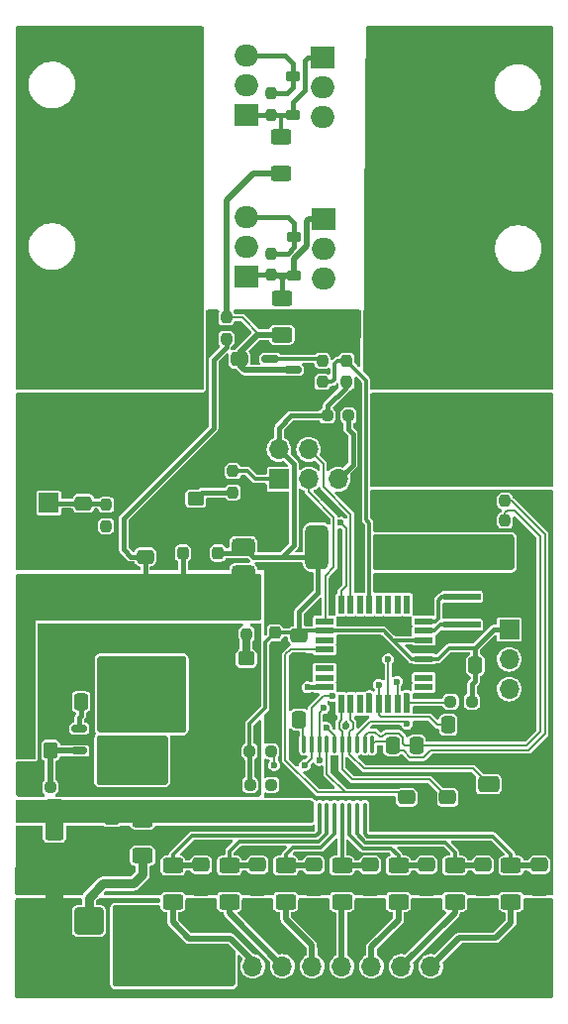
<source format=gtl>
G04 #@! TF.GenerationSoftware,KiCad,Pcbnew,8.0.1*
G04 #@! TF.CreationDate,2024-11-29T15:47:05+04:00*
G04 #@! TF.ProjectId,BQ76925_ATMEGA328P_6S_20A_BMS,42513736-3932-4355-9f41-544d45474133,v1.0*
G04 #@! TF.SameCoordinates,Original*
G04 #@! TF.FileFunction,Copper,L1,Top*
G04 #@! TF.FilePolarity,Positive*
%FSLAX46Y46*%
G04 Gerber Fmt 4.6, Leading zero omitted, Abs format (unit mm)*
G04 Created by KiCad (PCBNEW 8.0.1) date 2024-11-29 15:47:05*
%MOMM*%
%LPD*%
G01*
G04 APERTURE LIST*
G04 Aperture macros list*
%AMRoundRect*
0 Rectangle with rounded corners*
0 $1 Rounding radius*
0 $2 $3 $4 $5 $6 $7 $8 $9 X,Y pos of 4 corners*
0 Add a 4 corners polygon primitive as box body*
4,1,4,$2,$3,$4,$5,$6,$7,$8,$9,$2,$3,0*
0 Add four circle primitives for the rounded corners*
1,1,$1+$1,$2,$3*
1,1,$1+$1,$4,$5*
1,1,$1+$1,$6,$7*
1,1,$1+$1,$8,$9*
0 Add four rect primitives between the rounded corners*
20,1,$1+$1,$2,$3,$4,$5,0*
20,1,$1+$1,$4,$5,$6,$7,0*
20,1,$1+$1,$6,$7,$8,$9,0*
20,1,$1+$1,$8,$9,$2,$3,0*%
G04 Aperture macros list end*
G04 #@! TA.AperFunction,SMDPad,CuDef*
%ADD10RoundRect,0.237500X-0.237500X0.250000X-0.237500X-0.250000X0.237500X-0.250000X0.237500X0.250000X0*%
G04 #@! TD*
G04 #@! TA.AperFunction,SMDPad,CuDef*
%ADD11RoundRect,0.250000X0.625000X-0.400000X0.625000X0.400000X-0.625000X0.400000X-0.625000X-0.400000X0*%
G04 #@! TD*
G04 #@! TA.AperFunction,SMDPad,CuDef*
%ADD12RoundRect,0.250000X-0.475000X0.337500X-0.475000X-0.337500X0.475000X-0.337500X0.475000X0.337500X0*%
G04 #@! TD*
G04 #@! TA.AperFunction,SMDPad,CuDef*
%ADD13RoundRect,0.237500X-0.250000X-0.237500X0.250000X-0.237500X0.250000X0.237500X-0.250000X0.237500X0*%
G04 #@! TD*
G04 #@! TA.AperFunction,SMDPad,CuDef*
%ADD14RoundRect,0.250000X-1.500000X-0.550000X1.500000X-0.550000X1.500000X0.550000X-1.500000X0.550000X0*%
G04 #@! TD*
G04 #@! TA.AperFunction,SMDPad,CuDef*
%ADD15RoundRect,0.250000X-1.425000X0.362500X-1.425000X-0.362500X1.425000X-0.362500X1.425000X0.362500X0*%
G04 #@! TD*
G04 #@! TA.AperFunction,SMDPad,CuDef*
%ADD16RoundRect,0.237500X-0.300000X-0.237500X0.300000X-0.237500X0.300000X0.237500X-0.300000X0.237500X0*%
G04 #@! TD*
G04 #@! TA.AperFunction,ComponentPad*
%ADD17R,2.000000X1.905000*%
G04 #@! TD*
G04 #@! TA.AperFunction,ComponentPad*
%ADD18O,2.000000X1.905000*%
G04 #@! TD*
G04 #@! TA.AperFunction,SMDPad,CuDef*
%ADD19RoundRect,0.250000X-0.550000X1.500000X-0.550000X-1.500000X0.550000X-1.500000X0.550000X1.500000X0*%
G04 #@! TD*
G04 #@! TA.AperFunction,SMDPad,CuDef*
%ADD20RoundRect,0.250000X-0.350000X-0.450000X0.350000X-0.450000X0.350000X0.450000X-0.350000X0.450000X0*%
G04 #@! TD*
G04 #@! TA.AperFunction,SMDPad,CuDef*
%ADD21R,10.000000X5.000000*%
G04 #@! TD*
G04 #@! TA.AperFunction,ComponentPad*
%ADD22R,1.700000X1.700000*%
G04 #@! TD*
G04 #@! TA.AperFunction,ComponentPad*
%ADD23O,1.700000X1.700000*%
G04 #@! TD*
G04 #@! TA.AperFunction,SMDPad,CuDef*
%ADD24R,2.200000X1.500000*%
G04 #@! TD*
G04 #@! TA.AperFunction,SMDPad,CuDef*
%ADD25RoundRect,0.250000X-0.450000X0.350000X-0.450000X-0.350000X0.450000X-0.350000X0.450000X0.350000X0*%
G04 #@! TD*
G04 #@! TA.AperFunction,SMDPad,CuDef*
%ADD26RoundRect,0.225000X-0.375000X0.225000X-0.375000X-0.225000X0.375000X-0.225000X0.375000X0.225000X0*%
G04 #@! TD*
G04 #@! TA.AperFunction,SMDPad,CuDef*
%ADD27RoundRect,0.237500X0.250000X0.237500X-0.250000X0.237500X-0.250000X-0.237500X0.250000X-0.237500X0*%
G04 #@! TD*
G04 #@! TA.AperFunction,SMDPad,CuDef*
%ADD28RoundRect,0.237500X0.237500X-0.300000X0.237500X0.300000X-0.237500X0.300000X-0.237500X-0.300000X0*%
G04 #@! TD*
G04 #@! TA.AperFunction,SMDPad,CuDef*
%ADD29RoundRect,0.237500X0.237500X-0.250000X0.237500X0.250000X-0.237500X0.250000X-0.237500X-0.250000X0*%
G04 #@! TD*
G04 #@! TA.AperFunction,SMDPad,CuDef*
%ADD30RoundRect,0.225000X0.375000X-0.225000X0.375000X0.225000X-0.375000X0.225000X-0.375000X-0.225000X0*%
G04 #@! TD*
G04 #@! TA.AperFunction,SMDPad,CuDef*
%ADD31RoundRect,0.150000X-0.512500X-0.150000X0.512500X-0.150000X0.512500X0.150000X-0.512500X0.150000X0*%
G04 #@! TD*
G04 #@! TA.AperFunction,SMDPad,CuDef*
%ADD32RoundRect,0.250000X0.337500X0.475000X-0.337500X0.475000X-0.337500X-0.475000X0.337500X-0.475000X0*%
G04 #@! TD*
G04 #@! TA.AperFunction,SMDPad,CuDef*
%ADD33R,3.200000X0.600000*%
G04 #@! TD*
G04 #@! TA.AperFunction,SMDPad,CuDef*
%ADD34R,1.600000X0.550000*%
G04 #@! TD*
G04 #@! TA.AperFunction,SMDPad,CuDef*
%ADD35R,0.550000X1.600000*%
G04 #@! TD*
G04 #@! TA.AperFunction,SMDPad,CuDef*
%ADD36RoundRect,0.250000X0.475000X-0.337500X0.475000X0.337500X-0.475000X0.337500X-0.475000X-0.337500X0*%
G04 #@! TD*
G04 #@! TA.AperFunction,SMDPad,CuDef*
%ADD37RoundRect,0.250000X-1.500000X-0.650000X1.500000X-0.650000X1.500000X0.650000X-1.500000X0.650000X0*%
G04 #@! TD*
G04 #@! TA.AperFunction,SMDPad,CuDef*
%ADD38RoundRect,0.250000X-0.337500X-0.475000X0.337500X-0.475000X0.337500X0.475000X-0.337500X0.475000X0*%
G04 #@! TD*
G04 #@! TA.AperFunction,SMDPad,CuDef*
%ADD39RoundRect,0.250000X-0.625000X0.400000X-0.625000X-0.400000X0.625000X-0.400000X0.625000X0.400000X0*%
G04 #@! TD*
G04 #@! TA.AperFunction,SMDPad,CuDef*
%ADD40RoundRect,0.375000X-0.625000X-0.375000X0.625000X-0.375000X0.625000X0.375000X-0.625000X0.375000X0*%
G04 #@! TD*
G04 #@! TA.AperFunction,SMDPad,CuDef*
%ADD41RoundRect,0.500000X-0.500000X-1.400000X0.500000X-1.400000X0.500000X1.400000X-0.500000X1.400000X0*%
G04 #@! TD*
G04 #@! TA.AperFunction,SMDPad,CuDef*
%ADD42RoundRect,0.100000X0.100000X-0.637500X0.100000X0.637500X-0.100000X0.637500X-0.100000X-0.637500X0*%
G04 #@! TD*
G04 #@! TA.AperFunction,SMDPad,CuDef*
%ADD43RoundRect,0.250000X-1.000000X-0.900000X1.000000X-0.900000X1.000000X0.900000X-1.000000X0.900000X0*%
G04 #@! TD*
G04 #@! TA.AperFunction,SMDPad,CuDef*
%ADD44RoundRect,0.250000X0.450000X-0.350000X0.450000X0.350000X-0.450000X0.350000X-0.450000X-0.350000X0*%
G04 #@! TD*
G04 #@! TA.AperFunction,SMDPad,CuDef*
%ADD45RoundRect,0.250000X0.650000X-0.412500X0.650000X0.412500X-0.650000X0.412500X-0.650000X-0.412500X0*%
G04 #@! TD*
G04 #@! TA.AperFunction,SMDPad,CuDef*
%ADD46RoundRect,0.150000X-0.587500X-0.150000X0.587500X-0.150000X0.587500X0.150000X-0.587500X0.150000X0*%
G04 #@! TD*
G04 #@! TA.AperFunction,SMDPad,CuDef*
%ADD47RoundRect,0.237500X-0.237500X0.300000X-0.237500X-0.300000X0.237500X-0.300000X0.237500X0.300000X0*%
G04 #@! TD*
G04 #@! TA.AperFunction,ViaPad*
%ADD48C,0.600000*%
G04 #@! TD*
G04 #@! TA.AperFunction,Conductor*
%ADD49C,0.400000*%
G04 #@! TD*
G04 #@! TA.AperFunction,Conductor*
%ADD50C,0.300000*%
G04 #@! TD*
G04 #@! TA.AperFunction,Conductor*
%ADD51C,0.200000*%
G04 #@! TD*
G04 #@! TA.AperFunction,Conductor*
%ADD52C,0.500000*%
G04 #@! TD*
G04 #@! TA.AperFunction,Conductor*
%ADD53C,0.800000*%
G04 #@! TD*
G04 #@! TA.AperFunction,Conductor*
%ADD54C,0.700000*%
G04 #@! TD*
G04 APERTURE END LIST*
D10*
X48970000Y-56375000D03*
X48970000Y-58200000D03*
D11*
X59514809Y-90297502D03*
X59514809Y-87197500D03*
D12*
X57103271Y-87140001D03*
X57103271Y-89215001D03*
D13*
X78457500Y-73197500D03*
X80282500Y-73197500D03*
D11*
X69160961Y-90297502D03*
X69160961Y-87197500D03*
D14*
X52330000Y-77027500D03*
X57730000Y-77027500D03*
D15*
X75880000Y-53795000D03*
X75880000Y-59720000D03*
D11*
X83630189Y-90297502D03*
X83630189Y-87197500D03*
D16*
X42292499Y-74177500D03*
X44017501Y-74177500D03*
D12*
X76395575Y-87140001D03*
X76395575Y-89215001D03*
X71572499Y-87140001D03*
X71572499Y-89215001D03*
X66749423Y-87140001D03*
X66749423Y-89215001D03*
D17*
X61025000Y-23072500D03*
D18*
X61025000Y-20532500D03*
X61025000Y-17992500D03*
D19*
X44780000Y-64352500D03*
X44780000Y-69752500D03*
D20*
X42230000Y-77352500D03*
X44230000Y-77352500D03*
D21*
X81074998Y-49302500D03*
D22*
X63770000Y-54187500D03*
D23*
X63770000Y-51647500D03*
X66310000Y-54187500D03*
X66310000Y-51647500D03*
X68849999Y-54187500D03*
X68850000Y-51647500D03*
D24*
X54530000Y-70227500D03*
X54530000Y-63827500D03*
D10*
X83115002Y-54242500D03*
X83115002Y-56067500D03*
D11*
X78807113Y-90297502D03*
X78807113Y-87197500D03*
D22*
X44080000Y-56217500D03*
D23*
X44080000Y-58757500D03*
D11*
X54691733Y-90297502D03*
X54691733Y-87197500D03*
D25*
X56650000Y-53857500D03*
X56650000Y-55857500D03*
D26*
X49477500Y-83272500D03*
X49477500Y-86572500D03*
D27*
X63122500Y-80307500D03*
X61297500Y-80307500D03*
D10*
X67480000Y-44065000D03*
X67480000Y-45890000D03*
D28*
X55555000Y-60525001D03*
X55555000Y-58799999D03*
D12*
X65490000Y-67540000D03*
X65490000Y-69615000D03*
D17*
X67590000Y-31967500D03*
D18*
X67590000Y-34507500D03*
X67590000Y-37047500D03*
D12*
X81218651Y-87140001D03*
X81218651Y-89215001D03*
D29*
X63120000Y-36732500D03*
X63120000Y-34907500D03*
D27*
X69722500Y-48767500D03*
X67897500Y-48767500D03*
D30*
X64995000Y-23057500D03*
X64995000Y-19757500D03*
D31*
X46680000Y-75502502D03*
X46680000Y-76452501D03*
X46680000Y-77402500D03*
X48955000Y-77402500D03*
X48955000Y-76452501D03*
X48955000Y-75502502D03*
D32*
X65507500Y-74717500D03*
X63432500Y-74717500D03*
D33*
X79420000Y-66637500D03*
X79420000Y-64237500D03*
X79420000Y-65437500D03*
D11*
X73984037Y-90297502D03*
X73984037Y-87197500D03*
D30*
X65070000Y-36832500D03*
X65070000Y-33532500D03*
D34*
X76160000Y-71947500D03*
X76160000Y-71147500D03*
X76160000Y-70347500D03*
X76160000Y-69547500D03*
X76160000Y-68747500D03*
X76160000Y-67947500D03*
X76160000Y-67147500D03*
X76160000Y-66347500D03*
D35*
X74710000Y-64897500D03*
X73910000Y-64897500D03*
X73110000Y-64897500D03*
X72310000Y-64897500D03*
X71510000Y-64897500D03*
X70710000Y-64897500D03*
X69910000Y-64897500D03*
X69110000Y-64897500D03*
D34*
X67660000Y-66347500D03*
X67660000Y-67147500D03*
X67660000Y-67947500D03*
X67660000Y-68747500D03*
X67660000Y-69547500D03*
X67660000Y-70347500D03*
X67660000Y-71147500D03*
X67660000Y-71947500D03*
D35*
X69110000Y-73397500D03*
X69910000Y-73397500D03*
X70710000Y-73397500D03*
X71510000Y-73397500D03*
X72310000Y-73397500D03*
X73110000Y-73397500D03*
X73910000Y-73397500D03*
X74710000Y-73397500D03*
D36*
X78210000Y-83455000D03*
X78210000Y-81380000D03*
D17*
X67540000Y-18217500D03*
D18*
X67540000Y-20757500D03*
X67540000Y-23297500D03*
D22*
X58985961Y-95797501D03*
D23*
X61525961Y-95797501D03*
X64065960Y-95797501D03*
X66605961Y-95797501D03*
X69145961Y-95797501D03*
X71685961Y-95797501D03*
X74225961Y-95797501D03*
X76765962Y-95797501D03*
X79305961Y-95797501D03*
D37*
X46515000Y-96172500D03*
X51515000Y-96172500D03*
D27*
X44192500Y-80502500D03*
X42367500Y-80502500D03*
D29*
X83115002Y-59547499D03*
X83115002Y-57722499D03*
D28*
X58555000Y-60505001D03*
X58555000Y-58779999D03*
D27*
X63082500Y-77437500D03*
X61257500Y-77437500D03*
D12*
X61926347Y-87140001D03*
X61926347Y-89215001D03*
D19*
X44560000Y-83307500D03*
X44560000Y-88707500D03*
D10*
X60990000Y-65590000D03*
X60990000Y-67415000D03*
D12*
X60380000Y-43940000D03*
X60380000Y-46015000D03*
D17*
X61000000Y-36872500D03*
D18*
X61000000Y-34332500D03*
X61000000Y-31792500D03*
D12*
X86041733Y-87140001D03*
X86041733Y-89215001D03*
D38*
X46842500Y-79427500D03*
X48917500Y-79427500D03*
D29*
X63095000Y-23070000D03*
X63095000Y-21245000D03*
D10*
X59260000Y-40375000D03*
X59260000Y-42200000D03*
D22*
X83480000Y-67037500D03*
D23*
X83480000Y-69577500D03*
X83480000Y-72117500D03*
X83480000Y-74657500D03*
D11*
X52102500Y-86372501D03*
X52102500Y-83272499D03*
D38*
X46842500Y-73202500D03*
X48917500Y-73202500D03*
D39*
X64020000Y-38757499D03*
X64020000Y-41857501D03*
D12*
X74690000Y-81370000D03*
X74690000Y-83445000D03*
D40*
X60710000Y-57687500D03*
X60710001Y-59987500D03*
D41*
X67009999Y-59987500D03*
D40*
X60710000Y-62287500D03*
D42*
X65910961Y-82572501D03*
X66560961Y-82572501D03*
X67210961Y-82572501D03*
X67860961Y-82572501D03*
X68510961Y-82572501D03*
X69160961Y-82572501D03*
X69810961Y-82572501D03*
X70460961Y-82572501D03*
X71110961Y-82572501D03*
X71760961Y-82572501D03*
X71760961Y-76847501D03*
X71110961Y-76847501D03*
X70460961Y-76847501D03*
X69810961Y-76847501D03*
X69160961Y-76847501D03*
X68510961Y-76847501D03*
X67860961Y-76847501D03*
X67210961Y-76847501D03*
X66560961Y-76847501D03*
X65910961Y-76847501D03*
D39*
X63920000Y-24967499D03*
X63920000Y-28067501D03*
D15*
X80105002Y-53820000D03*
X80105002Y-59745000D03*
D36*
X47030000Y-58335000D03*
X47030000Y-56260000D03*
D43*
X47514999Y-91922500D03*
X51815001Y-91922500D03*
D10*
X59820000Y-53515000D03*
X59820000Y-55340000D03*
X69545001Y-44075001D03*
X69545001Y-45900001D03*
D38*
X78262500Y-75187500D03*
X80337500Y-75187500D03*
D32*
X80570000Y-70087500D03*
X78495000Y-70087500D03*
D36*
X52325000Y-60810000D03*
X52325000Y-58735000D03*
D44*
X60980000Y-71527500D03*
X60980000Y-69527500D03*
D21*
X46745000Y-44082500D03*
D11*
X64337885Y-90297502D03*
X64337885Y-87197500D03*
D38*
X73482500Y-76937500D03*
X75557500Y-76937500D03*
D45*
X81700000Y-83370000D03*
X81700000Y-80245000D03*
D46*
X63052500Y-43917500D03*
X64927501Y-44867500D03*
X63052500Y-45817500D03*
D47*
X63420000Y-67314999D03*
X63420000Y-69040001D03*
D48*
X70690000Y-74817500D03*
X67680000Y-80327500D03*
X64600000Y-79557500D03*
X54695023Y-57406345D03*
X66749423Y-88227501D03*
X86026122Y-88227501D03*
X67610000Y-55737500D03*
X59750000Y-66877500D03*
X68960002Y-66197502D03*
X55400000Y-66877500D03*
X59909499Y-57455307D03*
X68320000Y-74597500D03*
X81263223Y-88227501D03*
X67100000Y-65227500D03*
X63460000Y-72737500D03*
X61948390Y-88227501D03*
X57265540Y-57455307D03*
X52173469Y-57443066D03*
X71572499Y-88227501D03*
X73890000Y-66197502D03*
X69200000Y-41587500D03*
X76395575Y-88296926D03*
X68450000Y-63047500D03*
X65060000Y-76927500D03*
X66510000Y-57387500D03*
X57120673Y-88227501D03*
X69500000Y-75217500D03*
X64109150Y-66077500D03*
X70820000Y-62917500D03*
X66210000Y-71967500D03*
X48970000Y-56375000D03*
X50031668Y-94247500D03*
X51198334Y-94247500D03*
X52365000Y-94247500D03*
X53531668Y-94247500D03*
X52538332Y-79402500D03*
X53705000Y-79402500D03*
X50205000Y-79402500D03*
X51371666Y-79402500D03*
X72310000Y-71747500D03*
X73880000Y-71487500D03*
X73110000Y-69587500D03*
X69060000Y-57918162D03*
X81160000Y-35447500D03*
X76080000Y-19727500D03*
X73540000Y-17187500D03*
X73540000Y-24807500D03*
X79495000Y-59727500D03*
X81160000Y-19727500D03*
X81160000Y-24807500D03*
X76955000Y-60997500D03*
X78225000Y-60997500D03*
X76080000Y-35447500D03*
X78620000Y-37987500D03*
X78620000Y-30367500D03*
X73540000Y-19727500D03*
X74415000Y-60997500D03*
X73540000Y-35447500D03*
X76080000Y-30367500D03*
X76080000Y-22267500D03*
X81160000Y-17187500D03*
X76080000Y-32907500D03*
X73540000Y-30367500D03*
X78225000Y-59727500D03*
X81160000Y-37987500D03*
X80765000Y-60997500D03*
X78620000Y-17187500D03*
X73540000Y-22267500D03*
X81160000Y-32907500D03*
X81160000Y-30367500D03*
X73145000Y-60997500D03*
X78620000Y-19727500D03*
X81160000Y-22267500D03*
X78620000Y-22267500D03*
X73540000Y-32907500D03*
X75685000Y-60997500D03*
X78620000Y-32907500D03*
X79495000Y-60997500D03*
X74415000Y-59727500D03*
X75685000Y-59727500D03*
X76955000Y-59727500D03*
X73540000Y-37987500D03*
X76080000Y-24807500D03*
X76080000Y-37987500D03*
X78620000Y-35447500D03*
X80765000Y-59727500D03*
X73145000Y-59727500D03*
X78620000Y-24807500D03*
X76080000Y-17187500D03*
X70700000Y-73917500D03*
X67595000Y-73732500D03*
X67210000Y-78187500D03*
X63130000Y-80327500D03*
X63360000Y-78627500D03*
X71510000Y-72707500D03*
X65960000Y-78637500D03*
X68334998Y-72727500D03*
X74730000Y-72667500D03*
X74730000Y-75097500D03*
X67810961Y-75427500D03*
X48970000Y-58200000D03*
X52200000Y-33007500D03*
X47120000Y-35547500D03*
X49660000Y-38087500D03*
X54740000Y-35547500D03*
X50950000Y-42877500D03*
X52200000Y-30467500D03*
X50950000Y-45417500D03*
X49660000Y-33007500D03*
X54740000Y-33007500D03*
X48410000Y-45417500D03*
X52220000Y-24547500D03*
X54760000Y-16927500D03*
X47140000Y-16927500D03*
X45870000Y-45417500D03*
X54760000Y-19467500D03*
X47140000Y-19467500D03*
X43330000Y-42877500D03*
X45870000Y-42877500D03*
X48410000Y-42877500D03*
X47120000Y-38087500D03*
X52200000Y-38087500D03*
X43330000Y-45417500D03*
X52200000Y-35547500D03*
X54740000Y-30467500D03*
X49680000Y-22007500D03*
X52220000Y-16927500D03*
X49680000Y-16927500D03*
X47120000Y-30467500D03*
X47140000Y-22007500D03*
X52220000Y-22007500D03*
X54760000Y-24547500D03*
X49660000Y-30467500D03*
X47140000Y-24547500D03*
X47120000Y-33007500D03*
X49680000Y-19467500D03*
X49660000Y-35547500D03*
X54760000Y-22007500D03*
X52220000Y-19467500D03*
X49680000Y-24547500D03*
X54740000Y-38087500D03*
D49*
X44402500Y-83397500D02*
X44402500Y-84322500D01*
X71572499Y-88227501D02*
X71572499Y-89215001D01*
X60380000Y-46015000D02*
X60380000Y-47407500D01*
X61926347Y-88249544D02*
X61926347Y-89215001D01*
X86041733Y-88243112D02*
X86041733Y-89215001D01*
X57103271Y-88244903D02*
X57103271Y-89215001D01*
D50*
X63052500Y-45817500D02*
X60577500Y-45817500D01*
D49*
X60380000Y-47407500D02*
X60360000Y-47427500D01*
X81263223Y-88227501D02*
X81218651Y-88272073D01*
X76395575Y-88296926D02*
X76395575Y-89215001D01*
X57120673Y-88227501D02*
X57103271Y-88244903D01*
X66749423Y-88227501D02*
X66749423Y-89215001D01*
X81218651Y-88272073D02*
X81218651Y-89215001D01*
X86026122Y-88227501D02*
X86041733Y-88243112D01*
D51*
X60577500Y-45817500D02*
X60380000Y-46015000D01*
D49*
X61948390Y-88227501D02*
X61926347Y-88249544D01*
D50*
X54691733Y-86266729D02*
X54691733Y-87197500D01*
D52*
X54691733Y-87197500D02*
X57045772Y-87197500D01*
D50*
X67218067Y-84290395D02*
X67218067Y-84376183D01*
X67210961Y-82572501D02*
X67210961Y-84283289D01*
X67218067Y-84376183D02*
X66946749Y-84647501D01*
D52*
X57045772Y-87197500D02*
X57103271Y-87140001D01*
D50*
X66946749Y-84647501D02*
X56310961Y-84647501D01*
X67210961Y-84283289D02*
X67218067Y-84290395D01*
X56310961Y-84647501D02*
X54691733Y-86266729D01*
D51*
X65850000Y-76786540D02*
X65910961Y-76847501D01*
X65850000Y-75060000D02*
X65850000Y-76786540D01*
X65507500Y-74717500D02*
X65850000Y-75060000D01*
D52*
X61868848Y-87197500D02*
X61926347Y-87140001D01*
D50*
X67860961Y-82572501D02*
X67860961Y-84440395D01*
X67860961Y-84440395D02*
X67153855Y-85147501D01*
X59514809Y-85993653D02*
X59514809Y-87197500D01*
X67153855Y-85147501D02*
X60360961Y-85147501D01*
D52*
X59514809Y-87197500D02*
X61868848Y-87197500D01*
D50*
X60360961Y-85147501D02*
X59514809Y-85993653D01*
X68510961Y-82572501D02*
X68510961Y-84497501D01*
D52*
X65660961Y-87197500D02*
X66691924Y-87197500D01*
X66691924Y-87197500D02*
X66749423Y-87140001D01*
D50*
X68510961Y-84497501D02*
X67360961Y-85647501D01*
D52*
X64337885Y-87197500D02*
X65660961Y-87197500D01*
D50*
X64337885Y-86270577D02*
X64337885Y-87197500D01*
X64960961Y-85647501D02*
X64337885Y-86270577D01*
X67360961Y-85647501D02*
X64960961Y-85647501D01*
X69160961Y-82572501D02*
X69160961Y-87197500D01*
D52*
X71515000Y-87197500D02*
X71572499Y-87140001D01*
X69160961Y-87197500D02*
X71515000Y-87197500D01*
D51*
X74690000Y-81370000D02*
X74270000Y-80950000D01*
X64320000Y-69187756D02*
X64320000Y-78217500D01*
X67860961Y-79368461D02*
X67860961Y-76847501D01*
X69640000Y-80950000D02*
X69442500Y-80950000D01*
X67640000Y-68727500D02*
X64780256Y-68727500D01*
X74270000Y-80950000D02*
X69640000Y-80950000D01*
X64780256Y-68727500D02*
X64320000Y-69187756D01*
X69442500Y-80950000D02*
X67860961Y-79368461D01*
X67660000Y-68747500D02*
X67640000Y-68727500D01*
X67052500Y-80950000D02*
X69640000Y-80950000D01*
X64320000Y-78217500D02*
X67052500Y-80950000D01*
X69100000Y-74768971D02*
X68900000Y-74968971D01*
X69160961Y-78968461D02*
X70050000Y-79857500D01*
X68900000Y-74968971D02*
X68900000Y-75466029D01*
X76687500Y-79857500D02*
X78210000Y-81380000D01*
X69100000Y-73407500D02*
X69100000Y-74768971D01*
X70050000Y-79857500D02*
X76687500Y-79857500D01*
X69160961Y-76847501D02*
X69160961Y-78968461D01*
X69160961Y-75726990D02*
X69160961Y-76847501D01*
X68900000Y-75466029D02*
X69160961Y-75726990D01*
X69110000Y-73397500D02*
X69100000Y-73407500D01*
X69810961Y-75755068D02*
X69810961Y-76847501D01*
X70100000Y-75466029D02*
X69810961Y-75755068D01*
X71050000Y-78907500D02*
X80362500Y-78907500D01*
X80362500Y-78907500D02*
X81700000Y-80245000D01*
X69810961Y-76847501D02*
X69810961Y-77668461D01*
X69810961Y-77668461D02*
X71050000Y-78907500D01*
X69910000Y-74778971D02*
X70100000Y-74968971D01*
X70100000Y-74968971D02*
X70100000Y-75466029D01*
X69910000Y-73397500D02*
X69910000Y-74778971D01*
D49*
X47030000Y-56260000D02*
X44122500Y-56260000D01*
X66210000Y-71967500D02*
X66230000Y-71947500D01*
X48855000Y-56260000D02*
X48970000Y-56375000D01*
X47030000Y-56260000D02*
X48855000Y-56260000D01*
X66230000Y-71947500D02*
X67660000Y-71947500D01*
X44122500Y-56260000D02*
X44080000Y-56217500D01*
D50*
X70960961Y-85722501D02*
X73360961Y-85722501D01*
X73984037Y-86345577D02*
X73984037Y-87197500D01*
X69810961Y-82572501D02*
X69810961Y-84572501D01*
X69810961Y-84572501D02*
X70960961Y-85722501D01*
X73360961Y-85722501D02*
X73984037Y-86345577D01*
D52*
X76338076Y-87197500D02*
X76395575Y-87140001D01*
X73984037Y-87197500D02*
X76338076Y-87197500D01*
D50*
X70460961Y-82572501D02*
X70460961Y-84515395D01*
X70460961Y-84515395D02*
X71168067Y-85222501D01*
X77985961Y-85222501D02*
X78807113Y-86043653D01*
D52*
X78807113Y-87197500D02*
X81161152Y-87197500D01*
D50*
X71168067Y-85222501D02*
X77985961Y-85222501D01*
D52*
X81161152Y-87197500D02*
X81218651Y-87140001D01*
D50*
X78807113Y-86043653D02*
X78807113Y-87197500D01*
D51*
X71410962Y-75810001D02*
X72029417Y-75810001D01*
X72029417Y-75810001D02*
X72430000Y-76210584D01*
X83302500Y-56855000D02*
X83115002Y-57042498D01*
X72430000Y-76217500D02*
X72605256Y-76217500D01*
X74370000Y-76227756D02*
X74370000Y-76747500D01*
X86130000Y-75767500D02*
X86130000Y-59097500D01*
X83115002Y-57042498D02*
X83115002Y-57722499D01*
X84960000Y-76937500D02*
X86130000Y-75767500D01*
X72430000Y-76210584D02*
X72430000Y-76217500D01*
X74560000Y-76937500D02*
X75557500Y-76937500D01*
X86130000Y-59097500D02*
X83887500Y-56855000D01*
X74370000Y-76747500D02*
X74560000Y-76937500D01*
X74054744Y-75912500D02*
X74370000Y-76227756D01*
X72605256Y-76217500D02*
X72910256Y-75912500D01*
X71110961Y-76847501D02*
X71110961Y-76110002D01*
X72910256Y-75912500D02*
X74054744Y-75912500D01*
X83887500Y-56855000D02*
X83302500Y-56855000D01*
X75557500Y-76937500D02*
X84960000Y-76937500D01*
X71110961Y-76110002D02*
X71410962Y-75810001D01*
X73162500Y-76617500D02*
X71990962Y-76617500D01*
X73932500Y-77387500D02*
X74410256Y-77387500D01*
X85125686Y-77337500D02*
X86530000Y-75933185D01*
X74985256Y-77962500D02*
X76129744Y-77962500D01*
X74410256Y-77387500D02*
X74985256Y-77962500D01*
X83665686Y-56067500D02*
X83115002Y-56067500D01*
X76129744Y-77962500D02*
X76754744Y-77337500D01*
X76754744Y-77337500D02*
X85125686Y-77337500D01*
X71990962Y-76617500D02*
X71760961Y-76847501D01*
X73482500Y-76937500D02*
X73932500Y-77387500D01*
X86530000Y-58931814D02*
X83665686Y-56067500D01*
X86530000Y-75933185D02*
X86530000Y-58931814D01*
X73482500Y-76937500D02*
X73162500Y-76617500D01*
D50*
X83630189Y-86241729D02*
X83630189Y-87197500D01*
X71343067Y-84690395D02*
X82078855Y-84690395D01*
D52*
X83630189Y-87197500D02*
X85984234Y-87197500D01*
D50*
X82078855Y-84690395D02*
X83630189Y-86241729D01*
D52*
X85984234Y-87197500D02*
X86041733Y-87140001D01*
D50*
X71110961Y-84458289D02*
X71343067Y-84690395D01*
X71110961Y-82572501D02*
X71110961Y-84458289D01*
D49*
X46842500Y-74390000D02*
X46842500Y-73202500D01*
X46680000Y-74552500D02*
X46842500Y-74390000D01*
X46680000Y-75502502D02*
X46680000Y-74552500D01*
X51082500Y-60810000D02*
X50480000Y-60207500D01*
X55555000Y-62802500D02*
X54530000Y-63827500D01*
X53350000Y-63827500D02*
X54530000Y-63827500D01*
X52325000Y-60810000D02*
X51082500Y-60810000D01*
X50480000Y-60207500D02*
X50480000Y-57517500D01*
X52325000Y-62802500D02*
X53350000Y-63827500D01*
X59260000Y-42897500D02*
X59260000Y-42200000D01*
X55555000Y-60525001D02*
X55555000Y-62802500D01*
X58180000Y-49817500D02*
X58180000Y-43977500D01*
X50480000Y-57517500D02*
X58180000Y-49817500D01*
X52325000Y-60810000D02*
X52325000Y-62802500D01*
X58180000Y-43977500D02*
X59260000Y-42897500D01*
D50*
X73520000Y-67947500D02*
X75120000Y-69547500D01*
D49*
X65490000Y-65507500D02*
X65490000Y-67540000D01*
D50*
X78307044Y-68607500D02*
X80570000Y-68607500D01*
D49*
X63770000Y-51647500D02*
X65040000Y-52917500D01*
X80570000Y-71417500D02*
X80570000Y-70087500D01*
X69440000Y-46417500D02*
X69545001Y-46312499D01*
D50*
X76160000Y-69547500D02*
X77367044Y-69547500D01*
D49*
X69545001Y-46312499D02*
X69545001Y-45900001D01*
X82140000Y-67037500D02*
X80570000Y-68607500D01*
D50*
X65882500Y-67147500D02*
X65490000Y-67540000D01*
X63420000Y-67314999D02*
X65264999Y-67314999D01*
D49*
X64020000Y-60862500D02*
X61585001Y-60862500D01*
D50*
X62595000Y-68139999D02*
X62595000Y-73732500D01*
D49*
X67897500Y-48767500D02*
X67750000Y-48767500D01*
X69420000Y-46417500D02*
X69440000Y-46417500D01*
D50*
X67660000Y-67147500D02*
X72720000Y-67147500D01*
D49*
X61257500Y-77437500D02*
X61257500Y-80267500D01*
D50*
X77367044Y-69547500D02*
X78307044Y-68607500D01*
D49*
X67009999Y-59987500D02*
X67099999Y-60077500D01*
D50*
X63420000Y-67314999D02*
X62595000Y-68139999D01*
D49*
X67897500Y-47940000D02*
X69420000Y-46417500D01*
X58555000Y-60505001D02*
X60192500Y-60505001D01*
X60192500Y-60505001D02*
X60710001Y-59987500D01*
X80282500Y-73197500D02*
X80282500Y-71705000D01*
X66134999Y-60862500D02*
X64020000Y-60862500D01*
X67897500Y-48767500D02*
X64820000Y-48767500D01*
X65040000Y-52917500D02*
X65040000Y-59842500D01*
X64820000Y-48767500D02*
X63770000Y-49817500D01*
X80282500Y-71705000D02*
X80570000Y-71417500D01*
D50*
X72720000Y-67147500D02*
X73520000Y-67947500D01*
D49*
X67099999Y-60077500D02*
X67099999Y-63897501D01*
X67009999Y-59987500D02*
X66134999Y-60862500D01*
D50*
X65264999Y-67314999D02*
X65490000Y-67540000D01*
X73520000Y-67947500D02*
X76160000Y-67947500D01*
D49*
X83480000Y-67037500D02*
X82140000Y-67037500D01*
X63770000Y-49817500D02*
X63770000Y-51647500D01*
D50*
X62595000Y-73732500D02*
X61257500Y-75070000D01*
D49*
X67897500Y-48767500D02*
X67897500Y-47940000D01*
X65040000Y-59842500D02*
X64020000Y-60862500D01*
X61257500Y-80267500D02*
X61297500Y-80307500D01*
X80570000Y-68607500D02*
X80570000Y-70087500D01*
X61585001Y-60862500D02*
X60710001Y-59987500D01*
D50*
X67660000Y-67147500D02*
X65882500Y-67147500D01*
D49*
X67099999Y-63897501D02*
X65490000Y-65507500D01*
D50*
X75120000Y-69547500D02*
X76160000Y-69547500D01*
X61257500Y-75070000D02*
X61257500Y-77437500D01*
D49*
X69722500Y-48767500D02*
X69722500Y-49965000D01*
X69955000Y-50197500D02*
X69970000Y-50197500D01*
D51*
X77350000Y-75187500D02*
X78262500Y-75187500D01*
D49*
X70100000Y-52937499D02*
X68849999Y-54187500D01*
D51*
X72310000Y-71747500D02*
X72310000Y-73397500D01*
X72535000Y-74497500D02*
X76660000Y-74497500D01*
X72310000Y-73397500D02*
X72310000Y-74272500D01*
D49*
X70100000Y-50327500D02*
X70100000Y-52937499D01*
X69970000Y-50197500D02*
X70100000Y-50327500D01*
D51*
X76660000Y-74497500D02*
X77350000Y-75187500D01*
X72310000Y-74272500D02*
X72535000Y-74497500D01*
D49*
X69722500Y-49965000D02*
X69955000Y-50197500D01*
D53*
X52102500Y-87935000D02*
X51290000Y-88747500D01*
X52102500Y-86372501D02*
X52102500Y-87935000D01*
X52090000Y-86385001D02*
X52102500Y-86372501D01*
X51290000Y-88747500D02*
X48715000Y-88747500D01*
X48715000Y-88747500D02*
X47514999Y-89947501D01*
X47514999Y-89947501D02*
X47514999Y-91922500D01*
D49*
X61140000Y-36732500D02*
X61000000Y-36872500D01*
D52*
X66130000Y-32117500D02*
X66130000Y-34307500D01*
D50*
X63795000Y-36832500D02*
X63695000Y-36732500D01*
D49*
X63120000Y-36732500D02*
X61140000Y-36732500D01*
D52*
X65070000Y-36832500D02*
X63220000Y-36832500D01*
D49*
X64020000Y-37057500D02*
X63795000Y-36832500D01*
D50*
X63695000Y-36732500D02*
X63120000Y-36732500D01*
D49*
X64020000Y-37057500D02*
X64020000Y-38757499D01*
D50*
X64245000Y-36832500D02*
X65070000Y-36832500D01*
D49*
X64245000Y-36832500D02*
X64020000Y-37057500D01*
D52*
X65070000Y-35367500D02*
X65070000Y-36832500D01*
X66280000Y-31967500D02*
X66130000Y-32117500D01*
X66130000Y-34307500D02*
X65070000Y-35367500D01*
X67590000Y-31967500D02*
X66280000Y-31967500D01*
D51*
X60965000Y-67440000D02*
X60990000Y-67415000D01*
D54*
X60965000Y-69402500D02*
X60965000Y-67440000D01*
D49*
X61025000Y-17992501D02*
X64305001Y-17992501D01*
X64995000Y-20757500D02*
X64495000Y-21257500D01*
X67540000Y-23297499D02*
X67534999Y-23297499D01*
X64305001Y-17992501D02*
X64995000Y-18682500D01*
X64482500Y-21245000D02*
X63095000Y-21245000D01*
X64995000Y-19757500D02*
X64995000Y-20757500D01*
X64495000Y-21257500D02*
X64482500Y-21245000D01*
X64995000Y-18682500D02*
X64995000Y-19757500D01*
X64290000Y-23070000D02*
X64982500Y-23070000D01*
X65995000Y-18432500D02*
X65995000Y-21012500D01*
X65995000Y-21012500D02*
X64995000Y-22012500D01*
X63107500Y-23057500D02*
X63095000Y-23070000D01*
X63670000Y-23070000D02*
X64290000Y-23070000D01*
X64995000Y-22012500D02*
X64995000Y-23057500D01*
D50*
X63920000Y-24967499D02*
X63920000Y-23320000D01*
D49*
X63095000Y-23070000D02*
X63670000Y-23070000D01*
D50*
X63920000Y-23320000D02*
X64170000Y-23070000D01*
D49*
X67540000Y-18217500D02*
X66210000Y-18217500D01*
X66210000Y-18217500D02*
X65995000Y-18432500D01*
X61025000Y-23072500D02*
X63092500Y-23072500D01*
X63092500Y-23072500D02*
X63095000Y-23070000D01*
D50*
X64170000Y-23070000D02*
X64290000Y-23070000D01*
X63920000Y-23320000D02*
X63670000Y-23070000D01*
D49*
X64982500Y-23070000D02*
X64995000Y-23057500D01*
X63120000Y-34907500D02*
X64520000Y-34907500D01*
X61000000Y-31792501D02*
X64555001Y-31792501D01*
X64520000Y-34907500D02*
X65070000Y-34357500D01*
X64555001Y-31792501D02*
X65070000Y-32307500D01*
X67590000Y-37047499D02*
X67590000Y-36877500D01*
X65070000Y-32307500D02*
X65070000Y-33532500D01*
X65070000Y-34357500D02*
X65070000Y-33532500D01*
X57187500Y-55340000D02*
X56660000Y-55867500D01*
X59820000Y-55340000D02*
X57187500Y-55340000D01*
D52*
X59514809Y-91121349D02*
X59514809Y-90297502D01*
X64065960Y-95797501D02*
X59514809Y-91246350D01*
X74225961Y-95797501D02*
X78807113Y-91216349D01*
X78807113Y-91091348D02*
X78807113Y-90297502D01*
X64337885Y-91724425D02*
X66585961Y-93972501D01*
X64337885Y-90297502D02*
X64337885Y-91599424D01*
X66585961Y-94272501D02*
X66605961Y-94292501D01*
X66605961Y-94292501D02*
X66605961Y-95797501D01*
X66585961Y-93972501D02*
X66585961Y-94272501D01*
X69145961Y-90312502D02*
X69160961Y-90297502D01*
X69145961Y-95797501D02*
X69145961Y-90312502D01*
X54685961Y-91253272D02*
X54691733Y-91247500D01*
X54691733Y-91247500D02*
X54691733Y-90297502D01*
X56085961Y-93422501D02*
X54685961Y-92022501D01*
X61525961Y-95308461D02*
X59640001Y-93422501D01*
X54685961Y-92022501D02*
X54685961Y-91378273D01*
X61525961Y-95797501D02*
X61525961Y-95308461D01*
X59640001Y-93422501D02*
X56085961Y-93422501D01*
X76765962Y-95797501D02*
X79190962Y-93372501D01*
X83630189Y-92053273D02*
X83630189Y-90297502D01*
X79190962Y-93372501D02*
X82310961Y-93372501D01*
X82310961Y-93372501D02*
X83630189Y-92053273D01*
X71685961Y-94172501D02*
X71660961Y-94147501D01*
X71660961Y-94147501D02*
X73984037Y-91824425D01*
X73984037Y-91699424D02*
X73984037Y-90297502D01*
X71685961Y-95797501D02*
X71685961Y-94172501D01*
D51*
X73910000Y-71517500D02*
X73910000Y-73397500D01*
X73880000Y-71487500D02*
X73910000Y-71517500D01*
X73110000Y-73397500D02*
X73110000Y-69587500D01*
X67735000Y-62442500D02*
X68460000Y-61717500D01*
X68460000Y-61717500D02*
X68460000Y-57437499D01*
X67735000Y-66272500D02*
X67735000Y-62442500D01*
X66310000Y-55287499D02*
X66310000Y-54187500D01*
X67660000Y-66347500D02*
X67735000Y-66272500D01*
X68460000Y-57437499D02*
X66310000Y-55287499D01*
X69510000Y-63307500D02*
X69110000Y-63707500D01*
X69110000Y-63707500D02*
X69110000Y-64897500D01*
D50*
X61067500Y-53515000D02*
X61740000Y-54187500D01*
X61740000Y-54187500D02*
X63770000Y-54187500D01*
D51*
X69060000Y-57918162D02*
X69510000Y-58368162D01*
D50*
X59820000Y-53515000D02*
X61067500Y-53515000D01*
D51*
X69510000Y-58368162D02*
X69510000Y-63307500D01*
X67580000Y-54857500D02*
X67580000Y-52917500D01*
X69910000Y-64897500D02*
X69910000Y-57187500D01*
X69910000Y-57187500D02*
X67580000Y-54857500D01*
X67580000Y-52917500D02*
X66310000Y-51647500D01*
D52*
X62450000Y-41857501D02*
X61899999Y-41857501D01*
X59260000Y-30357500D02*
X59260000Y-40375000D01*
D51*
X59260000Y-40375000D02*
X60617500Y-40375000D01*
X60617500Y-40375000D02*
X62100001Y-41857501D01*
D52*
X60380000Y-43940000D02*
X60380000Y-44407500D01*
X61549999Y-28067501D02*
X59260000Y-30357500D01*
X63920000Y-28067501D02*
X61549999Y-28067501D01*
D51*
X62100001Y-41857501D02*
X62450000Y-41857501D01*
D52*
X60380000Y-43377500D02*
X60380000Y-43940000D01*
X60380000Y-44407500D02*
X60840000Y-44867500D01*
X62450000Y-41857501D02*
X64020000Y-41857501D01*
X60840000Y-44867500D02*
X64927501Y-44867500D01*
X61899999Y-41857501D02*
X60380000Y-43377500D01*
D50*
X67332500Y-43917500D02*
X67480000Y-44065000D01*
X63052500Y-43917500D02*
X67332500Y-43917500D01*
D51*
X67210000Y-76848462D02*
X67210961Y-76847501D01*
X67210961Y-74116539D02*
X67210961Y-76847501D01*
X67210000Y-78187500D02*
X67210000Y-76848462D01*
X63122500Y-80320000D02*
X63130000Y-80327500D01*
X63122500Y-80307500D02*
X63122500Y-80320000D01*
X67595000Y-73732500D02*
X67210961Y-74116539D01*
X66560961Y-78036539D02*
X66560961Y-76847501D01*
X65960000Y-78637500D02*
X66560961Y-78036539D01*
X66560961Y-73716539D02*
X66560961Y-76847501D01*
X67550000Y-72727500D02*
X66560961Y-73716539D01*
X63360000Y-78627500D02*
X63360000Y-77715000D01*
X63360000Y-77715000D02*
X63082500Y-77437500D01*
X68334998Y-72727500D02*
X67550000Y-72727500D01*
X70460961Y-76016539D02*
X71580000Y-74897500D01*
X74730000Y-73377500D02*
X74850000Y-73257500D01*
X74850000Y-73257500D02*
X78397500Y-73257500D01*
X70460961Y-76847501D02*
X70460961Y-76016539D01*
X78397500Y-73257500D02*
X78457500Y-73197500D01*
X74530000Y-74897500D02*
X74730000Y-75097500D01*
X71580000Y-74897500D02*
X74530000Y-74897500D01*
X68510961Y-76127500D02*
X68510961Y-76847501D01*
X67810961Y-75427500D02*
X68510961Y-76127500D01*
D50*
X69545001Y-44075001D02*
X71225000Y-45755000D01*
X68267500Y-45890000D02*
X67480000Y-45890000D01*
X69545001Y-44075001D02*
X68752499Y-44075001D01*
X68490000Y-44337500D02*
X68490000Y-45667500D01*
X71225000Y-57672500D02*
X71510000Y-57957500D01*
X68752499Y-44075001D02*
X68490000Y-44337500D01*
X71225000Y-45755000D02*
X71225000Y-57672500D01*
X71510000Y-57957500D02*
X71510000Y-64897500D01*
X68490000Y-45667500D02*
X68267500Y-45890000D01*
D51*
X67480000Y-45890000D02*
X67730002Y-45890000D01*
X44192500Y-77390000D02*
X44230000Y-77352500D01*
D52*
X44192500Y-80502500D02*
X44192500Y-77390000D01*
D51*
X44280000Y-77402500D02*
X44230000Y-77352500D01*
D52*
X46680000Y-77402500D02*
X44280000Y-77402500D01*
D50*
X77382894Y-66137500D02*
X77172894Y-66347500D01*
X77690000Y-64237500D02*
X77382894Y-64544606D01*
X79420000Y-64237500D02*
X77690000Y-64237500D01*
X77172894Y-66347500D02*
X76160000Y-66347500D01*
X77382894Y-64544606D02*
X77382894Y-66137500D01*
X79420000Y-66637500D02*
X77590000Y-66637500D01*
X77590000Y-66637500D02*
X77080000Y-67147500D01*
X77080000Y-67147500D02*
X76160000Y-67147500D01*
G04 #@! TA.AperFunction,Conductor*
G36*
X62070677Y-62272185D02*
G01*
X62091319Y-62288819D01*
X62218681Y-62416181D01*
X62252166Y-62477504D01*
X62255000Y-62503862D01*
X62255000Y-66051138D01*
X62235315Y-66118177D01*
X62218681Y-66138819D01*
X62091319Y-66266181D01*
X62029996Y-66299666D01*
X62003638Y-66302500D01*
X42930000Y-66302500D01*
X42930000Y-63877500D01*
X41230000Y-63877500D01*
X41230000Y-62503862D01*
X41249685Y-62436823D01*
X41266319Y-62416181D01*
X41393681Y-62288819D01*
X41455004Y-62255334D01*
X41481362Y-62252500D01*
X62003638Y-62252500D01*
X62070677Y-62272185D01*
G37*
G04 #@! TD.AperFunction*
G04 #@! TA.AperFunction,Conductor*
G36*
X83735677Y-58927185D02*
G01*
X83756319Y-58943819D01*
X83883681Y-59071181D01*
X83917166Y-59132504D01*
X83920000Y-59158862D01*
X83920000Y-61716138D01*
X83900315Y-61783177D01*
X83883681Y-61803819D01*
X83756319Y-61931181D01*
X83694996Y-61964666D01*
X83668638Y-61967500D01*
X71984500Y-61967500D01*
X71917461Y-61947815D01*
X71871706Y-61895011D01*
X71860500Y-61843500D01*
X71860500Y-59031500D01*
X71880185Y-58964461D01*
X71932989Y-58918706D01*
X71984500Y-58907500D01*
X83668638Y-58907500D01*
X83735677Y-58927185D01*
G37*
G04 #@! TD.AperFunction*
G04 #@! TA.AperFunction,Conductor*
G36*
X87180406Y-46857185D02*
G01*
X87226161Y-46909989D01*
X87237367Y-46961543D01*
X87234672Y-54758043D01*
X87214964Y-54825076D01*
X87162144Y-54870812D01*
X87110672Y-54882000D01*
X71699500Y-54882000D01*
X71632461Y-54862315D01*
X71586706Y-54809511D01*
X71575500Y-54758000D01*
X71575500Y-46961500D01*
X71595185Y-46894461D01*
X71647989Y-46848706D01*
X71699500Y-46837500D01*
X87113367Y-46837500D01*
X87180406Y-46857185D01*
G37*
G04 #@! TD.AperFunction*
G04 #@! TA.AperFunction,Conductor*
G36*
X87191235Y-15526080D02*
G01*
X87236990Y-15578884D01*
X87248196Y-15630438D01*
X87246647Y-20113071D01*
X87237801Y-45708858D01*
X87237557Y-46413543D01*
X87217849Y-46480576D01*
X87165029Y-46526312D01*
X87113557Y-46537500D01*
X71699500Y-46537500D01*
X71632461Y-46517815D01*
X71586706Y-46465011D01*
X71575500Y-46413500D01*
X71575500Y-45708858D01*
X71575500Y-45708856D01*
X71551614Y-45619712D01*
X71551611Y-45619706D01*
X71505473Y-45539794D01*
X71505470Y-45539791D01*
X71505469Y-45539788D01*
X71440212Y-45474531D01*
X70985125Y-45019444D01*
X70951641Y-44958122D01*
X70948813Y-44930714D01*
X71037298Y-34638627D01*
X82249500Y-34638627D01*
X82276123Y-34840839D01*
X82283730Y-34898616D01*
X82351602Y-35151918D01*
X82351605Y-35151928D01*
X82451953Y-35394190D01*
X82451958Y-35394200D01*
X82583075Y-35621303D01*
X82742718Y-35829351D01*
X82742726Y-35829360D01*
X82928140Y-36014774D01*
X82928148Y-36014781D01*
X83136196Y-36174424D01*
X83363299Y-36305541D01*
X83363309Y-36305546D01*
X83605571Y-36405894D01*
X83605581Y-36405898D01*
X83858884Y-36473770D01*
X84118880Y-36508000D01*
X84118887Y-36508000D01*
X84381113Y-36508000D01*
X84381120Y-36508000D01*
X84641116Y-36473770D01*
X84894419Y-36405898D01*
X85136697Y-36305543D01*
X85363803Y-36174424D01*
X85571851Y-36014782D01*
X85571855Y-36014777D01*
X85571860Y-36014774D01*
X85757274Y-35829360D01*
X85757277Y-35829355D01*
X85757282Y-35829351D01*
X85916924Y-35621303D01*
X86048043Y-35394197D01*
X86148398Y-35151919D01*
X86216270Y-34898616D01*
X86250500Y-34638620D01*
X86250500Y-34376380D01*
X86216270Y-34116384D01*
X86148398Y-33863081D01*
X86148394Y-33863071D01*
X86048046Y-33620809D01*
X86048041Y-33620799D01*
X85916924Y-33393696D01*
X85757281Y-33185648D01*
X85757274Y-33185640D01*
X85571860Y-33000226D01*
X85571851Y-33000218D01*
X85363803Y-32840575D01*
X85136700Y-32709458D01*
X85136690Y-32709453D01*
X84894428Y-32609105D01*
X84894421Y-32609103D01*
X84894419Y-32609102D01*
X84641116Y-32541230D01*
X84583339Y-32533623D01*
X84381127Y-32507000D01*
X84381120Y-32507000D01*
X84118880Y-32507000D01*
X84118872Y-32507000D01*
X83887772Y-32537426D01*
X83858884Y-32541230D01*
X83605581Y-32609102D01*
X83605571Y-32609105D01*
X83363309Y-32709453D01*
X83363299Y-32709458D01*
X83136196Y-32840575D01*
X82928148Y-33000218D01*
X82742718Y-33185648D01*
X82583075Y-33393696D01*
X82451958Y-33620799D01*
X82451953Y-33620809D01*
X82351605Y-33863071D01*
X82351602Y-33863081D01*
X82283730Y-34116385D01*
X82249500Y-34376372D01*
X82249500Y-34638627D01*
X71037298Y-34638627D01*
X71155513Y-20888627D01*
X82199500Y-20888627D01*
X82226123Y-21090839D01*
X82233730Y-21148616D01*
X82301602Y-21401918D01*
X82301605Y-21401928D01*
X82401953Y-21644190D01*
X82401958Y-21644200D01*
X82533075Y-21871303D01*
X82692718Y-22079351D01*
X82692726Y-22079360D01*
X82878140Y-22264774D01*
X82878148Y-22264781D01*
X83086196Y-22424424D01*
X83313299Y-22555541D01*
X83313309Y-22555546D01*
X83555571Y-22655894D01*
X83555581Y-22655898D01*
X83808884Y-22723770D01*
X84068880Y-22758000D01*
X84068887Y-22758000D01*
X84331113Y-22758000D01*
X84331120Y-22758000D01*
X84591116Y-22723770D01*
X84844419Y-22655898D01*
X85086697Y-22555543D01*
X85313803Y-22424424D01*
X85521851Y-22264782D01*
X85521855Y-22264777D01*
X85521860Y-22264774D01*
X85707274Y-22079360D01*
X85707277Y-22079355D01*
X85707282Y-22079351D01*
X85866924Y-21871303D01*
X85998043Y-21644197D01*
X86098398Y-21401919D01*
X86166270Y-21148616D01*
X86200500Y-20888620D01*
X86200500Y-20626380D01*
X86166270Y-20366384D01*
X86098398Y-20113081D01*
X86098394Y-20113071D01*
X85998046Y-19870809D01*
X85998041Y-19870799D01*
X85866924Y-19643696D01*
X85707281Y-19435648D01*
X85707274Y-19435640D01*
X85521860Y-19250226D01*
X85521851Y-19250218D01*
X85313803Y-19090575D01*
X85086700Y-18959458D01*
X85086690Y-18959453D01*
X84844428Y-18859105D01*
X84844421Y-18859103D01*
X84844419Y-18859102D01*
X84591116Y-18791230D01*
X84533339Y-18783623D01*
X84331127Y-18757000D01*
X84331120Y-18757000D01*
X84068880Y-18757000D01*
X84068872Y-18757000D01*
X83837772Y-18787426D01*
X83808884Y-18791230D01*
X83555581Y-18859102D01*
X83555571Y-18859105D01*
X83313309Y-18959453D01*
X83313299Y-18959458D01*
X83086196Y-19090575D01*
X82878148Y-19250218D01*
X82692718Y-19435648D01*
X82533075Y-19643696D01*
X82401958Y-19870799D01*
X82401953Y-19870809D01*
X82301605Y-20113071D01*
X82301602Y-20113081D01*
X82233730Y-20366385D01*
X82199500Y-20626372D01*
X82199500Y-20888627D01*
X71155513Y-20888627D01*
X71200729Y-15629328D01*
X71220989Y-15562461D01*
X71274184Y-15517162D01*
X71324724Y-15506395D01*
X87124196Y-15506395D01*
X87191235Y-15526080D01*
G37*
G04 #@! TD.AperFunction*
G04 #@! TA.AperFunction,Conductor*
G36*
X66580677Y-81642185D02*
G01*
X66601319Y-81658819D01*
X66728681Y-81786181D01*
X66762166Y-81847504D01*
X66765000Y-81873862D01*
X66765000Y-83321138D01*
X66745315Y-83388177D01*
X66728681Y-83408819D01*
X66601319Y-83536181D01*
X66539996Y-83569666D01*
X66513638Y-83572500D01*
X41339878Y-83572500D01*
X41272839Y-83552815D01*
X41227084Y-83500011D01*
X41215878Y-83448455D01*
X41216444Y-81873862D01*
X41216490Y-81746454D01*
X41236199Y-81679423D01*
X41289019Y-81633687D01*
X41340490Y-81622500D01*
X66513638Y-81622500D01*
X66580677Y-81642185D01*
G37*
G04 #@! TD.AperFunction*
G04 #@! TA.AperFunction,Conductor*
G36*
X42930000Y-66302500D02*
G01*
X42930000Y-78003500D01*
X42910315Y-78070539D01*
X42857511Y-78116294D01*
X42806000Y-78127500D01*
X41354000Y-78127500D01*
X41286961Y-78107815D01*
X41241206Y-78055011D01*
X41230000Y-78003500D01*
X41230000Y-63877500D01*
X42930000Y-63877500D01*
X42930000Y-66302500D01*
G37*
G04 #@! TD.AperFunction*
G04 #@! TA.AperFunction,Conductor*
G36*
X55645677Y-69297185D02*
G01*
X55666319Y-69313819D01*
X55793681Y-69441181D01*
X55827166Y-69502504D01*
X55830000Y-69528862D01*
X55830000Y-75601138D01*
X55810315Y-75668177D01*
X55793681Y-75688819D01*
X55666319Y-75816181D01*
X55604996Y-75849666D01*
X55578638Y-75852500D01*
X48456362Y-75852500D01*
X48389323Y-75832815D01*
X48368681Y-75816181D01*
X48241319Y-75688819D01*
X48207834Y-75627496D01*
X48205000Y-75601138D01*
X48205000Y-69528862D01*
X48224685Y-69461823D01*
X48241319Y-69441181D01*
X48368681Y-69313819D01*
X48430004Y-69280334D01*
X48456362Y-69277500D01*
X55578638Y-69277500D01*
X55645677Y-69297185D01*
G37*
G04 #@! TD.AperFunction*
G04 #@! TA.AperFunction,Conductor*
G36*
X53559272Y-90592185D02*
G01*
X53605027Y-90644989D01*
X53616233Y-90696500D01*
X53616233Y-90751771D01*
X53619086Y-90782201D01*
X53619086Y-90782203D01*
X53663939Y-90910382D01*
X53663940Y-90910384D01*
X53744583Y-91019652D01*
X53853851Y-91100295D01*
X53896578Y-91115246D01*
X53982032Y-91145148D01*
X54012463Y-91148002D01*
X54012467Y-91148002D01*
X54111462Y-91148002D01*
X54178501Y-91167687D01*
X54224256Y-91220491D01*
X54235462Y-91272002D01*
X54235462Y-91310836D01*
X54235461Y-91310852D01*
X54235461Y-92081809D01*
X54259673Y-92172173D01*
X54266161Y-92196386D01*
X54266161Y-92196387D01*
X54266162Y-92196388D01*
X54325472Y-92299115D01*
X55809347Y-93782990D01*
X55912074Y-93842300D01*
X55936282Y-93848785D01*
X55936285Y-93848787D01*
X55936286Y-93848787D01*
X55966408Y-93856858D01*
X56026652Y-93873001D01*
X59402036Y-93873001D01*
X59469075Y-93892686D01*
X59489717Y-93909320D01*
X59978681Y-94398284D01*
X60012166Y-94459607D01*
X60015000Y-94485965D01*
X60015000Y-97296138D01*
X59995315Y-97363177D01*
X59978681Y-97383819D01*
X59851319Y-97511181D01*
X59789996Y-97544666D01*
X59763638Y-97547500D01*
X49766362Y-97547500D01*
X49699323Y-97527815D01*
X49678681Y-97511181D01*
X49551319Y-97383819D01*
X49517834Y-97322496D01*
X49515000Y-97296138D01*
X49515000Y-90823862D01*
X49534685Y-90756823D01*
X49551319Y-90736181D01*
X49678681Y-90608819D01*
X49740004Y-90575334D01*
X49766362Y-90572500D01*
X53492233Y-90572500D01*
X53559272Y-90592185D01*
G37*
G04 #@! TD.AperFunction*
G04 #@! TA.AperFunction,Conductor*
G36*
X62223248Y-66526314D02*
G01*
X62253403Y-66589341D01*
X62255000Y-66609177D01*
X62255000Y-68038343D01*
X62250775Y-68070435D01*
X62244500Y-68093853D01*
X62244500Y-73535956D01*
X62224815Y-73602995D01*
X62208181Y-73623637D01*
X60977031Y-74854786D01*
X60977025Y-74854794D01*
X60936085Y-74925706D01*
X60936085Y-74925707D01*
X60930887Y-74934709D01*
X60930886Y-74934712D01*
X60907000Y-75023856D01*
X60907000Y-76683144D01*
X60887315Y-76750183D01*
X60834511Y-76795938D01*
X60823956Y-76800185D01*
X60800523Y-76808384D01*
X60694289Y-76886788D01*
X60694288Y-76886789D01*
X60615884Y-76993023D01*
X60572274Y-77117650D01*
X60569500Y-77147239D01*
X60569500Y-77727760D01*
X60572274Y-77757349D01*
X60615884Y-77881976D01*
X60694288Y-77988210D01*
X60694289Y-77988211D01*
X60806633Y-78071124D01*
X60848884Y-78126771D01*
X60857000Y-78170894D01*
X60857000Y-79603626D01*
X60837315Y-79670665D01*
X60806634Y-79703396D01*
X60734287Y-79756790D01*
X60655884Y-79863023D01*
X60612274Y-79987650D01*
X60609500Y-80017239D01*
X60609500Y-80597760D01*
X60612274Y-80627349D01*
X60655884Y-80751976D01*
X60734288Y-80858210D01*
X60734289Y-80858211D01*
X60840523Y-80936615D01*
X60840524Y-80936615D01*
X60840525Y-80936616D01*
X60965151Y-80980225D01*
X60965150Y-80980225D01*
X60994740Y-80983000D01*
X60994744Y-80983000D01*
X61600260Y-80983000D01*
X61629849Y-80980225D01*
X61754475Y-80936616D01*
X61860711Y-80858211D01*
X61939116Y-80751975D01*
X61982725Y-80627349D01*
X61985500Y-80597756D01*
X61985500Y-80017244D01*
X61982725Y-79987651D01*
X61939116Y-79863025D01*
X61897034Y-79806006D01*
X61860711Y-79756789D01*
X61860710Y-79756788D01*
X61754477Y-79678385D01*
X61754475Y-79678384D01*
X61741042Y-79673683D01*
X61684268Y-79632961D01*
X61658522Y-79568008D01*
X61658000Y-79556643D01*
X61658000Y-78170894D01*
X61677685Y-78103855D01*
X61708367Y-78071124D01*
X61783895Y-78015382D01*
X61820711Y-77988211D01*
X61899116Y-77881975D01*
X61942725Y-77757349D01*
X61945500Y-77727756D01*
X61945500Y-77147244D01*
X61942725Y-77117651D01*
X61899116Y-76993025D01*
X61877180Y-76963303D01*
X61820711Y-76886789D01*
X61820710Y-76886788D01*
X61714476Y-76808384D01*
X61714477Y-76808384D01*
X61691044Y-76800185D01*
X61634269Y-76759463D01*
X61608522Y-76694510D01*
X61608000Y-76683144D01*
X61608000Y-75266544D01*
X61627685Y-75199505D01*
X61644319Y-75178863D01*
X62043319Y-74779863D01*
X62104642Y-74746378D01*
X62174334Y-74751362D01*
X62230267Y-74793234D01*
X62254684Y-74858698D01*
X62255000Y-74867544D01*
X62255000Y-81052528D01*
X62235315Y-81119567D01*
X62220350Y-81138508D01*
X62089797Y-81274179D01*
X62029129Y-81308836D01*
X62005213Y-81312106D01*
X61989372Y-81312716D01*
X61806058Y-81319766D01*
X61803677Y-81319835D01*
X61414044Y-81327326D01*
X61406195Y-81327477D01*
X61403813Y-81327500D01*
X44760893Y-81327500D01*
X44693854Y-81307815D01*
X44648099Y-81255011D01*
X44638155Y-81185853D01*
X44667180Y-81122297D01*
X44687260Y-81103730D01*
X44708729Y-81087884D01*
X44755711Y-81053211D01*
X44834116Y-80946975D01*
X44877725Y-80822349D01*
X44880500Y-80792756D01*
X44880500Y-80212244D01*
X44877725Y-80182651D01*
X44840454Y-80076138D01*
X47974500Y-80076138D01*
X47975678Y-80098118D01*
X47978511Y-80124465D01*
X47978512Y-80124467D01*
X48002470Y-80200978D01*
X48002471Y-80200983D01*
X48016872Y-80227355D01*
X48035956Y-80262305D01*
X48035958Y-80262308D01*
X48035960Y-80262311D01*
X48070998Y-80309115D01*
X48071002Y-80309119D01*
X48071009Y-80309129D01*
X48198369Y-80436489D01*
X48198375Y-80436495D01*
X48214716Y-80451174D01*
X48214730Y-80451186D01*
X48214738Y-80451193D01*
X48223136Y-80457960D01*
X48235379Y-80467827D01*
X48306424Y-80504990D01*
X48373456Y-80524673D01*
X48373458Y-80524673D01*
X48373464Y-80524675D01*
X48431362Y-80533000D01*
X48431366Y-80533000D01*
X54003639Y-80533000D01*
X54006180Y-80532863D01*
X54025607Y-80531822D01*
X54025614Y-80531821D01*
X54025618Y-80531821D01*
X54051965Y-80528988D01*
X54128482Y-80505029D01*
X54189805Y-80471544D01*
X54236629Y-80436491D01*
X54363991Y-80309129D01*
X54378693Y-80292762D01*
X54395327Y-80272120D01*
X54432490Y-80201075D01*
X54452175Y-80134036D01*
X54460500Y-80076138D01*
X54460500Y-76278862D01*
X54459322Y-76256893D01*
X54456488Y-76230535D01*
X54452893Y-76219056D01*
X54451644Y-76149198D01*
X54488362Y-76089754D01*
X54551388Y-76059597D01*
X54571227Y-76058000D01*
X55578639Y-76058000D01*
X55581180Y-76057863D01*
X55600607Y-76056822D01*
X55600614Y-76056821D01*
X55600618Y-76056821D01*
X55626965Y-76053988D01*
X55703482Y-76030029D01*
X55764805Y-75996544D01*
X55811629Y-75961491D01*
X55938991Y-75834129D01*
X55953693Y-75817762D01*
X55970327Y-75797120D01*
X56007490Y-75726075D01*
X56027175Y-75659036D01*
X56035500Y-75601138D01*
X56035500Y-69528862D01*
X56034322Y-69506893D01*
X56031488Y-69480535D01*
X56007529Y-69404018D01*
X55974044Y-69342695D01*
X55974039Y-69342688D01*
X55939001Y-69295884D01*
X55938998Y-69295881D01*
X55938991Y-69295871D01*
X55811629Y-69168509D01*
X55811628Y-69168508D01*
X55811624Y-69168504D01*
X55795283Y-69153825D01*
X55795269Y-69153813D01*
X55774620Y-69137172D01*
X55703575Y-69100009D01*
X55636543Y-69080326D01*
X55635894Y-69080232D01*
X55578638Y-69072000D01*
X48456362Y-69072000D01*
X48456361Y-69072000D01*
X48434381Y-69073178D01*
X48408034Y-69076011D01*
X48408032Y-69076012D01*
X48331521Y-69099970D01*
X48331516Y-69099971D01*
X48270188Y-69133460D01*
X48223384Y-69168498D01*
X48223370Y-69168510D01*
X48096004Y-69295875D01*
X48081325Y-69312216D01*
X48081313Y-69312230D01*
X48064672Y-69332879D01*
X48027509Y-69403924D01*
X48007826Y-69470956D01*
X48007825Y-69470964D01*
X47999501Y-69528861D01*
X47999500Y-69528865D01*
X47999500Y-75601138D01*
X48000678Y-75623118D01*
X48003511Y-75649465D01*
X48003512Y-75649467D01*
X48027470Y-75725978D01*
X48027471Y-75725983D01*
X48041872Y-75752355D01*
X48060956Y-75787305D01*
X48060958Y-75787308D01*
X48060960Y-75787311D01*
X48095998Y-75834115D01*
X48096002Y-75834119D01*
X48096009Y-75834129D01*
X48096016Y-75834136D01*
X48101698Y-75839818D01*
X48135183Y-75901141D01*
X48130199Y-75970833D01*
X48101698Y-76015180D01*
X48071005Y-76045872D01*
X48056288Y-76062257D01*
X48056278Y-76062268D01*
X48039664Y-76082887D01*
X48039664Y-76082889D01*
X48002512Y-76153918D01*
X48002509Y-76153927D01*
X47982826Y-76220957D01*
X47982825Y-76220962D01*
X47982825Y-76220963D01*
X47977661Y-76256881D01*
X47974500Y-76278864D01*
X47974500Y-80076138D01*
X44840454Y-80076138D01*
X44834116Y-80058025D01*
X44782177Y-79987650D01*
X44755712Y-79951790D01*
X44693366Y-79905776D01*
X44651115Y-79850128D01*
X44643000Y-79806006D01*
X44643000Y-78345721D01*
X44662685Y-78278682D01*
X44715489Y-78232927D01*
X44726022Y-78228688D01*
X44792882Y-78205293D01*
X44902150Y-78124650D01*
X44982793Y-78015382D01*
X45000827Y-77963841D01*
X45010555Y-77936044D01*
X45051277Y-77879269D01*
X45116230Y-77853522D01*
X45127596Y-77853000D01*
X45955448Y-77853000D01*
X46009907Y-77865598D01*
X46066107Y-77893073D01*
X46100173Y-77898036D01*
X46134239Y-77903000D01*
X46134240Y-77903000D01*
X47225761Y-77903000D01*
X47248471Y-77899691D01*
X47293893Y-77893073D01*
X47398983Y-77841698D01*
X47481698Y-77758983D01*
X47533073Y-77653893D01*
X47543000Y-77585760D01*
X47543000Y-77219240D01*
X47533073Y-77151107D01*
X47481698Y-77046017D01*
X47481696Y-77046015D01*
X47481696Y-77046014D01*
X47398985Y-76963303D01*
X47293891Y-76911926D01*
X47225761Y-76902000D01*
X47225760Y-76902000D01*
X46134240Y-76902000D01*
X46134239Y-76902000D01*
X46066108Y-76911926D01*
X46009908Y-76939401D01*
X45955448Y-76952000D01*
X45153147Y-76952000D01*
X45086108Y-76932315D01*
X45040353Y-76879511D01*
X45029689Y-76839579D01*
X45027646Y-76817800D01*
X45027646Y-76817798D01*
X44994006Y-76721663D01*
X44982793Y-76689618D01*
X44902150Y-76580350D01*
X44792882Y-76499707D01*
X44792880Y-76499706D01*
X44664700Y-76454853D01*
X44634270Y-76452000D01*
X44634266Y-76452000D01*
X43825734Y-76452000D01*
X43825730Y-76452000D01*
X43795300Y-76454853D01*
X43795298Y-76454853D01*
X43667119Y-76499706D01*
X43667117Y-76499707D01*
X43557850Y-76580350D01*
X43477207Y-76689617D01*
X43477206Y-76689619D01*
X43432353Y-76817798D01*
X43432353Y-76817800D01*
X43429500Y-76848230D01*
X43429500Y-77856769D01*
X43432353Y-77887199D01*
X43432353Y-77887201D01*
X43473049Y-78003500D01*
X43477207Y-78015382D01*
X43557850Y-78124650D01*
X43620509Y-78170894D01*
X43667118Y-78205293D01*
X43675337Y-78209637D01*
X43673588Y-78212945D01*
X43715686Y-78243101D01*
X43741471Y-78308039D01*
X43742000Y-78319478D01*
X43742000Y-79806006D01*
X43722315Y-79873045D01*
X43691634Y-79905776D01*
X43629287Y-79951790D01*
X43550884Y-80058023D01*
X43507274Y-80182650D01*
X43504500Y-80212239D01*
X43504500Y-80792760D01*
X43507274Y-80822349D01*
X43550884Y-80946976D01*
X43629288Y-81053210D01*
X43629289Y-81053211D01*
X43697740Y-81103730D01*
X43739991Y-81159377D01*
X43745450Y-81229033D01*
X43712383Y-81290583D01*
X43651289Y-81324484D01*
X43624107Y-81327500D01*
X41481362Y-81327500D01*
X41414323Y-81307815D01*
X41393681Y-81291181D01*
X41266319Y-81163819D01*
X41232834Y-81102496D01*
X41230000Y-81076138D01*
X41230000Y-78457000D01*
X41249685Y-78389961D01*
X41302489Y-78344206D01*
X41354000Y-78333000D01*
X42805991Y-78333000D01*
X42806000Y-78333000D01*
X42849684Y-78328303D01*
X42878875Y-78321952D01*
X42901174Y-78317102D01*
X42901190Y-78317098D01*
X42901195Y-78317097D01*
X42911373Y-78314610D01*
X42992085Y-78271600D01*
X43044889Y-78225845D01*
X43062843Y-78208254D01*
X43107490Y-78128437D01*
X43127175Y-78061398D01*
X43135500Y-78003500D01*
X43135500Y-75685762D01*
X45817000Y-75685762D01*
X45826926Y-75753893D01*
X45878303Y-75858987D01*
X45961014Y-75941698D01*
X45961015Y-75941698D01*
X45961017Y-75941700D01*
X46066107Y-75993075D01*
X46089882Y-75996539D01*
X46134239Y-76003002D01*
X46134240Y-76003002D01*
X47225761Y-76003002D01*
X47248471Y-75999693D01*
X47293893Y-75993075D01*
X47398983Y-75941700D01*
X47481698Y-75858985D01*
X47533073Y-75753895D01*
X47543000Y-75685762D01*
X47543000Y-75319242D01*
X47533073Y-75251109D01*
X47481698Y-75146019D01*
X47481696Y-75146017D01*
X47481696Y-75146016D01*
X47398985Y-75063305D01*
X47293891Y-75011928D01*
X47225761Y-75002002D01*
X47225760Y-75002002D01*
X47204500Y-75002002D01*
X47137461Y-74982317D01*
X47091706Y-74929513D01*
X47080500Y-74878002D01*
X47080500Y-74769755D01*
X47100185Y-74702716D01*
X47116819Y-74682074D01*
X47162980Y-74635913D01*
X47215707Y-74544587D01*
X47227715Y-74499774D01*
X47227716Y-74499772D01*
X47234175Y-74475662D01*
X47243001Y-74442727D01*
X47243001Y-74337273D01*
X47243001Y-74329678D01*
X47243000Y-74329660D01*
X47243000Y-74220721D01*
X47262685Y-74153682D01*
X47315489Y-74107927D01*
X47326022Y-74103688D01*
X47392882Y-74080293D01*
X47502150Y-73999650D01*
X47582793Y-73890382D01*
X47605219Y-73826290D01*
X47627646Y-73762201D01*
X47627646Y-73762199D01*
X47630500Y-73731769D01*
X47630500Y-72673230D01*
X47627646Y-72642800D01*
X47627646Y-72642798D01*
X47582793Y-72514619D01*
X47582792Y-72514617D01*
X47502150Y-72405350D01*
X47392882Y-72324707D01*
X47392880Y-72324706D01*
X47264700Y-72279853D01*
X47234270Y-72277000D01*
X47234266Y-72277000D01*
X46450734Y-72277000D01*
X46450730Y-72277000D01*
X46420300Y-72279853D01*
X46420298Y-72279853D01*
X46292119Y-72324706D01*
X46292117Y-72324707D01*
X46182850Y-72405350D01*
X46102207Y-72514617D01*
X46102206Y-72514619D01*
X46057353Y-72642798D01*
X46057353Y-72642800D01*
X46054500Y-72673230D01*
X46054500Y-73731769D01*
X46057353Y-73762199D01*
X46057353Y-73762201D01*
X46094301Y-73867788D01*
X46102207Y-73890382D01*
X46182850Y-73999650D01*
X46292118Y-74080293D01*
X46316574Y-74088850D01*
X46323414Y-74091244D01*
X46380190Y-74131966D01*
X46405937Y-74196919D01*
X46392480Y-74265480D01*
X46370143Y-74295964D01*
X46359520Y-74306586D01*
X46359520Y-74306587D01*
X46306793Y-74397910D01*
X46294785Y-74442726D01*
X46279501Y-74499772D01*
X46279500Y-74499774D01*
X46279500Y-74878002D01*
X46259815Y-74945041D01*
X46207011Y-74990796D01*
X46155500Y-75002002D01*
X46134239Y-75002002D01*
X46066108Y-75011928D01*
X45961014Y-75063305D01*
X45878303Y-75146016D01*
X45826926Y-75251110D01*
X45817000Y-75319241D01*
X45817000Y-75685762D01*
X43135500Y-75685762D01*
X43135500Y-66632000D01*
X43155185Y-66564961D01*
X43207989Y-66519206D01*
X43259500Y-66508000D01*
X60574136Y-66508000D01*
X60641175Y-66527685D01*
X60686930Y-66580489D01*
X60696874Y-66649647D01*
X60667849Y-66713203D01*
X60615092Y-66749041D01*
X60545523Y-66773384D01*
X60439289Y-66851788D01*
X60439288Y-66851789D01*
X60360884Y-66958023D01*
X60317274Y-67082650D01*
X60314500Y-67112239D01*
X60314500Y-67717760D01*
X60317274Y-67747349D01*
X60349579Y-67839669D01*
X60360884Y-67871975D01*
X60390270Y-67911791D01*
X60414241Y-67977420D01*
X60414500Y-67985425D01*
X60414500Y-68652649D01*
X60394815Y-68719688D01*
X60342011Y-68765443D01*
X60331455Y-68769690D01*
X60317119Y-68774706D01*
X60207850Y-68855350D01*
X60127207Y-68964617D01*
X60127206Y-68964619D01*
X60082353Y-69092798D01*
X60082353Y-69092800D01*
X60079500Y-69123230D01*
X60079500Y-69931769D01*
X60082353Y-69962199D01*
X60082353Y-69962201D01*
X60127206Y-70090380D01*
X60127207Y-70090382D01*
X60207850Y-70199650D01*
X60317118Y-70280293D01*
X60359845Y-70295244D01*
X60445299Y-70325146D01*
X60475730Y-70328000D01*
X60475734Y-70328000D01*
X61484270Y-70328000D01*
X61514699Y-70325146D01*
X61514701Y-70325146D01*
X61578790Y-70302719D01*
X61642882Y-70280293D01*
X61752150Y-70199650D01*
X61832793Y-70090382D01*
X61855219Y-70026290D01*
X61877646Y-69962201D01*
X61877646Y-69962199D01*
X61880500Y-69931769D01*
X61880500Y-69123230D01*
X61877646Y-69092800D01*
X61877646Y-69092798D01*
X61832793Y-68964619D01*
X61832792Y-68964617D01*
X61752150Y-68855350D01*
X61642882Y-68774707D01*
X61616407Y-68765443D01*
X61598544Y-68759192D01*
X61541768Y-68718470D01*
X61516022Y-68653517D01*
X61515500Y-68642151D01*
X61515500Y-68053173D01*
X61535185Y-67986134D01*
X61539730Y-67979539D01*
X61540708Y-67978212D01*
X61540711Y-67978211D01*
X61619116Y-67871975D01*
X61662725Y-67747349D01*
X61665500Y-67717756D01*
X61665500Y-67112244D01*
X61662725Y-67082651D01*
X61619116Y-66958025D01*
X61540711Y-66851789D01*
X61540710Y-66851788D01*
X61434476Y-66773384D01*
X61364908Y-66749041D01*
X61308133Y-66708319D01*
X61282386Y-66643366D01*
X61295843Y-66574805D01*
X61344230Y-66524402D01*
X61405864Y-66508000D01*
X62003639Y-66508000D01*
X62006180Y-66507863D01*
X62025607Y-66506822D01*
X62025614Y-66506821D01*
X62025618Y-66506821D01*
X62051965Y-66503988D01*
X62093946Y-66490843D01*
X62163805Y-66489595D01*
X62223248Y-66526314D01*
G37*
G04 #@! TD.AperFunction*
G04 #@! TA.AperFunction,Conductor*
G36*
X48456362Y-76058000D02*
G01*
X48456363Y-76058000D01*
X54034138Y-76058000D01*
X54101177Y-76077685D01*
X54121819Y-76094319D01*
X54218681Y-76191181D01*
X54252166Y-76252504D01*
X54255000Y-76278862D01*
X54255000Y-80076138D01*
X54235315Y-80143177D01*
X54218681Y-80163819D01*
X54091319Y-80291181D01*
X54029996Y-80324666D01*
X54003638Y-80327500D01*
X48431362Y-80327500D01*
X48364323Y-80307815D01*
X48343681Y-80291181D01*
X48216319Y-80163819D01*
X48182834Y-80102496D01*
X48180000Y-80076138D01*
X48180000Y-76278861D01*
X48199685Y-76211822D01*
X48216309Y-76191190D01*
X48319047Y-76088452D01*
X48380364Y-76054971D01*
X48424371Y-76053400D01*
X48456362Y-76058000D01*
G37*
G04 #@! TD.AperFunction*
G04 #@! TA.AperFunction,Conductor*
G36*
X57263039Y-15526080D02*
G01*
X57308794Y-15578884D01*
X57320000Y-15630395D01*
X57320000Y-46458500D01*
X57300315Y-46525539D01*
X57247511Y-46571294D01*
X57196000Y-46582500D01*
X41353199Y-46582500D01*
X41286160Y-46562815D01*
X41240405Y-46510011D01*
X41229199Y-46458455D01*
X41233518Y-34463627D01*
X42339500Y-34463627D01*
X42366123Y-34665839D01*
X42373730Y-34723616D01*
X42441602Y-34976918D01*
X42441605Y-34976928D01*
X42541953Y-35219190D01*
X42541958Y-35219200D01*
X42673075Y-35446303D01*
X42832718Y-35654351D01*
X42832726Y-35654360D01*
X43018140Y-35839774D01*
X43018148Y-35839781D01*
X43226196Y-35999424D01*
X43453299Y-36130541D01*
X43453309Y-36130546D01*
X43695571Y-36230894D01*
X43695581Y-36230898D01*
X43948884Y-36298770D01*
X44208880Y-36333000D01*
X44208887Y-36333000D01*
X44471113Y-36333000D01*
X44471120Y-36333000D01*
X44731116Y-36298770D01*
X44984419Y-36230898D01*
X45226697Y-36130543D01*
X45453803Y-35999424D01*
X45661851Y-35839782D01*
X45661855Y-35839777D01*
X45661860Y-35839774D01*
X45847274Y-35654360D01*
X45847277Y-35654355D01*
X45847282Y-35654351D01*
X46006924Y-35446303D01*
X46138043Y-35219197D01*
X46238398Y-34976919D01*
X46306270Y-34723616D01*
X46340500Y-34463620D01*
X46340500Y-34201380D01*
X46306270Y-33941384D01*
X46238398Y-33688081D01*
X46238394Y-33688071D01*
X46138046Y-33445809D01*
X46138041Y-33445799D01*
X46006924Y-33218696D01*
X45847281Y-33010648D01*
X45847274Y-33010640D01*
X45661860Y-32825226D01*
X45661851Y-32825218D01*
X45453803Y-32665575D01*
X45226700Y-32534458D01*
X45226690Y-32534453D01*
X44984428Y-32434105D01*
X44984421Y-32434103D01*
X44984419Y-32434102D01*
X44731116Y-32366230D01*
X44673339Y-32358623D01*
X44471127Y-32332000D01*
X44471120Y-32332000D01*
X44208880Y-32332000D01*
X44208872Y-32332000D01*
X43977772Y-32362426D01*
X43948884Y-32366230D01*
X43695581Y-32434102D01*
X43695571Y-32434105D01*
X43453309Y-32534453D01*
X43453299Y-32534458D01*
X43226196Y-32665575D01*
X43018148Y-32825218D01*
X42832718Y-33010648D01*
X42673075Y-33218696D01*
X42541958Y-33445799D01*
X42541953Y-33445809D01*
X42441605Y-33688071D01*
X42441602Y-33688081D01*
X42373730Y-33941385D01*
X42339500Y-34201372D01*
X42339500Y-34463627D01*
X41233518Y-34463627D01*
X41236197Y-27024599D01*
X41238488Y-20663627D01*
X42364500Y-20663627D01*
X42391123Y-20865839D01*
X42398730Y-20923616D01*
X42466602Y-21176918D01*
X42466605Y-21176928D01*
X42566953Y-21419190D01*
X42566958Y-21419200D01*
X42698075Y-21646303D01*
X42857718Y-21854351D01*
X42857726Y-21854360D01*
X43043140Y-22039774D01*
X43043148Y-22039781D01*
X43251196Y-22199424D01*
X43478299Y-22330541D01*
X43478309Y-22330546D01*
X43720571Y-22430894D01*
X43720581Y-22430898D01*
X43973884Y-22498770D01*
X44233880Y-22533000D01*
X44233887Y-22533000D01*
X44496113Y-22533000D01*
X44496120Y-22533000D01*
X44756116Y-22498770D01*
X45009419Y-22430898D01*
X45251697Y-22330543D01*
X45478803Y-22199424D01*
X45686851Y-22039782D01*
X45686855Y-22039777D01*
X45686860Y-22039774D01*
X45872274Y-21854360D01*
X45872277Y-21854355D01*
X45872282Y-21854351D01*
X46031924Y-21646303D01*
X46163043Y-21419197D01*
X46263398Y-21176919D01*
X46331270Y-20923616D01*
X46365500Y-20663620D01*
X46365500Y-20401380D01*
X46331270Y-20141384D01*
X46263398Y-19888081D01*
X46263394Y-19888071D01*
X46163046Y-19645809D01*
X46163041Y-19645799D01*
X46031924Y-19418696D01*
X45872281Y-19210648D01*
X45872274Y-19210640D01*
X45686860Y-19025226D01*
X45686851Y-19025218D01*
X45478803Y-18865575D01*
X45251700Y-18734458D01*
X45251690Y-18734453D01*
X45009428Y-18634105D01*
X45009421Y-18634103D01*
X45009419Y-18634102D01*
X44756116Y-18566230D01*
X44698339Y-18558623D01*
X44496127Y-18532000D01*
X44496120Y-18532000D01*
X44233880Y-18532000D01*
X44233872Y-18532000D01*
X44002772Y-18562426D01*
X43973884Y-18566230D01*
X43720581Y-18634102D01*
X43720571Y-18634105D01*
X43478309Y-18734453D01*
X43478299Y-18734458D01*
X43251196Y-18865575D01*
X43043148Y-19025218D01*
X42857718Y-19210648D01*
X42698075Y-19418696D01*
X42566958Y-19645799D01*
X42566953Y-19645809D01*
X42466605Y-19888071D01*
X42466602Y-19888081D01*
X42398730Y-20141385D01*
X42364500Y-20401372D01*
X42364500Y-20663627D01*
X41238488Y-20663627D01*
X41240300Y-15630348D01*
X41260009Y-15563318D01*
X41312829Y-15517582D01*
X41364300Y-15506395D01*
X57196000Y-15506395D01*
X57263039Y-15526080D01*
G37*
G04 #@! TD.AperFunction*
G04 #@! TA.AperFunction,Conductor*
G36*
X73764500Y-81761769D02*
G01*
X73767353Y-81792199D01*
X73767353Y-81792201D01*
X73801626Y-81890144D01*
X73812207Y-81920382D01*
X73892850Y-82029650D01*
X74002118Y-82110293D01*
X74044845Y-82125244D01*
X74130299Y-82155146D01*
X74160730Y-82158000D01*
X74160734Y-82158000D01*
X75219270Y-82158000D01*
X75249699Y-82155146D01*
X75249701Y-82155146D01*
X75313790Y-82132719D01*
X75377882Y-82110293D01*
X75487150Y-82029650D01*
X75567793Y-81920382D01*
X75590219Y-81856290D01*
X75612646Y-81792201D01*
X75612646Y-81792199D01*
X75615500Y-81761769D01*
X75615500Y-81497500D01*
X77284500Y-81497500D01*
X77284500Y-81771769D01*
X77287353Y-81802199D01*
X77287353Y-81802201D01*
X77332206Y-81930380D01*
X77332207Y-81930382D01*
X77412850Y-82039650D01*
X77522118Y-82120293D01*
X77564845Y-82135244D01*
X77650299Y-82165146D01*
X77680730Y-82168000D01*
X77680734Y-82168000D01*
X78739270Y-82168000D01*
X78769699Y-82165146D01*
X78769701Y-82165146D01*
X78833790Y-82142719D01*
X78897882Y-82120293D01*
X79007150Y-82039650D01*
X79087793Y-81930382D01*
X79110668Y-81865009D01*
X79132646Y-81802201D01*
X79132646Y-81802199D01*
X79135500Y-81771769D01*
X79135500Y-81497500D01*
X87225430Y-81497500D01*
X87223449Y-87230509D01*
X87222717Y-89350834D01*
X87222631Y-89598543D01*
X87202923Y-89665576D01*
X87150103Y-89711312D01*
X87098631Y-89722500D01*
X84748537Y-89722500D01*
X84681498Y-89702815D01*
X84648767Y-89672134D01*
X84640180Y-89660499D01*
X84577339Y-89575352D01*
X84468071Y-89494709D01*
X84468069Y-89494708D01*
X84339889Y-89449855D01*
X84309459Y-89447002D01*
X84309455Y-89447002D01*
X82950923Y-89447002D01*
X82950919Y-89447002D01*
X82920489Y-89449855D01*
X82920487Y-89449855D01*
X82792308Y-89494708D01*
X82792306Y-89494709D01*
X82683039Y-89575352D01*
X82611611Y-89672134D01*
X82555964Y-89714384D01*
X82511841Y-89722500D01*
X79925461Y-89722500D01*
X79858422Y-89702815D01*
X79825691Y-89672134D01*
X79817104Y-89660499D01*
X79754263Y-89575352D01*
X79644995Y-89494709D01*
X79644993Y-89494708D01*
X79516813Y-89449855D01*
X79486383Y-89447002D01*
X79486379Y-89447002D01*
X78127847Y-89447002D01*
X78127843Y-89447002D01*
X78097413Y-89449855D01*
X78097411Y-89449855D01*
X77969232Y-89494708D01*
X77969230Y-89494709D01*
X77859963Y-89575352D01*
X77788535Y-89672134D01*
X77732888Y-89714384D01*
X77688765Y-89722500D01*
X75102385Y-89722500D01*
X75035346Y-89702815D01*
X75002615Y-89672134D01*
X74994028Y-89660499D01*
X74931187Y-89575352D01*
X74821919Y-89494709D01*
X74821917Y-89494708D01*
X74693737Y-89449855D01*
X74663307Y-89447002D01*
X74663303Y-89447002D01*
X73304771Y-89447002D01*
X73304767Y-89447002D01*
X73274337Y-89449855D01*
X73274335Y-89449855D01*
X73146156Y-89494708D01*
X73146154Y-89494709D01*
X73036887Y-89575352D01*
X72965459Y-89672134D01*
X72909812Y-89714384D01*
X72865689Y-89722500D01*
X70279309Y-89722500D01*
X70212270Y-89702815D01*
X70179539Y-89672134D01*
X70170952Y-89660499D01*
X70108111Y-89575352D01*
X69998843Y-89494709D01*
X69998841Y-89494708D01*
X69870661Y-89449855D01*
X69840231Y-89447002D01*
X69840227Y-89447002D01*
X68481695Y-89447002D01*
X68481691Y-89447002D01*
X68451261Y-89449855D01*
X68451259Y-89449855D01*
X68323080Y-89494708D01*
X68323078Y-89494709D01*
X68213811Y-89575352D01*
X68142383Y-89672134D01*
X68086736Y-89714384D01*
X68042613Y-89722500D01*
X65456233Y-89722500D01*
X65389194Y-89702815D01*
X65356463Y-89672134D01*
X65347876Y-89660499D01*
X65285035Y-89575352D01*
X65175767Y-89494709D01*
X65175765Y-89494708D01*
X65047585Y-89449855D01*
X65017155Y-89447002D01*
X65017151Y-89447002D01*
X63658619Y-89447002D01*
X63658615Y-89447002D01*
X63628185Y-89449855D01*
X63628183Y-89449855D01*
X63500004Y-89494708D01*
X63500002Y-89494709D01*
X63390735Y-89575352D01*
X63319307Y-89672134D01*
X63263660Y-89714384D01*
X63219537Y-89722500D01*
X60633157Y-89722500D01*
X60566118Y-89702815D01*
X60533387Y-89672134D01*
X60524800Y-89660499D01*
X60461959Y-89575352D01*
X60352691Y-89494709D01*
X60352689Y-89494708D01*
X60224509Y-89449855D01*
X60194079Y-89447002D01*
X60194075Y-89447002D01*
X58835543Y-89447002D01*
X58835539Y-89447002D01*
X58805109Y-89449855D01*
X58805107Y-89449855D01*
X58676928Y-89494708D01*
X58676926Y-89494709D01*
X58567659Y-89575352D01*
X58496231Y-89672134D01*
X58440584Y-89714384D01*
X58396461Y-89722500D01*
X55810081Y-89722500D01*
X55743042Y-89702815D01*
X55710311Y-89672134D01*
X55701724Y-89660499D01*
X55638883Y-89575352D01*
X55529615Y-89494709D01*
X55529613Y-89494708D01*
X55401433Y-89449855D01*
X55371003Y-89447002D01*
X55370999Y-89447002D01*
X54012467Y-89447002D01*
X54012463Y-89447002D01*
X53982033Y-89449855D01*
X53982031Y-89449855D01*
X53853852Y-89494708D01*
X53853850Y-89494709D01*
X53744583Y-89575352D01*
X53673155Y-89672134D01*
X53617508Y-89714384D01*
X53573385Y-89722500D01*
X48888598Y-89722500D01*
X48821559Y-89702815D01*
X48775804Y-89650011D01*
X48765860Y-89580853D01*
X48794885Y-89517297D01*
X48800917Y-89510819D01*
X48927417Y-89384319D01*
X48988740Y-89350834D01*
X49015098Y-89348000D01*
X51203331Y-89348000D01*
X51203347Y-89348001D01*
X51210943Y-89348001D01*
X51369054Y-89348001D01*
X51369057Y-89348001D01*
X51521785Y-89307077D01*
X51571904Y-89278139D01*
X51658716Y-89228020D01*
X51770520Y-89116216D01*
X51770520Y-89116214D01*
X51780728Y-89106007D01*
X51780729Y-89106004D01*
X52583020Y-88303716D01*
X52662077Y-88166784D01*
X52703001Y-88014057D01*
X52703001Y-87855942D01*
X52703001Y-87848347D01*
X52703000Y-87848329D01*
X52703000Y-87343303D01*
X52722685Y-87276264D01*
X52775489Y-87230509D01*
X52805019Y-87222623D01*
X52804830Y-87221757D01*
X52812201Y-87220147D01*
X52876290Y-87197720D01*
X52940382Y-87175294D01*
X53049650Y-87094651D01*
X53130293Y-86985383D01*
X53152719Y-86921291D01*
X53175146Y-86857202D01*
X53175146Y-86857200D01*
X53178000Y-86826770D01*
X53178000Y-85918231D01*
X53175146Y-85887801D01*
X53175146Y-85887799D01*
X53130293Y-85759620D01*
X53130292Y-85759618D01*
X53103532Y-85723359D01*
X53049650Y-85650351D01*
X52940382Y-85569708D01*
X52940380Y-85569707D01*
X52812200Y-85524854D01*
X52781770Y-85522001D01*
X52781766Y-85522001D01*
X51423234Y-85522001D01*
X51423230Y-85522001D01*
X51392800Y-85524854D01*
X51392798Y-85524854D01*
X51264619Y-85569707D01*
X51264617Y-85569708D01*
X51155350Y-85650351D01*
X51074707Y-85759618D01*
X51074706Y-85759620D01*
X51029853Y-85887799D01*
X51029853Y-85887801D01*
X51027000Y-85918231D01*
X51027000Y-86826770D01*
X51029853Y-86857200D01*
X51029853Y-86857202D01*
X51074706Y-86985381D01*
X51074707Y-86985383D01*
X51155350Y-87094651D01*
X51264618Y-87175294D01*
X51296663Y-87186507D01*
X51392798Y-87220147D01*
X51400170Y-87221757D01*
X51399706Y-87223880D01*
X51454482Y-87245699D01*
X51495109Y-87302542D01*
X51502000Y-87343303D01*
X51502000Y-87634902D01*
X51482315Y-87701941D01*
X51465681Y-87722583D01*
X51077584Y-88110681D01*
X51016261Y-88144166D01*
X50989903Y-88147000D01*
X48801670Y-88147000D01*
X48801654Y-88146999D01*
X48794058Y-88146999D01*
X48635943Y-88146999D01*
X48562106Y-88166784D01*
X48483214Y-88187923D01*
X48483209Y-88187926D01*
X48346290Y-88266975D01*
X48346282Y-88266981D01*
X47034480Y-89578783D01*
X47034474Y-89578791D01*
X46987301Y-89660499D01*
X46936735Y-89708715D01*
X46879914Y-89722500D01*
X41337663Y-89722500D01*
X41270624Y-89702815D01*
X41224869Y-89650011D01*
X41213663Y-89598455D01*
X41215290Y-85077214D01*
X41215713Y-83901953D01*
X41235422Y-83834923D01*
X41288242Y-83789187D01*
X41339713Y-83778000D01*
X41339878Y-83778000D01*
X43435500Y-83778000D01*
X43502539Y-83797685D01*
X43548294Y-83850489D01*
X43559500Y-83902000D01*
X43559500Y-84861769D01*
X43562353Y-84892199D01*
X43562353Y-84892201D01*
X43607206Y-85020380D01*
X43607207Y-85020382D01*
X43687850Y-85129650D01*
X43797118Y-85210293D01*
X43839845Y-85225244D01*
X43925299Y-85255146D01*
X43955730Y-85258000D01*
X43955734Y-85258000D01*
X45164270Y-85258000D01*
X45194699Y-85255146D01*
X45194701Y-85255146D01*
X45258790Y-85232719D01*
X45322882Y-85210293D01*
X45432150Y-85129650D01*
X45512793Y-85020382D01*
X45548361Y-84918735D01*
X45557646Y-84892201D01*
X45557646Y-84892199D01*
X45560500Y-84861769D01*
X45560500Y-83902000D01*
X45580185Y-83834961D01*
X45632989Y-83789206D01*
X45684500Y-83778000D01*
X48729890Y-83778000D01*
X48796929Y-83797685D01*
X48817572Y-83814320D01*
X48849275Y-83846024D01*
X48849278Y-83846026D01*
X48849280Y-83846028D01*
X48969374Y-83907219D01*
X48969376Y-83907219D01*
X48969378Y-83907220D01*
X49069007Y-83923000D01*
X49069012Y-83923000D01*
X49885993Y-83923000D01*
X49985621Y-83907220D01*
X49985621Y-83907219D01*
X49985626Y-83907219D01*
X50105720Y-83846028D01*
X50137428Y-83814320D01*
X50198750Y-83780834D01*
X50225110Y-83778000D01*
X50949150Y-83778000D01*
X51016189Y-83797685D01*
X51061944Y-83850489D01*
X51066192Y-83861046D01*
X51074706Y-83885380D01*
X51074707Y-83885381D01*
X51155350Y-83994649D01*
X51264618Y-84075292D01*
X51307345Y-84090243D01*
X51392799Y-84120145D01*
X51423230Y-84122999D01*
X51423234Y-84122999D01*
X52781770Y-84122999D01*
X52812199Y-84120145D01*
X52812201Y-84120145D01*
X52876290Y-84097718D01*
X52940382Y-84075292D01*
X53049650Y-83994649D01*
X53130293Y-83885381D01*
X53138808Y-83861045D01*
X53179529Y-83804270D01*
X53244482Y-83778522D01*
X53255850Y-83778000D01*
X66513639Y-83778000D01*
X66516180Y-83777863D01*
X66535607Y-83776822D01*
X66535614Y-83776821D01*
X66535618Y-83776821D01*
X66561965Y-83773988D01*
X66638482Y-83750029D01*
X66677035Y-83728977D01*
X66745304Y-83714125D01*
X66810769Y-83738540D01*
X66852642Y-83794473D01*
X66860461Y-83837809D01*
X66860461Y-84173001D01*
X66840776Y-84240040D01*
X66787972Y-84285795D01*
X66736461Y-84297001D01*
X56264817Y-84297001D01*
X56175673Y-84320887D01*
X56175670Y-84320888D01*
X56095752Y-84367028D01*
X56095747Y-84367032D01*
X54411262Y-86051517D01*
X54389164Y-86089795D01*
X54389162Y-86089797D01*
X54365121Y-86131435D01*
X54365120Y-86131438D01*
X54365119Y-86131440D01*
X54365119Y-86131441D01*
X54347595Y-86196840D01*
X54341233Y-86220585D01*
X54341233Y-86223000D01*
X54340656Y-86224961D01*
X54340172Y-86228645D01*
X54339597Y-86228569D01*
X54321548Y-86290039D01*
X54268744Y-86335794D01*
X54217233Y-86347000D01*
X54012463Y-86347000D01*
X53982033Y-86349853D01*
X53982031Y-86349853D01*
X53853852Y-86394706D01*
X53853850Y-86394707D01*
X53744583Y-86475350D01*
X53663940Y-86584617D01*
X53663939Y-86584619D01*
X53619086Y-86712798D01*
X53619086Y-86712800D01*
X53616233Y-86743230D01*
X53616233Y-87651769D01*
X53619086Y-87682199D01*
X53619086Y-87682201D01*
X53660185Y-87799651D01*
X53663940Y-87810382D01*
X53744583Y-87919650D01*
X53853851Y-88000293D01*
X53893181Y-88014055D01*
X53982032Y-88045146D01*
X54012463Y-88048000D01*
X54012467Y-88048000D01*
X55371003Y-88048000D01*
X55401432Y-88045146D01*
X55401434Y-88045146D01*
X55465523Y-88022719D01*
X55529615Y-88000293D01*
X55638883Y-87919650D01*
X55719526Y-87810382D01*
X55737560Y-87758841D01*
X55747288Y-87731044D01*
X55788010Y-87674269D01*
X55852963Y-87648522D01*
X55864329Y-87648000D01*
X56131599Y-87648000D01*
X56198638Y-87667685D01*
X56231369Y-87698366D01*
X56255487Y-87731044D01*
X56306121Y-87799651D01*
X56415389Y-87880294D01*
X56458116Y-87895245D01*
X56543570Y-87925147D01*
X56574001Y-87928001D01*
X56574005Y-87928001D01*
X57632541Y-87928001D01*
X57662970Y-87925147D01*
X57662972Y-87925147D01*
X57727061Y-87902720D01*
X57791153Y-87880294D01*
X57900421Y-87799651D01*
X57981064Y-87690383D01*
X58003490Y-87626291D01*
X58025917Y-87562202D01*
X58025917Y-87562200D01*
X58028771Y-87531770D01*
X58028771Y-86748231D01*
X58025917Y-86717801D01*
X58025917Y-86717799D01*
X57981064Y-86589620D01*
X57981063Y-86589618D01*
X57977372Y-86584617D01*
X57900421Y-86480351D01*
X57791153Y-86399708D01*
X57791151Y-86399707D01*
X57662971Y-86354854D01*
X57632541Y-86352001D01*
X57632537Y-86352001D01*
X56574005Y-86352001D01*
X56574001Y-86352001D01*
X56543571Y-86354854D01*
X56543569Y-86354854D01*
X56415390Y-86399707D01*
X56415388Y-86399708D01*
X56306121Y-86480351D01*
X56225478Y-86589618D01*
X56199466Y-86663956D01*
X56158744Y-86720731D01*
X56093791Y-86746478D01*
X56082425Y-86747000D01*
X55864329Y-86747000D01*
X55797290Y-86727315D01*
X55751535Y-86674511D01*
X55747288Y-86663956D01*
X55721276Y-86589620D01*
X55719526Y-86584618D01*
X55638883Y-86475350D01*
X55529615Y-86394707D01*
X55529613Y-86394706D01*
X55401434Y-86349853D01*
X55392376Y-86349004D01*
X55327468Y-86323143D01*
X55286846Y-86266296D01*
X55283406Y-86196511D01*
X55316276Y-86137867D01*
X56419824Y-85034320D01*
X56481147Y-85000835D01*
X56507505Y-84998001D01*
X59715417Y-84998001D01*
X59782456Y-85017686D01*
X59828211Y-85070490D01*
X59838155Y-85139648D01*
X59809130Y-85203204D01*
X59803098Y-85209682D01*
X59234340Y-85778439D01*
X59234336Y-85778444D01*
X59205472Y-85828438D01*
X59205473Y-85828439D01*
X59201821Y-85834764D01*
X59188195Y-85858365D01*
X59174799Y-85908359D01*
X59164309Y-85947509D01*
X59164309Y-86223000D01*
X59144624Y-86290039D01*
X59091820Y-86335794D01*
X59040309Y-86347000D01*
X58835539Y-86347000D01*
X58805109Y-86349853D01*
X58805107Y-86349853D01*
X58676928Y-86394706D01*
X58676926Y-86394707D01*
X58567659Y-86475350D01*
X58487016Y-86584617D01*
X58487015Y-86584619D01*
X58442162Y-86712798D01*
X58442162Y-86712800D01*
X58439309Y-86743230D01*
X58439309Y-87651769D01*
X58442162Y-87682199D01*
X58442162Y-87682201D01*
X58483261Y-87799651D01*
X58487016Y-87810382D01*
X58567659Y-87919650D01*
X58676927Y-88000293D01*
X58716257Y-88014055D01*
X58805108Y-88045146D01*
X58835539Y-88048000D01*
X58835543Y-88048000D01*
X60194079Y-88048000D01*
X60224508Y-88045146D01*
X60224510Y-88045146D01*
X60288599Y-88022719D01*
X60352691Y-88000293D01*
X60461959Y-87919650D01*
X60542602Y-87810382D01*
X60560636Y-87758841D01*
X60570364Y-87731044D01*
X60611086Y-87674269D01*
X60676039Y-87648522D01*
X60687405Y-87648000D01*
X60954675Y-87648000D01*
X61021714Y-87667685D01*
X61054445Y-87698366D01*
X61078563Y-87731044D01*
X61129197Y-87799651D01*
X61238465Y-87880294D01*
X61281192Y-87895245D01*
X61366646Y-87925147D01*
X61397077Y-87928001D01*
X61397081Y-87928001D01*
X62455617Y-87928001D01*
X62486046Y-87925147D01*
X62486048Y-87925147D01*
X62550137Y-87902720D01*
X62614229Y-87880294D01*
X62723497Y-87799651D01*
X62804140Y-87690383D01*
X62826566Y-87626291D01*
X62848993Y-87562202D01*
X62848993Y-87562200D01*
X62851847Y-87531770D01*
X62851847Y-86748231D01*
X62848993Y-86717801D01*
X62848993Y-86717799D01*
X62804140Y-86589620D01*
X62804139Y-86589618D01*
X62800448Y-86584617D01*
X62723497Y-86480351D01*
X62614229Y-86399708D01*
X62614227Y-86399707D01*
X62486047Y-86354854D01*
X62455617Y-86352001D01*
X62455613Y-86352001D01*
X61397081Y-86352001D01*
X61397077Y-86352001D01*
X61366647Y-86354854D01*
X61366645Y-86354854D01*
X61238466Y-86399707D01*
X61238464Y-86399708D01*
X61129197Y-86480351D01*
X61048554Y-86589618D01*
X61022542Y-86663956D01*
X60981820Y-86720731D01*
X60916867Y-86746478D01*
X60905501Y-86747000D01*
X60687405Y-86747000D01*
X60620366Y-86727315D01*
X60574611Y-86674511D01*
X60570364Y-86663956D01*
X60544352Y-86589620D01*
X60542602Y-86584618D01*
X60461959Y-86475350D01*
X60352691Y-86394707D01*
X60352689Y-86394706D01*
X60224509Y-86349853D01*
X60194079Y-86347000D01*
X60194075Y-86347000D01*
X59989309Y-86347000D01*
X59922270Y-86327315D01*
X59876515Y-86274511D01*
X59865309Y-86223000D01*
X59865309Y-86190197D01*
X59884994Y-86123158D01*
X59901628Y-86102516D01*
X60469824Y-85534320D01*
X60531147Y-85500835D01*
X60557505Y-85498001D01*
X64315417Y-85498001D01*
X64382456Y-85517686D01*
X64428211Y-85570490D01*
X64438155Y-85639648D01*
X64409130Y-85703204D01*
X64403098Y-85709682D01*
X64057416Y-86055363D01*
X64057410Y-86055371D01*
X64014936Y-86128940D01*
X64014936Y-86128941D01*
X64011272Y-86135286D01*
X64011271Y-86135289D01*
X63987385Y-86224433D01*
X63986324Y-86232493D01*
X63984661Y-86232274D01*
X63967700Y-86290039D01*
X63914896Y-86335794D01*
X63863385Y-86347000D01*
X63658615Y-86347000D01*
X63628185Y-86349853D01*
X63628183Y-86349853D01*
X63500004Y-86394706D01*
X63500002Y-86394707D01*
X63390735Y-86475350D01*
X63310092Y-86584617D01*
X63310091Y-86584619D01*
X63265238Y-86712798D01*
X63265238Y-86712800D01*
X63262385Y-86743230D01*
X63262385Y-87651769D01*
X63265238Y-87682199D01*
X63265238Y-87682201D01*
X63306337Y-87799651D01*
X63310092Y-87810382D01*
X63390735Y-87919650D01*
X63500003Y-88000293D01*
X63539333Y-88014055D01*
X63628184Y-88045146D01*
X63658615Y-88048000D01*
X63658619Y-88048000D01*
X65017155Y-88048000D01*
X65047584Y-88045146D01*
X65047586Y-88045146D01*
X65111675Y-88022719D01*
X65175767Y-88000293D01*
X65285035Y-87919650D01*
X65365678Y-87810382D01*
X65383712Y-87758841D01*
X65393440Y-87731044D01*
X65434162Y-87674269D01*
X65499115Y-87648522D01*
X65510481Y-87648000D01*
X65601652Y-87648000D01*
X65777751Y-87648000D01*
X65844790Y-87667685D01*
X65877521Y-87698366D01*
X65901639Y-87731044D01*
X65952273Y-87799651D01*
X66061541Y-87880294D01*
X66104268Y-87895245D01*
X66189722Y-87925147D01*
X66220153Y-87928001D01*
X66220157Y-87928001D01*
X67278693Y-87928001D01*
X67309122Y-87925147D01*
X67309124Y-87925147D01*
X67373213Y-87902720D01*
X67437305Y-87880294D01*
X67546573Y-87799651D01*
X67627216Y-87690383D01*
X67649642Y-87626291D01*
X67672069Y-87562202D01*
X67672069Y-87562200D01*
X67674923Y-87531770D01*
X67674923Y-86748231D01*
X67672069Y-86717801D01*
X67672069Y-86717799D01*
X67627216Y-86589620D01*
X67627215Y-86589618D01*
X67623524Y-86584617D01*
X67546573Y-86480351D01*
X67437305Y-86399708D01*
X67437303Y-86399707D01*
X67309123Y-86354854D01*
X67278693Y-86352001D01*
X67278689Y-86352001D01*
X66220157Y-86352001D01*
X66220153Y-86352001D01*
X66189723Y-86354854D01*
X66189721Y-86354854D01*
X66061542Y-86399707D01*
X66061540Y-86399708D01*
X65952273Y-86480351D01*
X65871630Y-86589618D01*
X65845618Y-86663956D01*
X65804896Y-86720731D01*
X65739943Y-86746478D01*
X65728577Y-86747000D01*
X65510481Y-86747000D01*
X65443442Y-86727315D01*
X65397687Y-86674511D01*
X65393440Y-86663956D01*
X65367428Y-86589620D01*
X65365678Y-86584618D01*
X65285035Y-86475350D01*
X65175767Y-86394707D01*
X65175765Y-86394706D01*
X65047586Y-86349853D01*
X65042045Y-86349334D01*
X64977138Y-86323473D01*
X64936516Y-86266625D01*
X64933076Y-86196840D01*
X64965945Y-86138198D01*
X65069826Y-86034317D01*
X65131147Y-86000835D01*
X65157505Y-85998001D01*
X67407103Y-85998001D01*
X67407105Y-85998001D01*
X67496249Y-85974115D01*
X67576173Y-85927971D01*
X68598780Y-84905364D01*
X68660103Y-84871879D01*
X68729795Y-84876863D01*
X68785728Y-84918735D01*
X68810145Y-84984199D01*
X68810461Y-84993045D01*
X68810461Y-86223000D01*
X68790776Y-86290039D01*
X68737972Y-86335794D01*
X68686461Y-86347000D01*
X68481691Y-86347000D01*
X68451261Y-86349853D01*
X68451259Y-86349853D01*
X68323080Y-86394706D01*
X68323078Y-86394707D01*
X68213811Y-86475350D01*
X68133168Y-86584617D01*
X68133167Y-86584619D01*
X68088314Y-86712798D01*
X68088314Y-86712800D01*
X68085461Y-86743230D01*
X68085461Y-87651769D01*
X68088314Y-87682199D01*
X68088314Y-87682201D01*
X68129413Y-87799651D01*
X68133168Y-87810382D01*
X68213811Y-87919650D01*
X68323079Y-88000293D01*
X68362409Y-88014055D01*
X68451260Y-88045146D01*
X68481691Y-88048000D01*
X68481695Y-88048000D01*
X69840231Y-88048000D01*
X69870660Y-88045146D01*
X69870662Y-88045146D01*
X69934751Y-88022719D01*
X69998843Y-88000293D01*
X70108111Y-87919650D01*
X70188754Y-87810382D01*
X70206788Y-87758841D01*
X70216516Y-87731044D01*
X70257238Y-87674269D01*
X70322191Y-87648522D01*
X70333557Y-87648000D01*
X70600827Y-87648000D01*
X70667866Y-87667685D01*
X70700597Y-87698366D01*
X70724715Y-87731044D01*
X70775349Y-87799651D01*
X70884617Y-87880294D01*
X70927344Y-87895245D01*
X71012798Y-87925147D01*
X71043229Y-87928001D01*
X71043233Y-87928001D01*
X72101769Y-87928001D01*
X72132198Y-87925147D01*
X72132200Y-87925147D01*
X72196289Y-87902720D01*
X72260381Y-87880294D01*
X72369649Y-87799651D01*
X72450292Y-87690383D01*
X72472718Y-87626291D01*
X72495145Y-87562202D01*
X72495145Y-87562200D01*
X72497999Y-87531770D01*
X72497999Y-86748231D01*
X72495145Y-86717801D01*
X72495145Y-86717799D01*
X72450292Y-86589620D01*
X72450291Y-86589618D01*
X72446600Y-86584617D01*
X72369649Y-86480351D01*
X72260381Y-86399708D01*
X72260379Y-86399707D01*
X72132199Y-86354854D01*
X72101769Y-86352001D01*
X72101765Y-86352001D01*
X71043233Y-86352001D01*
X71043229Y-86352001D01*
X71012799Y-86354854D01*
X71012797Y-86354854D01*
X70884618Y-86399707D01*
X70884616Y-86399708D01*
X70775349Y-86480351D01*
X70694706Y-86589618D01*
X70668694Y-86663956D01*
X70627972Y-86720731D01*
X70563019Y-86746478D01*
X70551653Y-86747000D01*
X70333557Y-86747000D01*
X70266518Y-86727315D01*
X70220763Y-86674511D01*
X70216516Y-86663956D01*
X70190504Y-86589620D01*
X70188754Y-86584618D01*
X70108111Y-86475350D01*
X69998843Y-86394707D01*
X69998841Y-86394706D01*
X69870661Y-86349853D01*
X69840231Y-86347000D01*
X69840227Y-86347000D01*
X69635461Y-86347000D01*
X69568422Y-86327315D01*
X69522667Y-86274511D01*
X69511461Y-86223000D01*
X69511461Y-85068045D01*
X69531146Y-85001006D01*
X69583950Y-84955251D01*
X69653108Y-84945307D01*
X69716664Y-84974332D01*
X69723142Y-84980364D01*
X70745749Y-86002971D01*
X70809534Y-86039797D01*
X70825673Y-86049115D01*
X70914817Y-86073001D01*
X70914818Y-86073001D01*
X71007105Y-86073001D01*
X73164417Y-86073001D01*
X73231456Y-86092686D01*
X73252098Y-86109320D01*
X73296503Y-86153725D01*
X73329988Y-86215048D01*
X73325004Y-86284740D01*
X73283132Y-86340673D01*
X73249778Y-86358447D01*
X73146154Y-86394707D01*
X73036887Y-86475350D01*
X72956244Y-86584617D01*
X72956243Y-86584619D01*
X72911390Y-86712798D01*
X72911390Y-86712800D01*
X72908537Y-86743230D01*
X72908537Y-87651769D01*
X72911390Y-87682199D01*
X72911390Y-87682201D01*
X72952489Y-87799651D01*
X72956244Y-87810382D01*
X73036887Y-87919650D01*
X73146155Y-88000293D01*
X73185485Y-88014055D01*
X73274336Y-88045146D01*
X73304767Y-88048000D01*
X73304771Y-88048000D01*
X74663307Y-88048000D01*
X74693736Y-88045146D01*
X74693738Y-88045146D01*
X74757827Y-88022719D01*
X74821919Y-88000293D01*
X74931187Y-87919650D01*
X75011830Y-87810382D01*
X75029864Y-87758841D01*
X75039592Y-87731044D01*
X75080314Y-87674269D01*
X75145267Y-87648522D01*
X75156633Y-87648000D01*
X75423903Y-87648000D01*
X75490942Y-87667685D01*
X75523673Y-87698366D01*
X75547791Y-87731044D01*
X75598425Y-87799651D01*
X75707693Y-87880294D01*
X75750420Y-87895245D01*
X75835874Y-87925147D01*
X75866305Y-87928001D01*
X75866309Y-87928001D01*
X76924845Y-87928001D01*
X76955274Y-87925147D01*
X76955276Y-87925147D01*
X77019365Y-87902720D01*
X77083457Y-87880294D01*
X77192725Y-87799651D01*
X77273368Y-87690383D01*
X77295794Y-87626291D01*
X77318221Y-87562202D01*
X77318221Y-87562200D01*
X77321075Y-87531770D01*
X77321075Y-86748231D01*
X77318221Y-86717801D01*
X77318221Y-86717799D01*
X77273368Y-86589620D01*
X77273367Y-86589618D01*
X77269676Y-86584617D01*
X77192725Y-86480351D01*
X77083457Y-86399708D01*
X77083455Y-86399707D01*
X76955275Y-86354854D01*
X76924845Y-86352001D01*
X76924841Y-86352001D01*
X75866309Y-86352001D01*
X75866305Y-86352001D01*
X75835875Y-86354854D01*
X75835873Y-86354854D01*
X75707694Y-86399707D01*
X75707692Y-86399708D01*
X75598425Y-86480351D01*
X75517782Y-86589618D01*
X75491770Y-86663956D01*
X75451048Y-86720731D01*
X75386095Y-86746478D01*
X75374729Y-86747000D01*
X75156633Y-86747000D01*
X75089594Y-86727315D01*
X75043839Y-86674511D01*
X75039592Y-86663956D01*
X75013580Y-86589620D01*
X75011830Y-86584618D01*
X74931187Y-86475350D01*
X74821919Y-86394707D01*
X74821917Y-86394706D01*
X74693737Y-86349853D01*
X74663307Y-86347000D01*
X74663303Y-86347000D01*
X74442431Y-86347000D01*
X74375392Y-86327315D01*
X74329637Y-86274511D01*
X74322656Y-86255094D01*
X74310651Y-86210289D01*
X74302162Y-86195586D01*
X74264507Y-86130365D01*
X73918824Y-85784682D01*
X73885339Y-85723359D01*
X73890323Y-85653667D01*
X73932195Y-85597734D01*
X73997659Y-85573317D01*
X74006505Y-85573001D01*
X77789417Y-85573001D01*
X77856456Y-85592686D01*
X77877098Y-85609320D01*
X78403098Y-86135319D01*
X78436583Y-86196642D01*
X78431599Y-86266333D01*
X78389728Y-86322267D01*
X78324263Y-86346684D01*
X78315417Y-86347000D01*
X78127843Y-86347000D01*
X78097413Y-86349853D01*
X78097411Y-86349853D01*
X77969232Y-86394706D01*
X77969230Y-86394707D01*
X77859963Y-86475350D01*
X77779320Y-86584617D01*
X77779319Y-86584619D01*
X77734466Y-86712798D01*
X77734466Y-86712800D01*
X77731613Y-86743230D01*
X77731613Y-87651769D01*
X77734466Y-87682199D01*
X77734466Y-87682201D01*
X77775565Y-87799651D01*
X77779320Y-87810382D01*
X77859963Y-87919650D01*
X77969231Y-88000293D01*
X78008561Y-88014055D01*
X78097412Y-88045146D01*
X78127843Y-88048000D01*
X78127847Y-88048000D01*
X79486383Y-88048000D01*
X79516812Y-88045146D01*
X79516814Y-88045146D01*
X79580903Y-88022719D01*
X79644995Y-88000293D01*
X79754263Y-87919650D01*
X79834906Y-87810382D01*
X79852940Y-87758841D01*
X79862668Y-87731044D01*
X79903390Y-87674269D01*
X79968343Y-87648522D01*
X79979709Y-87648000D01*
X80246979Y-87648000D01*
X80314018Y-87667685D01*
X80346749Y-87698366D01*
X80370867Y-87731044D01*
X80421501Y-87799651D01*
X80530769Y-87880294D01*
X80573496Y-87895245D01*
X80658950Y-87925147D01*
X80689381Y-87928001D01*
X80689385Y-87928001D01*
X81747921Y-87928001D01*
X81778350Y-87925147D01*
X81778352Y-87925147D01*
X81842441Y-87902720D01*
X81906533Y-87880294D01*
X82015801Y-87799651D01*
X82096444Y-87690383D01*
X82118870Y-87626291D01*
X82141297Y-87562202D01*
X82141297Y-87562200D01*
X82144151Y-87531770D01*
X82144151Y-86748231D01*
X82141297Y-86717801D01*
X82141297Y-86717799D01*
X82096444Y-86589620D01*
X82096443Y-86589618D01*
X82092752Y-86584617D01*
X82015801Y-86480351D01*
X81906533Y-86399708D01*
X81906531Y-86399707D01*
X81778351Y-86354854D01*
X81747921Y-86352001D01*
X81747917Y-86352001D01*
X80689385Y-86352001D01*
X80689381Y-86352001D01*
X80658951Y-86354854D01*
X80658949Y-86354854D01*
X80530770Y-86399707D01*
X80530768Y-86399708D01*
X80421501Y-86480351D01*
X80340858Y-86589618D01*
X80314846Y-86663956D01*
X80274124Y-86720731D01*
X80209171Y-86746478D01*
X80197805Y-86747000D01*
X79979709Y-86747000D01*
X79912670Y-86727315D01*
X79866915Y-86674511D01*
X79862668Y-86663956D01*
X79836656Y-86589620D01*
X79834906Y-86584618D01*
X79754263Y-86475350D01*
X79644995Y-86394707D01*
X79644993Y-86394706D01*
X79516813Y-86349853D01*
X79486383Y-86347000D01*
X79486379Y-86347000D01*
X79281613Y-86347000D01*
X79214574Y-86327315D01*
X79168819Y-86274511D01*
X79157613Y-86223000D01*
X79157613Y-85997511D01*
X79157613Y-85997509D01*
X79133727Y-85908365D01*
X79121855Y-85887802D01*
X79087586Y-85828447D01*
X79087583Y-85828444D01*
X79087582Y-85828441D01*
X79022325Y-85763184D01*
X78776827Y-85517686D01*
X78511718Y-85252576D01*
X78478233Y-85191253D01*
X78483217Y-85121561D01*
X78525089Y-85065628D01*
X78590553Y-85041211D01*
X78599399Y-85040895D01*
X81882311Y-85040895D01*
X81949350Y-85060580D01*
X81969992Y-85077214D01*
X83028500Y-86135722D01*
X83061985Y-86197045D01*
X83057001Y-86266737D01*
X83015129Y-86322670D01*
X82952398Y-86346861D01*
X82920489Y-86349853D01*
X82920487Y-86349853D01*
X82792308Y-86394706D01*
X82792306Y-86394707D01*
X82683039Y-86475350D01*
X82602396Y-86584617D01*
X82602395Y-86584619D01*
X82557542Y-86712798D01*
X82557542Y-86712800D01*
X82554689Y-86743230D01*
X82554689Y-87651769D01*
X82557542Y-87682199D01*
X82557542Y-87682201D01*
X82598641Y-87799651D01*
X82602396Y-87810382D01*
X82683039Y-87919650D01*
X82792307Y-88000293D01*
X82831637Y-88014055D01*
X82920488Y-88045146D01*
X82950919Y-88048000D01*
X82950923Y-88048000D01*
X84309459Y-88048000D01*
X84339888Y-88045146D01*
X84339890Y-88045146D01*
X84403979Y-88022719D01*
X84468071Y-88000293D01*
X84577339Y-87919650D01*
X84657982Y-87810382D01*
X84676016Y-87758841D01*
X84685744Y-87731044D01*
X84726466Y-87674269D01*
X84791419Y-87648522D01*
X84802785Y-87648000D01*
X85070061Y-87648000D01*
X85137100Y-87667685D01*
X85169831Y-87698366D01*
X85193949Y-87731044D01*
X85244583Y-87799651D01*
X85353851Y-87880294D01*
X85396578Y-87895245D01*
X85482032Y-87925147D01*
X85512463Y-87928001D01*
X85512467Y-87928001D01*
X86571003Y-87928001D01*
X86601432Y-87925147D01*
X86601434Y-87925147D01*
X86665523Y-87902720D01*
X86729615Y-87880294D01*
X86838883Y-87799651D01*
X86919526Y-87690383D01*
X86941952Y-87626291D01*
X86964379Y-87562202D01*
X86964379Y-87562200D01*
X86967233Y-87531770D01*
X86967233Y-86748231D01*
X86964379Y-86717801D01*
X86964379Y-86717799D01*
X86919526Y-86589620D01*
X86919525Y-86589618D01*
X86915834Y-86584617D01*
X86838883Y-86480351D01*
X86729615Y-86399708D01*
X86729613Y-86399707D01*
X86601433Y-86354854D01*
X86571003Y-86352001D01*
X86570999Y-86352001D01*
X85512467Y-86352001D01*
X85512463Y-86352001D01*
X85482033Y-86354854D01*
X85482031Y-86354854D01*
X85353852Y-86399707D01*
X85353850Y-86399708D01*
X85244583Y-86480351D01*
X85163940Y-86589618D01*
X85137928Y-86663956D01*
X85097206Y-86720731D01*
X85032253Y-86746478D01*
X85020887Y-86747000D01*
X84802785Y-86747000D01*
X84735746Y-86727315D01*
X84689991Y-86674511D01*
X84685744Y-86663956D01*
X84659732Y-86589620D01*
X84657982Y-86584618D01*
X84577339Y-86475350D01*
X84468071Y-86394707D01*
X84468069Y-86394706D01*
X84339889Y-86349853D01*
X84309459Y-86347000D01*
X84309455Y-86347000D01*
X84104689Y-86347000D01*
X84037650Y-86327315D01*
X83991895Y-86274511D01*
X83980689Y-86223000D01*
X83980689Y-86195586D01*
X83980689Y-86195585D01*
X83956803Y-86106441D01*
X83948861Y-86092686D01*
X83927315Y-86055366D01*
X83927313Y-86055363D01*
X83910661Y-86026520D01*
X83910657Y-86026515D01*
X82294068Y-84409926D01*
X82294063Y-84409922D01*
X82214145Y-84363782D01*
X82214144Y-84363781D01*
X82214143Y-84363781D01*
X82208291Y-84362213D01*
X82208285Y-84362211D01*
X82208284Y-84362210D01*
X82141026Y-84344189D01*
X82124999Y-84339895D01*
X82124998Y-84339895D01*
X71585461Y-84339895D01*
X71518422Y-84320210D01*
X71472667Y-84267406D01*
X71461461Y-84215895D01*
X71461461Y-83412786D01*
X71472027Y-83362699D01*
X71508545Y-83279994D01*
X71508546Y-83279992D01*
X71511461Y-83254866D01*
X71511460Y-81890137D01*
X71511458Y-81890118D01*
X71508547Y-81865013D01*
X71508546Y-81865011D01*
X71508546Y-81865010D01*
X71463167Y-81762236D01*
X71383726Y-81682795D01*
X71342020Y-81664380D01*
X71280953Y-81637416D01*
X71255826Y-81634501D01*
X70966104Y-81634501D01*
X70966078Y-81634503D01*
X70940974Y-81637414D01*
X70836047Y-81683744D01*
X70766768Y-81692815D01*
X70735875Y-81683744D01*
X70733726Y-81682795D01*
X70630952Y-81637416D01*
X70605826Y-81634501D01*
X70316104Y-81634501D01*
X70316078Y-81634503D01*
X70290974Y-81637414D01*
X70186047Y-81683744D01*
X70116768Y-81692815D01*
X70085875Y-81683744D01*
X70083726Y-81682795D01*
X69980952Y-81637416D01*
X69955826Y-81634501D01*
X69666104Y-81634501D01*
X69666078Y-81634503D01*
X69640974Y-81637414D01*
X69536047Y-81683744D01*
X69466768Y-81692815D01*
X69435875Y-81683744D01*
X69433726Y-81682795D01*
X69330952Y-81637416D01*
X69305826Y-81634501D01*
X69016104Y-81634501D01*
X69016078Y-81634503D01*
X68990974Y-81637414D01*
X68886047Y-81683744D01*
X68816768Y-81692815D01*
X68785875Y-81683744D01*
X68783726Y-81682795D01*
X68680952Y-81637416D01*
X68655826Y-81634501D01*
X68366104Y-81634501D01*
X68366078Y-81634503D01*
X68340974Y-81637414D01*
X68236047Y-81683744D01*
X68166768Y-81692815D01*
X68135875Y-81683744D01*
X68133726Y-81682795D01*
X68030952Y-81637416D01*
X68005826Y-81634501D01*
X67716104Y-81634501D01*
X67716078Y-81634503D01*
X67690974Y-81637414D01*
X67586047Y-81683744D01*
X67516768Y-81692815D01*
X67485875Y-81683744D01*
X67483726Y-81682795D01*
X67380952Y-81637416D01*
X67355826Y-81634501D01*
X67066104Y-81634501D01*
X67066078Y-81634503D01*
X67040973Y-81637414D01*
X67040968Y-81637416D01*
X67000441Y-81655310D01*
X66931163Y-81664380D01*
X66867978Y-81634556D01*
X66862692Y-81629572D01*
X66746629Y-81513509D01*
X66746628Y-81513508D01*
X66746624Y-81513504D01*
X66730283Y-81498825D01*
X66730269Y-81498813D01*
X66728640Y-81497500D01*
X73764500Y-81497500D01*
X73764500Y-81761769D01*
G37*
G04 #@! TD.AperFunction*
G04 #@! TA.AperFunction,Conductor*
G36*
X66810769Y-83738540D02*
G01*
X66852642Y-83794473D01*
X66860461Y-83837809D01*
X66860461Y-84027500D01*
X62480000Y-84027500D01*
X62480000Y-83778000D01*
X66513639Y-83778000D01*
X66516180Y-83777863D01*
X66535607Y-83776822D01*
X66535614Y-83776821D01*
X66535618Y-83776821D01*
X66561965Y-83773988D01*
X66638482Y-83750029D01*
X66677035Y-83728977D01*
X66745304Y-83714125D01*
X66810769Y-83738540D01*
G37*
G04 #@! TD.AperFunction*
G04 #@! TA.AperFunction,Conductor*
G36*
X87228586Y-72367685D02*
G01*
X87224556Y-84027500D01*
X71461461Y-84027500D01*
X71461461Y-83412786D01*
X71472027Y-83362699D01*
X71508545Y-83279994D01*
X71508546Y-83279992D01*
X71511461Y-83254866D01*
X71511460Y-81890137D01*
X71511458Y-81890118D01*
X71508547Y-81865013D01*
X71508546Y-81865011D01*
X71508546Y-81865010D01*
X71463167Y-81762236D01*
X71383726Y-81682795D01*
X71342020Y-81664380D01*
X71280953Y-81637416D01*
X71255826Y-81634501D01*
X70966104Y-81634501D01*
X70966078Y-81634503D01*
X70940974Y-81637414D01*
X70836047Y-81683744D01*
X70766768Y-81692815D01*
X70735875Y-81683744D01*
X70733726Y-81682795D01*
X70630952Y-81637416D01*
X70605826Y-81634501D01*
X70316104Y-81634501D01*
X70316078Y-81634503D01*
X70290974Y-81637414D01*
X70186047Y-81683744D01*
X70116768Y-81692815D01*
X70085875Y-81683744D01*
X70083726Y-81682795D01*
X69980952Y-81637416D01*
X69955826Y-81634501D01*
X69666104Y-81634501D01*
X69666078Y-81634503D01*
X69640974Y-81637414D01*
X69536047Y-81683744D01*
X69466768Y-81692815D01*
X69435875Y-81683744D01*
X69433726Y-81682795D01*
X69330952Y-81637416D01*
X69305826Y-81634501D01*
X69016104Y-81634501D01*
X69016078Y-81634503D01*
X68990974Y-81637414D01*
X68886047Y-81683744D01*
X68816768Y-81692815D01*
X68785875Y-81683744D01*
X68783726Y-81682795D01*
X68680952Y-81637416D01*
X68655826Y-81634501D01*
X68366104Y-81634501D01*
X68366078Y-81634503D01*
X68340974Y-81637414D01*
X68236047Y-81683744D01*
X68166768Y-81692815D01*
X68135875Y-81683744D01*
X68133726Y-81682795D01*
X68030952Y-81637416D01*
X68005826Y-81634501D01*
X67716104Y-81634501D01*
X67716078Y-81634503D01*
X67690974Y-81637414D01*
X67586047Y-81683744D01*
X67516768Y-81692815D01*
X67485875Y-81683744D01*
X67483726Y-81682795D01*
X67380952Y-81637416D01*
X67355826Y-81634501D01*
X67066104Y-81634501D01*
X67066078Y-81634503D01*
X67040973Y-81637414D01*
X67040968Y-81637416D01*
X67000441Y-81655310D01*
X66931163Y-81664380D01*
X66867978Y-81634556D01*
X66862692Y-81629572D01*
X66746629Y-81513509D01*
X66746628Y-81513508D01*
X66746624Y-81513504D01*
X66730283Y-81498825D01*
X66730269Y-81498813D01*
X66709620Y-81482172D01*
X66638575Y-81445009D01*
X66571543Y-81425326D01*
X66570894Y-81425232D01*
X66513638Y-81417000D01*
X62604000Y-81417000D01*
X62536961Y-81397315D01*
X62491206Y-81344511D01*
X62480000Y-81293000D01*
X62480000Y-81044352D01*
X62499685Y-80977313D01*
X62552489Y-80931558D01*
X62621647Y-80921614D01*
X62661942Y-80934722D01*
X62665525Y-80936616D01*
X62790151Y-80980225D01*
X62790150Y-80980225D01*
X62819740Y-80983000D01*
X62819744Y-80983000D01*
X63425260Y-80983000D01*
X63454849Y-80980225D01*
X63463171Y-80977313D01*
X63579475Y-80936616D01*
X63685711Y-80858211D01*
X63764116Y-80751975D01*
X63807725Y-80627349D01*
X63810500Y-80597756D01*
X63810500Y-80017244D01*
X63807725Y-79987651D01*
X63764116Y-79863025D01*
X63685711Y-79756789D01*
X63673533Y-79747801D01*
X63579476Y-79678384D01*
X63454848Y-79634774D01*
X63454849Y-79634774D01*
X63425260Y-79632000D01*
X63425256Y-79632000D01*
X62819744Y-79632000D01*
X62819740Y-79632000D01*
X62790150Y-79634774D01*
X62665520Y-79678385D01*
X62661934Y-79680281D01*
X62657568Y-79681168D01*
X62656755Y-79681453D01*
X62656716Y-79681341D01*
X62593465Y-79694199D01*
X62528340Y-79668890D01*
X62487237Y-79612389D01*
X62480000Y-79570647D01*
X62480000Y-78190456D01*
X62499685Y-78123417D01*
X62552489Y-78077662D01*
X62621647Y-78067718D01*
X62644953Y-78073414D01*
X62750151Y-78110225D01*
X62750150Y-78110225D01*
X62779740Y-78113000D01*
X62779744Y-78113000D01*
X62872038Y-78113000D01*
X62939077Y-78132685D01*
X62984832Y-78185489D01*
X62994776Y-78254647D01*
X62965751Y-78318202D01*
X62934625Y-78354122D01*
X62934622Y-78354128D01*
X62874834Y-78485043D01*
X62854353Y-78627500D01*
X62874834Y-78769956D01*
X62934622Y-78900871D01*
X62934623Y-78900873D01*
X63028872Y-79009643D01*
X63149947Y-79087453D01*
X63149950Y-79087454D01*
X63149949Y-79087454D01*
X63288036Y-79127999D01*
X63288038Y-79128000D01*
X63288039Y-79128000D01*
X63431962Y-79128000D01*
X63431962Y-79127999D01*
X63570053Y-79087453D01*
X63691128Y-79009643D01*
X63785377Y-78900873D01*
X63845165Y-78769957D01*
X63865647Y-78627500D01*
X63845165Y-78485043D01*
X63843903Y-78476265D01*
X63845182Y-78476081D01*
X63845179Y-78431224D01*
X63804776Y-78394495D01*
X63797868Y-78381479D01*
X63785377Y-78354127D01*
X63785374Y-78354124D01*
X63785374Y-78354122D01*
X63690787Y-78244962D01*
X63661762Y-78181406D01*
X63660500Y-78163760D01*
X63660500Y-78008974D01*
X63680185Y-77941935D01*
X63684715Y-77935360D01*
X63724116Y-77881975D01*
X63767725Y-77757349D01*
X63770500Y-77727756D01*
X63770500Y-77147244D01*
X63767725Y-77117651D01*
X63724116Y-76993025D01*
X63722244Y-76990489D01*
X63645711Y-76886789D01*
X63645710Y-76886788D01*
X63539476Y-76808384D01*
X63414848Y-76764774D01*
X63414849Y-76764774D01*
X63385260Y-76762000D01*
X63385256Y-76762000D01*
X62779744Y-76762000D01*
X62779740Y-76762000D01*
X62750150Y-76764774D01*
X62750148Y-76764775D01*
X62644955Y-76801584D01*
X62575176Y-76805146D01*
X62514549Y-76770418D01*
X62482321Y-76708424D01*
X62480000Y-76684543D01*
X62480000Y-74394544D01*
X62499685Y-74327505D01*
X62516319Y-74306863D01*
X62665381Y-74157801D01*
X62875470Y-73947712D01*
X62921614Y-73867788D01*
X62935480Y-73816039D01*
X62945500Y-73778644D01*
X62945500Y-68336543D01*
X62965185Y-68269504D01*
X62981819Y-68248862D01*
X63141363Y-68089318D01*
X63202686Y-68055833D01*
X63229044Y-68052999D01*
X63710260Y-68052999D01*
X63739849Y-68050224D01*
X63864475Y-68006615D01*
X63970711Y-67928210D01*
X64049116Y-67821974D01*
X64074811Y-67748544D01*
X64115533Y-67691768D01*
X64180486Y-67666021D01*
X64191852Y-67665499D01*
X64440500Y-67665499D01*
X64507539Y-67685184D01*
X64553294Y-67737988D01*
X64564500Y-67789499D01*
X64564500Y-67931769D01*
X64567353Y-67962199D01*
X64567353Y-67962201D01*
X64612206Y-68090380D01*
X64612207Y-68090382D01*
X64692850Y-68199650D01*
X64724417Y-68222947D01*
X64766667Y-68278594D01*
X64772126Y-68348250D01*
X64739059Y-68409800D01*
X64682880Y-68442491D01*
X64664267Y-68447478D01*
X64664261Y-68447481D01*
X64631127Y-68466612D01*
X64631126Y-68466613D01*
X64620613Y-68472682D01*
X64595745Y-68487039D01*
X64079541Y-69003243D01*
X64079535Y-69003251D01*
X64039982Y-69071760D01*
X64039979Y-69071765D01*
X64034713Y-69091419D01*
X64025033Y-69127547D01*
X64019500Y-69148195D01*
X64019500Y-78257062D01*
X64030433Y-78297865D01*
X64029213Y-78349107D01*
X64068468Y-78383117D01*
X64071545Y-78388164D01*
X64079537Y-78402007D01*
X64079539Y-78402010D01*
X64079540Y-78402011D01*
X66867989Y-81190460D01*
X66936512Y-81230022D01*
X67012938Y-81250500D01*
X67092062Y-81250500D01*
X69402938Y-81250500D01*
X69482062Y-81250500D01*
X69600438Y-81250500D01*
X73640500Y-81250500D01*
X73707539Y-81270185D01*
X73753294Y-81322989D01*
X73764500Y-81374500D01*
X73764500Y-81761769D01*
X73767353Y-81792199D01*
X73767353Y-81792201D01*
X73801626Y-81890144D01*
X73812207Y-81920382D01*
X73892850Y-82029650D01*
X74002118Y-82110293D01*
X74044845Y-82125244D01*
X74130299Y-82155146D01*
X74160730Y-82158000D01*
X74160734Y-82158000D01*
X75219270Y-82158000D01*
X75249699Y-82155146D01*
X75249701Y-82155146D01*
X75313790Y-82132719D01*
X75377882Y-82110293D01*
X75487150Y-82029650D01*
X75567793Y-81920382D01*
X75590219Y-81856290D01*
X75612646Y-81792201D01*
X75612646Y-81792199D01*
X75615500Y-81761769D01*
X75615500Y-80978230D01*
X75612646Y-80947800D01*
X75612646Y-80947798D01*
X75567793Y-80819619D01*
X75567792Y-80819617D01*
X75487150Y-80710350D01*
X75377882Y-80629707D01*
X75377880Y-80629706D01*
X75249700Y-80584853D01*
X75219270Y-80582000D01*
X75219266Y-80582000D01*
X74160734Y-80582000D01*
X74160730Y-80582000D01*
X74130303Y-80584853D01*
X74002112Y-80629709D01*
X73993903Y-80634048D01*
X73992316Y-80631045D01*
X73942503Y-80649241D01*
X73934496Y-80649500D01*
X69618333Y-80649500D01*
X69551294Y-80629815D01*
X69530652Y-80613181D01*
X68197780Y-79280309D01*
X68164295Y-79218986D01*
X68161461Y-79192628D01*
X68161461Y-77893626D01*
X68181146Y-77826587D01*
X68233950Y-77780832D01*
X68303108Y-77770888D01*
X68335546Y-77780191D01*
X68340970Y-77782586D01*
X68366096Y-77785501D01*
X68655825Y-77785500D01*
X68655840Y-77785498D01*
X68655843Y-77785498D01*
X68680947Y-77782587D01*
X68680948Y-77782586D01*
X68680952Y-77782586D01*
X68686372Y-77780192D01*
X68755647Y-77771118D01*
X68818833Y-77800939D01*
X68855867Y-77860186D01*
X68860461Y-77893625D01*
X68860461Y-79008023D01*
X68863575Y-79019643D01*
X68880940Y-79084451D01*
X68880941Y-79084452D01*
X68906082Y-79127999D01*
X68906084Y-79128001D01*
X68920501Y-79152972D01*
X69809540Y-80042011D01*
X69865489Y-80097960D01*
X69865491Y-80097961D01*
X69865495Y-80097964D01*
X69934004Y-80137517D01*
X69934011Y-80137521D01*
X70010438Y-80158000D01*
X76511667Y-80158000D01*
X76578706Y-80177685D01*
X76599348Y-80194319D01*
X77252958Y-80847929D01*
X77286443Y-80909252D01*
X77286428Y-80950135D01*
X77288058Y-80950288D01*
X77284500Y-80988230D01*
X77284500Y-81771769D01*
X77287353Y-81802199D01*
X77287353Y-81802201D01*
X77332206Y-81930380D01*
X77332207Y-81930382D01*
X77412850Y-82039650D01*
X77522118Y-82120293D01*
X77564845Y-82135244D01*
X77650299Y-82165146D01*
X77680730Y-82168000D01*
X77680734Y-82168000D01*
X78739270Y-82168000D01*
X78769699Y-82165146D01*
X78769701Y-82165146D01*
X78833790Y-82142719D01*
X78897882Y-82120293D01*
X79007150Y-82039650D01*
X79087793Y-81930382D01*
X79110668Y-81865009D01*
X79132646Y-81802201D01*
X79132646Y-81802199D01*
X79135500Y-81771769D01*
X79135500Y-80988230D01*
X79132646Y-80957800D01*
X79132646Y-80957798D01*
X79087793Y-80829619D01*
X79087792Y-80829617D01*
X79080413Y-80819619D01*
X79007150Y-80720350D01*
X78897882Y-80639707D01*
X78897880Y-80639706D01*
X78769700Y-80594853D01*
X78739270Y-80592000D01*
X78739266Y-80592000D01*
X77898333Y-80592000D01*
X77831294Y-80572315D01*
X77810652Y-80555681D01*
X76872011Y-79617040D01*
X76857948Y-79608921D01*
X76803489Y-79577479D01*
X76727062Y-79557000D01*
X76727060Y-79557000D01*
X70225833Y-79557000D01*
X70158794Y-79537315D01*
X70138152Y-79520681D01*
X69497780Y-78880309D01*
X69464295Y-78818986D01*
X69461461Y-78792628D01*
X69461461Y-78043294D01*
X69481146Y-77976255D01*
X69533950Y-77930500D01*
X69603108Y-77920556D01*
X69666664Y-77949581D01*
X69673142Y-77955613D01*
X70865489Y-79147960D01*
X70934012Y-79187522D01*
X71010438Y-79208000D01*
X71089562Y-79208000D01*
X80186667Y-79208000D01*
X80253706Y-79227685D01*
X80274348Y-79244319D01*
X80592745Y-79562716D01*
X80626230Y-79624039D01*
X80622106Y-79691351D01*
X80602353Y-79747801D01*
X80599500Y-79778230D01*
X80599500Y-80711769D01*
X80602353Y-80742199D01*
X80602353Y-80742201D01*
X80642948Y-80858211D01*
X80647207Y-80870382D01*
X80727850Y-80979650D01*
X80837118Y-81060293D01*
X80879845Y-81075244D01*
X80965299Y-81105146D01*
X80995730Y-81108000D01*
X80995734Y-81108000D01*
X82404270Y-81108000D01*
X82434699Y-81105146D01*
X82434701Y-81105146D01*
X82498790Y-81082719D01*
X82562882Y-81060293D01*
X82672150Y-80979650D01*
X82752793Y-80870382D01*
X82794225Y-80751976D01*
X82797646Y-80742201D01*
X82797646Y-80742199D01*
X82800500Y-80711769D01*
X82800500Y-79778230D01*
X82797646Y-79747800D01*
X82797646Y-79747798D01*
X82764006Y-79651663D01*
X82752793Y-79619618D01*
X82672150Y-79510350D01*
X82562882Y-79429707D01*
X82562880Y-79429706D01*
X82434700Y-79384853D01*
X82404270Y-79382000D01*
X82404266Y-79382000D01*
X81313333Y-79382000D01*
X81246294Y-79362315D01*
X81225652Y-79345681D01*
X80547010Y-78667039D01*
X80522507Y-78652893D01*
X80513085Y-78647453D01*
X80513084Y-78647452D01*
X80478494Y-78627481D01*
X80478493Y-78627480D01*
X80469460Y-78625059D01*
X80402062Y-78607000D01*
X80402060Y-78607000D01*
X71225833Y-78607000D01*
X71158794Y-78587315D01*
X71138152Y-78570681D01*
X70560563Y-77993092D01*
X70527078Y-77931769D01*
X70532062Y-77862077D01*
X70573934Y-77806144D01*
X70622436Y-77786830D01*
X70621948Y-77785036D01*
X70630946Y-77782586D01*
X70630952Y-77782586D01*
X70733726Y-77737207D01*
X70733727Y-77737205D01*
X70735873Y-77736258D01*
X70805151Y-77727186D01*
X70836046Y-77736258D01*
X70940965Y-77782584D01*
X70940970Y-77782586D01*
X70966096Y-77785501D01*
X71255825Y-77785500D01*
X71255840Y-77785498D01*
X71255843Y-77785498D01*
X71280948Y-77782587D01*
X71280948Y-77782586D01*
X71280952Y-77782586D01*
X71383726Y-77737207D01*
X71383727Y-77737205D01*
X71385873Y-77736258D01*
X71455151Y-77727186D01*
X71486046Y-77736258D01*
X71590965Y-77782584D01*
X71590970Y-77782586D01*
X71616096Y-77785501D01*
X71905825Y-77785500D01*
X71905840Y-77785498D01*
X71905843Y-77785498D01*
X71930948Y-77782587D01*
X71930949Y-77782586D01*
X71930952Y-77782586D01*
X72033726Y-77737207D01*
X72113167Y-77657766D01*
X72158546Y-77554992D01*
X72161461Y-77529866D01*
X72161461Y-77042000D01*
X72181146Y-76974961D01*
X72233950Y-76929206D01*
X72285461Y-76918000D01*
X72570500Y-76918000D01*
X72637539Y-76937685D01*
X72683294Y-76990489D01*
X72694500Y-77042000D01*
X72694500Y-77466769D01*
X72697353Y-77497199D01*
X72697353Y-77497201D01*
X72739455Y-77617517D01*
X72742207Y-77625382D01*
X72822850Y-77734650D01*
X72932118Y-77815293D01*
X72961145Y-77825450D01*
X73060299Y-77860146D01*
X73090730Y-77863000D01*
X73090734Y-77863000D01*
X73874270Y-77863000D01*
X73904699Y-77860146D01*
X73904701Y-77860146D01*
X73968790Y-77837719D01*
X74032882Y-77815293D01*
X74142150Y-77734650D01*
X74142152Y-77734646D01*
X74148721Y-77728079D01*
X74151235Y-77730593D01*
X74193000Y-77698864D01*
X74262654Y-77693385D01*
X74324214Y-77726433D01*
X74324839Y-77727054D01*
X74744796Y-78147011D01*
X74800745Y-78202960D01*
X74800747Y-78202961D01*
X74800751Y-78202964D01*
X74840085Y-78225673D01*
X74869267Y-78242521D01*
X74945694Y-78263000D01*
X74945696Y-78263000D01*
X76169304Y-78263000D01*
X76169306Y-78263000D01*
X76245733Y-78242521D01*
X76314255Y-78202960D01*
X76370204Y-78147011D01*
X76842896Y-77674319D01*
X76904219Y-77640834D01*
X76930577Y-77638000D01*
X85165246Y-77638000D01*
X85165248Y-77638000D01*
X85241675Y-77617521D01*
X85310197Y-77577960D01*
X85366146Y-77522011D01*
X85366146Y-77522010D01*
X86770460Y-76117696D01*
X86810022Y-76049173D01*
X86830500Y-75972747D01*
X86830500Y-75893623D01*
X86830500Y-62227500D01*
X87232090Y-62227500D01*
X87228586Y-72367685D01*
G37*
G04 #@! TD.AperFunction*
G04 #@! TA.AperFunction,Conductor*
G36*
X66719577Y-78405406D02*
G01*
X66775510Y-78447278D01*
X66780559Y-78454549D01*
X66784621Y-78460869D01*
X66784623Y-78460873D01*
X66878872Y-78569643D01*
X66999947Y-78647453D01*
X66999949Y-78647454D01*
X67138036Y-78687999D01*
X67138038Y-78688000D01*
X67138039Y-78688000D01*
X67281961Y-78688000D01*
X67401526Y-78652893D01*
X67471396Y-78652893D01*
X67530174Y-78690667D01*
X67559199Y-78754223D01*
X67560461Y-78771870D01*
X67560461Y-79408023D01*
X67574113Y-79458974D01*
X67580940Y-79484451D01*
X67580943Y-79484456D01*
X67620496Y-79552965D01*
X67620502Y-79552973D01*
X68505348Y-80437819D01*
X68538833Y-80499142D01*
X68533849Y-80568834D01*
X68491977Y-80624767D01*
X68426513Y-80649184D01*
X68417667Y-80649500D01*
X67228333Y-80649500D01*
X67161294Y-80629815D01*
X67140652Y-80613181D01*
X65877152Y-79349681D01*
X65843667Y-79288358D01*
X65848651Y-79218666D01*
X65890523Y-79162733D01*
X65955987Y-79138316D01*
X65964833Y-79138000D01*
X66031962Y-79138000D01*
X66031962Y-79137999D01*
X66170053Y-79097453D01*
X66291128Y-79019643D01*
X66385377Y-78910873D01*
X66445165Y-78779957D01*
X66465647Y-78637500D01*
X66464339Y-78628405D01*
X66474279Y-78559249D01*
X66499392Y-78523077D01*
X66588564Y-78433905D01*
X66649885Y-78400422D01*
X66719577Y-78405406D01*
G37*
G04 #@! TD.AperFunction*
G04 #@! TA.AperFunction,Conductor*
G36*
X64825703Y-75489719D02*
G01*
X64844268Y-75509797D01*
X64847850Y-75514650D01*
X64957118Y-75595293D01*
X64999845Y-75610244D01*
X65085299Y-75640146D01*
X65115730Y-75643000D01*
X65115734Y-75643000D01*
X65425500Y-75643000D01*
X65492539Y-75662685D01*
X65538294Y-75715489D01*
X65549500Y-75767000D01*
X65549500Y-76032037D01*
X65538935Y-76082122D01*
X65513376Y-76140007D01*
X65513376Y-76140009D01*
X65510461Y-76165132D01*
X65510461Y-77529857D01*
X65510463Y-77529883D01*
X65513374Y-77554988D01*
X65513376Y-77554992D01*
X65558754Y-77657765D01*
X65558755Y-77657766D01*
X65638196Y-77737207D01*
X65740970Y-77782586D01*
X65766096Y-77785501D01*
X66055825Y-77785500D01*
X66064879Y-77784450D01*
X66076618Y-77783089D01*
X66145479Y-77794919D01*
X66197012Y-77842100D01*
X66214857Y-77909653D01*
X66193347Y-77976129D01*
X66178584Y-77993944D01*
X66071847Y-78100681D01*
X66010524Y-78134166D01*
X65984166Y-78137000D01*
X65888036Y-78137000D01*
X65749949Y-78177545D01*
X65628873Y-78255356D01*
X65534623Y-78364126D01*
X65534622Y-78364128D01*
X65474834Y-78495043D01*
X65453230Y-78645306D01*
X65424205Y-78708862D01*
X65365427Y-78746636D01*
X65295557Y-78746636D01*
X65242811Y-78715340D01*
X64656819Y-78129348D01*
X64623334Y-78068025D01*
X64620500Y-78041667D01*
X64620500Y-75583432D01*
X64640185Y-75516393D01*
X64692989Y-75470638D01*
X64762147Y-75460694D01*
X64825703Y-75489719D01*
G37*
G04 #@! TD.AperFunction*
G04 #@! TA.AperFunction,Conductor*
G36*
X85829500Y-75591667D02*
G01*
X85809815Y-75658706D01*
X85793181Y-75679348D01*
X84871848Y-76600681D01*
X84810525Y-76634166D01*
X84784167Y-76637000D01*
X76469500Y-76637000D01*
X76402461Y-76617315D01*
X76356706Y-76564511D01*
X76345500Y-76513000D01*
X76345500Y-76408230D01*
X76342646Y-76377800D01*
X76342646Y-76377798D01*
X76297793Y-76249619D01*
X76297792Y-76249617D01*
X76275657Y-76219625D01*
X76217150Y-76140350D01*
X76107882Y-76059707D01*
X76107880Y-76059706D01*
X75979700Y-76014853D01*
X75949270Y-76012000D01*
X75949266Y-76012000D01*
X75165734Y-76012000D01*
X75165730Y-76012000D01*
X75135300Y-76014853D01*
X75135298Y-76014853D01*
X75007119Y-76059706D01*
X75007117Y-76059707D01*
X74897849Y-76140351D01*
X74874551Y-76171918D01*
X74818903Y-76214168D01*
X74749247Y-76219625D01*
X74687698Y-76186557D01*
X74655008Y-76130379D01*
X74650021Y-76111767D01*
X74632906Y-76082122D01*
X74610464Y-76043251D01*
X74610458Y-76043243D01*
X74554511Y-75987296D01*
X74239258Y-75672042D01*
X74239255Y-75672040D01*
X74228520Y-75665842D01*
X74228519Y-75665841D01*
X74170735Y-75632480D01*
X74170734Y-75632479D01*
X74145257Y-75625652D01*
X74094306Y-75612000D01*
X72870694Y-75612000D01*
X72832480Y-75622239D01*
X72794265Y-75632479D01*
X72794264Y-75632480D01*
X72736480Y-75665841D01*
X72736480Y-75665842D01*
X72728012Y-75670730D01*
X72725743Y-75672041D01*
X72608766Y-75789018D01*
X72547443Y-75822502D01*
X72477751Y-75817518D01*
X72433404Y-75789017D01*
X72213930Y-75569543D01*
X72213928Y-75569541D01*
X72192991Y-75557453D01*
X72145408Y-75529981D01*
X72145407Y-75529980D01*
X72119930Y-75523153D01*
X72068979Y-75509501D01*
X72068977Y-75509501D01*
X71692332Y-75509501D01*
X71625293Y-75489816D01*
X71579538Y-75437012D01*
X71569594Y-75367854D01*
X71598619Y-75304298D01*
X71604651Y-75297820D01*
X71668152Y-75234319D01*
X71729475Y-75200834D01*
X71755833Y-75198000D01*
X74145984Y-75198000D01*
X74213023Y-75217685D01*
X74258778Y-75270488D01*
X74298395Y-75357235D01*
X74304623Y-75370873D01*
X74398872Y-75479643D01*
X74519947Y-75557453D01*
X74519950Y-75557454D01*
X74519949Y-75557454D01*
X74627107Y-75588917D01*
X74648816Y-75595292D01*
X74658036Y-75597999D01*
X74658038Y-75598000D01*
X74658039Y-75598000D01*
X74801962Y-75598000D01*
X74801962Y-75597999D01*
X74940053Y-75557453D01*
X75061128Y-75479643D01*
X75155377Y-75370873D01*
X75215165Y-75239957D01*
X75235647Y-75097500D01*
X75215165Y-74955043D01*
X75213903Y-74946265D01*
X75215720Y-74946003D01*
X75215722Y-74887062D01*
X75253498Y-74828285D01*
X75317055Y-74799262D01*
X75334698Y-74798000D01*
X76484167Y-74798000D01*
X76551206Y-74817685D01*
X76571848Y-74834319D01*
X77109540Y-75372011D01*
X77165489Y-75427960D01*
X77165491Y-75427961D01*
X77165495Y-75427964D01*
X77222186Y-75460694D01*
X77234011Y-75467521D01*
X77310438Y-75488000D01*
X77350500Y-75488000D01*
X77417539Y-75507685D01*
X77463294Y-75560489D01*
X77474500Y-75612000D01*
X77474500Y-75716769D01*
X77477353Y-75747199D01*
X77477353Y-75747201D01*
X77522206Y-75875380D01*
X77522207Y-75875382D01*
X77602850Y-75984650D01*
X77712118Y-76065293D01*
X77754845Y-76080244D01*
X77840299Y-76110146D01*
X77870730Y-76113000D01*
X77870734Y-76113000D01*
X78654270Y-76113000D01*
X78684699Y-76110146D01*
X78684701Y-76110146D01*
X78764787Y-76082122D01*
X78812882Y-76065293D01*
X78922150Y-75984650D01*
X79002793Y-75875382D01*
X79033013Y-75789018D01*
X79047646Y-75747201D01*
X79047646Y-75747199D01*
X79050500Y-75716769D01*
X79050500Y-74658230D01*
X79047646Y-74627800D01*
X79047646Y-74627798D01*
X79002793Y-74499619D01*
X79002792Y-74499617D01*
X78922150Y-74390350D01*
X78812882Y-74309707D01*
X78812880Y-74309706D01*
X78684700Y-74264853D01*
X78654270Y-74262000D01*
X78654266Y-74262000D01*
X77870734Y-74262000D01*
X77870730Y-74262000D01*
X77840300Y-74264853D01*
X77840298Y-74264853D01*
X77712119Y-74309706D01*
X77712117Y-74309707D01*
X77602850Y-74390350D01*
X77522207Y-74499617D01*
X77522206Y-74499619D01*
X77474861Y-74634923D01*
X77471887Y-74633882D01*
X77445204Y-74682599D01*
X77383837Y-74716004D01*
X77314152Y-74710929D01*
X77269956Y-74682485D01*
X76844512Y-74257041D01*
X76844504Y-74257035D01*
X76775995Y-74217482D01*
X76775990Y-74217479D01*
X76750513Y-74210652D01*
X76699562Y-74197000D01*
X76699560Y-74197000D01*
X75309500Y-74197000D01*
X75242461Y-74177315D01*
X75196706Y-74124511D01*
X75185500Y-74073000D01*
X75185500Y-73682000D01*
X75205185Y-73614961D01*
X75257989Y-73569206D01*
X75309500Y-73558000D01*
X77698517Y-73558000D01*
X77765556Y-73577685D01*
X77811311Y-73630489D01*
X77815559Y-73641047D01*
X77815882Y-73641972D01*
X77815885Y-73641977D01*
X77894288Y-73748210D01*
X77894289Y-73748211D01*
X78000523Y-73826615D01*
X78000524Y-73826615D01*
X78000525Y-73826616D01*
X78125151Y-73870225D01*
X78125150Y-73870225D01*
X78154740Y-73873000D01*
X78154744Y-73873000D01*
X78760260Y-73873000D01*
X78789849Y-73870225D01*
X78829415Y-73856380D01*
X78914475Y-73826616D01*
X79020711Y-73748211D01*
X79099116Y-73641975D01*
X79142725Y-73517349D01*
X79145500Y-73487756D01*
X79145500Y-72907244D01*
X79142725Y-72877651D01*
X79099116Y-72753025D01*
X79062897Y-72703950D01*
X79020711Y-72646789D01*
X79020710Y-72646788D01*
X78914476Y-72568384D01*
X78789848Y-72524774D01*
X78789849Y-72524774D01*
X78760260Y-72522000D01*
X78760256Y-72522000D01*
X78154744Y-72522000D01*
X78154740Y-72522000D01*
X78125150Y-72524774D01*
X78000523Y-72568384D01*
X77894289Y-72646788D01*
X77894288Y-72646789D01*
X77815884Y-72753023D01*
X77773567Y-72873956D01*
X77732845Y-72930732D01*
X77667892Y-72956478D01*
X77656526Y-72957000D01*
X75337127Y-72957000D01*
X75270088Y-72937315D01*
X75224333Y-72884511D01*
X75214389Y-72815353D01*
X75223350Y-72753025D01*
X75235647Y-72667500D01*
X75220859Y-72564646D01*
X75230803Y-72495488D01*
X75276558Y-72442684D01*
X75343597Y-72423000D01*
X76979750Y-72423000D01*
X76979751Y-72422999D01*
X76994568Y-72420052D01*
X77038229Y-72411368D01*
X77038229Y-72411367D01*
X77038231Y-72411367D01*
X77104552Y-72367052D01*
X77148867Y-72300731D01*
X77148867Y-72300729D01*
X77148868Y-72300729D01*
X77160499Y-72242252D01*
X77160500Y-72242250D01*
X77160500Y-71652749D01*
X77160499Y-71652747D01*
X77146485Y-71582290D01*
X77147762Y-71582035D01*
X77141680Y-71525491D01*
X77148694Y-71501600D01*
X77151499Y-71487500D01*
X77160500Y-71442248D01*
X77160500Y-70852752D01*
X77160500Y-70852749D01*
X77160499Y-70852747D01*
X77148868Y-70794270D01*
X77148867Y-70794269D01*
X77104552Y-70727947D01*
X77038230Y-70683632D01*
X77038229Y-70683631D01*
X76979752Y-70672000D01*
X76979748Y-70672000D01*
X75340252Y-70672000D01*
X75340247Y-70672000D01*
X75281770Y-70683631D01*
X75281769Y-70683632D01*
X75215447Y-70727947D01*
X75171132Y-70794269D01*
X75171131Y-70794270D01*
X75159500Y-70852747D01*
X75159500Y-71442252D01*
X75173515Y-71512709D01*
X75172239Y-71512962D01*
X75178317Y-71569523D01*
X75171303Y-71593410D01*
X75159500Y-71652747D01*
X75159500Y-72121487D01*
X75139815Y-72188526D01*
X75087011Y-72234281D01*
X75017853Y-72244225D01*
X74968463Y-72225804D01*
X74940052Y-72207546D01*
X74940050Y-72207545D01*
X74801963Y-72167000D01*
X74801961Y-72167000D01*
X74658039Y-72167000D01*
X74658036Y-72167000D01*
X74519949Y-72207545D01*
X74401539Y-72283643D01*
X74334500Y-72303327D01*
X74267460Y-72283642D01*
X74221706Y-72230838D01*
X74210500Y-72179327D01*
X74210500Y-71916617D01*
X74230185Y-71849578D01*
X74240787Y-71835414D01*
X74241515Y-71834574D01*
X74305377Y-71760873D01*
X74365165Y-71629957D01*
X74385647Y-71487500D01*
X74365165Y-71345043D01*
X74305377Y-71214127D01*
X74211128Y-71105357D01*
X74090053Y-71027547D01*
X74090051Y-71027546D01*
X74090049Y-71027545D01*
X74090050Y-71027545D01*
X73951963Y-70987000D01*
X73951961Y-70987000D01*
X73808039Y-70987000D01*
X73808036Y-70987000D01*
X73669949Y-71027545D01*
X73601539Y-71071510D01*
X73534500Y-71091194D01*
X73467460Y-71071509D01*
X73421705Y-71018705D01*
X73410500Y-70967194D01*
X73410500Y-70051238D01*
X73430185Y-69984199D01*
X73440787Y-69970035D01*
X73441124Y-69969644D01*
X73441128Y-69969643D01*
X73535377Y-69860873D01*
X73595165Y-69729957D01*
X73615647Y-69587500D01*
X73595165Y-69445043D01*
X73535377Y-69314127D01*
X73441128Y-69205357D01*
X73320053Y-69127547D01*
X73320051Y-69127546D01*
X73320049Y-69127545D01*
X73320050Y-69127545D01*
X73181963Y-69087000D01*
X73181961Y-69087000D01*
X73038039Y-69087000D01*
X73038036Y-69087000D01*
X72899949Y-69127545D01*
X72778873Y-69205356D01*
X72778872Y-69205356D01*
X72778872Y-69205357D01*
X72766290Y-69219877D01*
X72684623Y-69314126D01*
X72684622Y-69314128D01*
X72624834Y-69445043D01*
X72604353Y-69587500D01*
X72624834Y-69729956D01*
X72669597Y-69827972D01*
X72684623Y-69860873D01*
X72778872Y-69969643D01*
X72778875Y-69969644D01*
X72779213Y-69970035D01*
X72808238Y-70033591D01*
X72809500Y-70051238D01*
X72809500Y-71246473D01*
X72789815Y-71313512D01*
X72737011Y-71359267D01*
X72667853Y-71369211D01*
X72618461Y-71350789D01*
X72520050Y-71287545D01*
X72381963Y-71247000D01*
X72381961Y-71247000D01*
X72238039Y-71247000D01*
X72238036Y-71247000D01*
X72099949Y-71287545D01*
X71978873Y-71365356D01*
X71884623Y-71474126D01*
X71884622Y-71474128D01*
X71824834Y-71605043D01*
X71804353Y-71747500D01*
X71824834Y-71889956D01*
X71834704Y-71911567D01*
X71884623Y-72020873D01*
X71969897Y-72119285D01*
X71998921Y-72182839D01*
X71988977Y-72251997D01*
X71943222Y-72304801D01*
X71876183Y-72324486D01*
X71809144Y-72304802D01*
X71777136Y-72284232D01*
X71720053Y-72247547D01*
X71720051Y-72247546D01*
X71720049Y-72247545D01*
X71720050Y-72247545D01*
X71581963Y-72207000D01*
X71581961Y-72207000D01*
X71438039Y-72207000D01*
X71438036Y-72207000D01*
X71299949Y-72247545D01*
X71178872Y-72325356D01*
X71147524Y-72361534D01*
X71088745Y-72399308D01*
X71029620Y-72401947D01*
X71004750Y-72397000D01*
X71004748Y-72397000D01*
X70415252Y-72397000D01*
X70415249Y-72397000D01*
X70344791Y-72411015D01*
X70344537Y-72409739D01*
X70287977Y-72415817D01*
X70264089Y-72408803D01*
X70204751Y-72397000D01*
X70204748Y-72397000D01*
X69615252Y-72397000D01*
X69615249Y-72397000D01*
X69544791Y-72411015D01*
X69544537Y-72409739D01*
X69487977Y-72415817D01*
X69464089Y-72408803D01*
X69404751Y-72397000D01*
X69404748Y-72397000D01*
X68815252Y-72397000D01*
X68815251Y-72397000D01*
X68804082Y-72399221D01*
X68734490Y-72392989D01*
X68679315Y-72350123D01*
X68656074Y-72284232D01*
X68658280Y-72253409D01*
X68660500Y-72242249D01*
X68660500Y-71652749D01*
X68660499Y-71652747D01*
X68646485Y-71582290D01*
X68647762Y-71582035D01*
X68641680Y-71525491D01*
X68648694Y-71501600D01*
X68651499Y-71487500D01*
X68660500Y-71442248D01*
X68660500Y-70852752D01*
X68660500Y-70852749D01*
X68660499Y-70852747D01*
X68646485Y-70782290D01*
X68647762Y-70782035D01*
X68641680Y-70725491D01*
X68648694Y-70701600D01*
X68660499Y-70642252D01*
X68660500Y-70642250D01*
X68660500Y-70052749D01*
X68660499Y-70052747D01*
X68648868Y-69994270D01*
X68648867Y-69994269D01*
X68604552Y-69927947D01*
X68538230Y-69883632D01*
X68538229Y-69883631D01*
X68479752Y-69872000D01*
X68479748Y-69872000D01*
X66840252Y-69872000D01*
X66840247Y-69872000D01*
X66781770Y-69883631D01*
X66781769Y-69883632D01*
X66715447Y-69927947D01*
X66671132Y-69994269D01*
X66671131Y-69994270D01*
X66659500Y-70052747D01*
X66659500Y-70642252D01*
X66673515Y-70712709D01*
X66672239Y-70712962D01*
X66678317Y-70769523D01*
X66671303Y-70793410D01*
X66659500Y-70852747D01*
X66659500Y-71423000D01*
X66639815Y-71490039D01*
X66587011Y-71535794D01*
X66535500Y-71547000D01*
X66517853Y-71547000D01*
X66450814Y-71527316D01*
X66447974Y-71525491D01*
X66420053Y-71507547D01*
X66420051Y-71507546D01*
X66420049Y-71507545D01*
X66420050Y-71507545D01*
X66281963Y-71467000D01*
X66281961Y-71467000D01*
X66138039Y-71467000D01*
X66138036Y-71467000D01*
X65999949Y-71507545D01*
X65878873Y-71585356D01*
X65784623Y-71694126D01*
X65784622Y-71694128D01*
X65724834Y-71825043D01*
X65704353Y-71967500D01*
X65724834Y-72109956D01*
X65784622Y-72240871D01*
X65784623Y-72240873D01*
X65878872Y-72349643D01*
X65999947Y-72427453D01*
X65999950Y-72427454D01*
X65999949Y-72427454D01*
X66138036Y-72467999D01*
X66138038Y-72468000D01*
X66138039Y-72468000D01*
X66281962Y-72468000D01*
X66281962Y-72467999D01*
X66420053Y-72427453D01*
X66425756Y-72423788D01*
X66513055Y-72367685D01*
X66580094Y-72348000D01*
X66649319Y-72348000D01*
X66716358Y-72367685D01*
X66718210Y-72368898D01*
X66781769Y-72411367D01*
X66781770Y-72411368D01*
X66840247Y-72422999D01*
X66840250Y-72423000D01*
X66840252Y-72423000D01*
X67130167Y-72423000D01*
X67197206Y-72442685D01*
X67242961Y-72495489D01*
X67252905Y-72564647D01*
X67223880Y-72628203D01*
X67217848Y-72634681D01*
X66320502Y-73532026D01*
X66320496Y-73532034D01*
X66280943Y-73600543D01*
X66280940Y-73600548D01*
X66260461Y-73676978D01*
X66260461Y-73743586D01*
X66240776Y-73810625D01*
X66187972Y-73856380D01*
X66118814Y-73866324D01*
X66062832Y-73843359D01*
X66057888Y-73839710D01*
X66057880Y-73839706D01*
X65929700Y-73794853D01*
X65899270Y-73792000D01*
X65899266Y-73792000D01*
X65115734Y-73792000D01*
X65115730Y-73792000D01*
X65085300Y-73794853D01*
X65085298Y-73794853D01*
X64957119Y-73839706D01*
X64957117Y-73839707D01*
X64847849Y-73920350D01*
X64844269Y-73925202D01*
X64788621Y-73967452D01*
X64718965Y-73972909D01*
X64657416Y-73939841D01*
X64623515Y-73878747D01*
X64620500Y-73851567D01*
X64620500Y-69363589D01*
X64640185Y-69296550D01*
X64656819Y-69275908D01*
X64868408Y-69064319D01*
X64929731Y-69030834D01*
X64956089Y-69028000D01*
X66558153Y-69028000D01*
X66625192Y-69047685D01*
X66663087Y-69091419D01*
X66664348Y-69090577D01*
X66715447Y-69167052D01*
X66781769Y-69211367D01*
X66781770Y-69211368D01*
X66840247Y-69222999D01*
X66840250Y-69223000D01*
X66840252Y-69223000D01*
X68479750Y-69223000D01*
X68479751Y-69222999D01*
X68494568Y-69220052D01*
X68538229Y-69211368D01*
X68538229Y-69211367D01*
X68538231Y-69211367D01*
X68604552Y-69167052D01*
X68648867Y-69100731D01*
X68648867Y-69100729D01*
X68648868Y-69100729D01*
X68657552Y-69057068D01*
X68660500Y-69042248D01*
X68660500Y-68452752D01*
X68660500Y-68452749D01*
X68660499Y-68452747D01*
X68646485Y-68382290D01*
X68647762Y-68382035D01*
X68641680Y-68325491D01*
X68648694Y-68301600D01*
X68655078Y-68269504D01*
X68660500Y-68242248D01*
X68660500Y-67652752D01*
X68660500Y-67652749D01*
X68659195Y-67646188D01*
X68665424Y-67576596D01*
X68708289Y-67521420D01*
X68774179Y-67498178D01*
X68780813Y-67498000D01*
X72523456Y-67498000D01*
X72590495Y-67517685D01*
X72611137Y-67534319D01*
X73239530Y-68162712D01*
X74904788Y-69827970D01*
X74984712Y-69874114D01*
X75073856Y-69898000D01*
X75073857Y-69898000D01*
X75103029Y-69898000D01*
X75170068Y-69917685D01*
X75206131Y-69953109D01*
X75215447Y-69967052D01*
X75281769Y-70011367D01*
X75281770Y-70011368D01*
X75340247Y-70022999D01*
X75340250Y-70023000D01*
X75340252Y-70023000D01*
X76979750Y-70023000D01*
X76979751Y-70022999D01*
X76994568Y-70020052D01*
X77038229Y-70011368D01*
X77038229Y-70011367D01*
X77038231Y-70011367D01*
X77104552Y-69967052D01*
X77113869Y-69953109D01*
X77167482Y-69908304D01*
X77216971Y-69898000D01*
X77413186Y-69898000D01*
X77413188Y-69898000D01*
X77502332Y-69874114D01*
X77582256Y-69827970D01*
X78415907Y-68994319D01*
X78477230Y-68960834D01*
X78503588Y-68958000D01*
X80009145Y-68958000D01*
X80076184Y-68977685D01*
X80121939Y-69030489D01*
X80131883Y-69099647D01*
X80102858Y-69163203D01*
X80050100Y-69199041D01*
X80019619Y-69209706D01*
X80019617Y-69209707D01*
X79910350Y-69290350D01*
X79829707Y-69399617D01*
X79829706Y-69399619D01*
X79784853Y-69527798D01*
X79784853Y-69527800D01*
X79782000Y-69558230D01*
X79782000Y-70616769D01*
X79784853Y-70647199D01*
X79784853Y-70647201D01*
X79829706Y-70775380D01*
X79829707Y-70775382D01*
X79910350Y-70884650D01*
X80019618Y-70965293D01*
X80086458Y-70988681D01*
X80143231Y-71029401D01*
X80168978Y-71094354D01*
X80169500Y-71105721D01*
X80169500Y-71200245D01*
X80149815Y-71267284D01*
X80133181Y-71287926D01*
X79962022Y-71459084D01*
X79962020Y-71459087D01*
X79909293Y-71550411D01*
X79890059Y-71622196D01*
X79882000Y-71652271D01*
X79882000Y-72464105D01*
X79862315Y-72531144D01*
X79831634Y-72563875D01*
X79719287Y-72646790D01*
X79640884Y-72753023D01*
X79597274Y-72877650D01*
X79594500Y-72907239D01*
X79594500Y-73487760D01*
X79597274Y-73517349D01*
X79640884Y-73641976D01*
X79719288Y-73748210D01*
X79719289Y-73748211D01*
X79825523Y-73826615D01*
X79825524Y-73826615D01*
X79825525Y-73826616D01*
X79950151Y-73870225D01*
X79950150Y-73870225D01*
X79979740Y-73873000D01*
X79979744Y-73873000D01*
X80585260Y-73873000D01*
X80614849Y-73870225D01*
X80654415Y-73856380D01*
X80739475Y-73826616D01*
X80845711Y-73748211D01*
X80924116Y-73641975D01*
X80967725Y-73517349D01*
X80970500Y-73487756D01*
X80970500Y-72907244D01*
X80967725Y-72877651D01*
X80924116Y-72753025D01*
X80887897Y-72703950D01*
X80845712Y-72646790D01*
X80845709Y-72646788D01*
X80739475Y-72568384D01*
X80733366Y-72563875D01*
X80691116Y-72508228D01*
X80683000Y-72464105D01*
X80683000Y-72117500D01*
X82424417Y-72117500D01*
X82444699Y-72323432D01*
X82470596Y-72408803D01*
X82504768Y-72521454D01*
X82602315Y-72703950D01*
X82602317Y-72703952D01*
X82733589Y-72863910D01*
X82815013Y-72930732D01*
X82893550Y-72995185D01*
X83076046Y-73092732D01*
X83274066Y-73152800D01*
X83274065Y-73152800D01*
X83292529Y-73154618D01*
X83480000Y-73173083D01*
X83685934Y-73152800D01*
X83883954Y-73092732D01*
X84066450Y-72995185D01*
X84226410Y-72863910D01*
X84357685Y-72703950D01*
X84455232Y-72521454D01*
X84515300Y-72323434D01*
X84535583Y-72117500D01*
X84515300Y-71911566D01*
X84455232Y-71713546D01*
X84357685Y-71531050D01*
X84284808Y-71442248D01*
X84226410Y-71371089D01*
X84099921Y-71267284D01*
X84066450Y-71239815D01*
X83883954Y-71142268D01*
X83685934Y-71082200D01*
X83685932Y-71082199D01*
X83685934Y-71082199D01*
X83480000Y-71061917D01*
X83274067Y-71082199D01*
X83076043Y-71142269D01*
X82967580Y-71200245D01*
X82893550Y-71239815D01*
X82893548Y-71239816D01*
X82893547Y-71239817D01*
X82733589Y-71371089D01*
X82617159Y-71512962D01*
X82602315Y-71531050D01*
X82573288Y-71585356D01*
X82504769Y-71713543D01*
X82444699Y-71911567D01*
X82424417Y-72117500D01*
X80683000Y-72117500D01*
X80683000Y-71922255D01*
X80702685Y-71855216D01*
X80719319Y-71834574D01*
X80793022Y-71760871D01*
X80890480Y-71663413D01*
X80907757Y-71633488D01*
X80943207Y-71572087D01*
X80970500Y-71470227D01*
X80970500Y-71105721D01*
X80990185Y-71038682D01*
X81042989Y-70992927D01*
X81053522Y-70988688D01*
X81120382Y-70965293D01*
X81229650Y-70884650D01*
X81310293Y-70775382D01*
X81336110Y-70701600D01*
X81355146Y-70647201D01*
X81355146Y-70647199D01*
X81358000Y-70616769D01*
X81358000Y-69577500D01*
X82424417Y-69577500D01*
X82444699Y-69783432D01*
X82458210Y-69827972D01*
X82504768Y-69981454D01*
X82602315Y-70163950D01*
X82602317Y-70163952D01*
X82733589Y-70323910D01*
X82830209Y-70403202D01*
X82893550Y-70455185D01*
X83076046Y-70552732D01*
X83274066Y-70612800D01*
X83274065Y-70612800D01*
X83292529Y-70614618D01*
X83480000Y-70633083D01*
X83685934Y-70612800D01*
X83883954Y-70552732D01*
X84066450Y-70455185D01*
X84226410Y-70323910D01*
X84357685Y-70163950D01*
X84455232Y-69981454D01*
X84515300Y-69783434D01*
X84535583Y-69577500D01*
X84515300Y-69371566D01*
X84455232Y-69173546D01*
X84357685Y-68991050D01*
X84305702Y-68927709D01*
X84226410Y-68831089D01*
X84066452Y-68699817D01*
X84066453Y-68699817D01*
X84066450Y-68699815D01*
X83883954Y-68602268D01*
X83685934Y-68542200D01*
X83685932Y-68542199D01*
X83685934Y-68542199D01*
X83480000Y-68521917D01*
X83274067Y-68542199D01*
X83076043Y-68602269D01*
X82965898Y-68661143D01*
X82893550Y-68699815D01*
X82893548Y-68699816D01*
X82893547Y-68699817D01*
X82733589Y-68831089D01*
X82629438Y-68958000D01*
X82602315Y-68991050D01*
X82582565Y-69028000D01*
X82504769Y-69173543D01*
X82444699Y-69371567D01*
X82424417Y-69577500D01*
X81358000Y-69577500D01*
X81358000Y-69558230D01*
X81355146Y-69527800D01*
X81355146Y-69527798D01*
X81310293Y-69399619D01*
X81310292Y-69399617D01*
X81229650Y-69290350D01*
X81120382Y-69209707D01*
X81120379Y-69209706D01*
X81053544Y-69186319D01*
X80996768Y-69145597D01*
X80971022Y-69080644D01*
X80970500Y-69069278D01*
X80970500Y-68824755D01*
X80990185Y-68757716D01*
X81006819Y-68737074D01*
X82217819Y-67526074D01*
X82279142Y-67492589D01*
X82348834Y-67497573D01*
X82404767Y-67539445D01*
X82429184Y-67604909D01*
X82429500Y-67613755D01*
X82429500Y-67907252D01*
X82441131Y-67965729D01*
X82441132Y-67965730D01*
X82485447Y-68032052D01*
X82551769Y-68076367D01*
X82551770Y-68076368D01*
X82610247Y-68087999D01*
X82610250Y-68088000D01*
X82610252Y-68088000D01*
X84349750Y-68088000D01*
X84349751Y-68087999D01*
X84364568Y-68085052D01*
X84408229Y-68076368D01*
X84408229Y-68076367D01*
X84408231Y-68076367D01*
X84474552Y-68032052D01*
X84518867Y-67965731D01*
X84518867Y-67965729D01*
X84518868Y-67965729D01*
X84530499Y-67907252D01*
X84530500Y-67907250D01*
X84530500Y-66167749D01*
X84530499Y-66167747D01*
X84518868Y-66109270D01*
X84518867Y-66109269D01*
X84474552Y-66042947D01*
X84408230Y-65998632D01*
X84408229Y-65998631D01*
X84349752Y-65987000D01*
X84349748Y-65987000D01*
X82610252Y-65987000D01*
X82610247Y-65987000D01*
X82551770Y-65998631D01*
X82551769Y-65998632D01*
X82485447Y-66042947D01*
X82441132Y-66109269D01*
X82441131Y-66109270D01*
X82429500Y-66167747D01*
X82429500Y-66513000D01*
X82409815Y-66580039D01*
X82357011Y-66625794D01*
X82305500Y-66637000D01*
X82087273Y-66637000D01*
X81985410Y-66664293D01*
X81894087Y-66717020D01*
X81894084Y-66717022D01*
X80390426Y-68220681D01*
X80329103Y-68254166D01*
X80302745Y-68257000D01*
X78260900Y-68257000D01*
X78204919Y-68271999D01*
X78204919Y-68272000D01*
X78193864Y-68274962D01*
X78171754Y-68280886D01*
X78171753Y-68280887D01*
X78091835Y-68327027D01*
X78091830Y-68327031D01*
X77285414Y-69133447D01*
X77224091Y-69166932D01*
X77154399Y-69161948D01*
X77110052Y-69133447D01*
X77104553Y-69127948D01*
X77038230Y-69083632D01*
X77038229Y-69083631D01*
X76979752Y-69072000D01*
X76979748Y-69072000D01*
X75340252Y-69072000D01*
X75340247Y-69072000D01*
X75281770Y-69083631D01*
X75270487Y-69088306D01*
X75269196Y-69085190D01*
X75221764Y-69100026D01*
X75154390Y-69081520D01*
X75131908Y-69063726D01*
X74577863Y-68509681D01*
X74544378Y-68448358D01*
X74549362Y-68378666D01*
X74591234Y-68322733D01*
X74656698Y-68298316D01*
X74665544Y-68298000D01*
X75103029Y-68298000D01*
X75170068Y-68317685D01*
X75206131Y-68353109D01*
X75215447Y-68367052D01*
X75281769Y-68411367D01*
X75281770Y-68411368D01*
X75340247Y-68422999D01*
X75340250Y-68423000D01*
X75340252Y-68423000D01*
X76979750Y-68423000D01*
X76979751Y-68422999D01*
X76994568Y-68420052D01*
X77038229Y-68411368D01*
X77038229Y-68411367D01*
X77038231Y-68411367D01*
X77104552Y-68367052D01*
X77148867Y-68300731D01*
X77148867Y-68300729D01*
X77148868Y-68300729D01*
X77160499Y-68242252D01*
X77160500Y-68242250D01*
X77160500Y-67652749D01*
X77151606Y-67608039D01*
X77157833Y-67538448D01*
X77200695Y-67483270D01*
X77211224Y-67476459D01*
X77215283Y-67474115D01*
X77215288Y-67474114D01*
X77295212Y-67427970D01*
X77582919Y-67140261D01*
X77644238Y-67106779D01*
X77713930Y-67111763D01*
X77739489Y-67124844D01*
X77741768Y-67126367D01*
X77741770Y-67126368D01*
X77800247Y-67137999D01*
X77800250Y-67138000D01*
X77800252Y-67138000D01*
X81039750Y-67138000D01*
X81039751Y-67137999D01*
X81054568Y-67135052D01*
X81098229Y-67126368D01*
X81098229Y-67126367D01*
X81098231Y-67126367D01*
X81164552Y-67082052D01*
X81208867Y-67015731D01*
X81208867Y-67015729D01*
X81208868Y-67015729D01*
X81220499Y-66957252D01*
X81220500Y-66957250D01*
X81220500Y-66317749D01*
X81220499Y-66317747D01*
X81208868Y-66259270D01*
X81208867Y-66259269D01*
X81164552Y-66192947D01*
X81098230Y-66148632D01*
X81098229Y-66148631D01*
X81039752Y-66137000D01*
X81039748Y-66137000D01*
X77857394Y-66137000D01*
X77790355Y-66117315D01*
X77744600Y-66064511D01*
X77733394Y-66013000D01*
X77733394Y-64862000D01*
X77753079Y-64794961D01*
X77805883Y-64749206D01*
X77857394Y-64738000D01*
X81039750Y-64738000D01*
X81039751Y-64737999D01*
X81054568Y-64735052D01*
X81098229Y-64726368D01*
X81098229Y-64726367D01*
X81098231Y-64726367D01*
X81164552Y-64682052D01*
X81208867Y-64615731D01*
X81208867Y-64615729D01*
X81208868Y-64615729D01*
X81220499Y-64557252D01*
X81220500Y-64557250D01*
X81220500Y-63917749D01*
X81220499Y-63917747D01*
X81208868Y-63859270D01*
X81208867Y-63859269D01*
X81164552Y-63792947D01*
X81098230Y-63748632D01*
X81098229Y-63748631D01*
X81039752Y-63737000D01*
X81039748Y-63737000D01*
X77800252Y-63737000D01*
X77800247Y-63737000D01*
X77741770Y-63748631D01*
X77741769Y-63748632D01*
X77675446Y-63792948D01*
X77631715Y-63858396D01*
X77578103Y-63903200D01*
X77560715Y-63909277D01*
X77554712Y-63910885D01*
X77474787Y-63957031D01*
X77474784Y-63957033D01*
X77102425Y-64329392D01*
X77102419Y-64329400D01*
X77077371Y-64372786D01*
X77077371Y-64372788D01*
X77056280Y-64409317D01*
X77032394Y-64498462D01*
X77032394Y-65748000D01*
X77012709Y-65815039D01*
X76959905Y-65860794D01*
X76908394Y-65872000D01*
X75340251Y-65872000D01*
X75329082Y-65874221D01*
X75259490Y-65867989D01*
X75204315Y-65825123D01*
X75181074Y-65759232D01*
X75183280Y-65728409D01*
X75185500Y-65717249D01*
X75185500Y-64077749D01*
X75185499Y-64077747D01*
X75173868Y-64019270D01*
X75173867Y-64019269D01*
X75129552Y-63952947D01*
X75063230Y-63908632D01*
X75063229Y-63908631D01*
X75004752Y-63897000D01*
X75004748Y-63897000D01*
X74415252Y-63897000D01*
X74415249Y-63897000D01*
X74344791Y-63911015D01*
X74344537Y-63909739D01*
X74287977Y-63915817D01*
X74264089Y-63908803D01*
X74204751Y-63897000D01*
X74204748Y-63897000D01*
X73615252Y-63897000D01*
X73615249Y-63897000D01*
X73544791Y-63911015D01*
X73544537Y-63909739D01*
X73487977Y-63915817D01*
X73464089Y-63908803D01*
X73404751Y-63897000D01*
X73404748Y-63897000D01*
X72815252Y-63897000D01*
X72815249Y-63897000D01*
X72744791Y-63911015D01*
X72744537Y-63909739D01*
X72687977Y-63915817D01*
X72664089Y-63908803D01*
X72604751Y-63897000D01*
X72604748Y-63897000D01*
X72015252Y-63897000D01*
X72015250Y-63897000D01*
X72008688Y-63898305D01*
X71939096Y-63892076D01*
X71883920Y-63849211D01*
X71860678Y-63783321D01*
X71860500Y-63776687D01*
X71860500Y-62297000D01*
X71880185Y-62229961D01*
X71883025Y-62227500D01*
X85829500Y-62227500D01*
X85829500Y-75591667D01*
G37*
G04 #@! TD.AperFunction*
G04 #@! TA.AperFunction,Conductor*
G36*
X68083264Y-73160667D02*
G01*
X68124942Y-73187452D01*
X68124947Y-73187454D01*
X68263034Y-73227999D01*
X68263036Y-73228000D01*
X68263037Y-73228000D01*
X68406960Y-73228000D01*
X68406960Y-73227999D01*
X68434936Y-73219785D01*
X68475566Y-73207856D01*
X68545435Y-73207856D01*
X68604213Y-73245631D01*
X68633238Y-73309186D01*
X68634500Y-73326833D01*
X68634500Y-74217252D01*
X68646131Y-74275729D01*
X68646132Y-74275730D01*
X68668835Y-74309706D01*
X68690448Y-74342052D01*
X68744392Y-74378097D01*
X68789195Y-74431706D01*
X68799500Y-74481197D01*
X68799500Y-74593138D01*
X68779815Y-74660177D01*
X68763181Y-74680819D01*
X68659541Y-74784458D01*
X68659535Y-74784466D01*
X68619982Y-74852975D01*
X68619979Y-74852980D01*
X68599500Y-74929410D01*
X68599500Y-75491706D01*
X68579815Y-75558745D01*
X68527011Y-75604500D01*
X68457853Y-75614444D01*
X68394297Y-75585419D01*
X68387819Y-75579387D01*
X68350356Y-75541924D01*
X68316871Y-75480601D01*
X68315300Y-75436594D01*
X68316608Y-75427500D01*
X68296126Y-75285043D01*
X68236338Y-75154127D01*
X68142089Y-75045357D01*
X68021014Y-74967547D01*
X68021012Y-74967546D01*
X68021010Y-74967545D01*
X68021011Y-74967545D01*
X67882924Y-74927000D01*
X67882922Y-74927000D01*
X67739000Y-74927000D01*
X67738996Y-74927000D01*
X67670395Y-74947143D01*
X67600525Y-74947143D01*
X67541747Y-74909368D01*
X67512723Y-74845812D01*
X67511461Y-74828166D01*
X67511461Y-74357000D01*
X67531146Y-74289961D01*
X67583950Y-74244206D01*
X67635461Y-74233000D01*
X67666962Y-74233000D01*
X67666962Y-74232999D01*
X67805053Y-74192453D01*
X67926128Y-74114643D01*
X68020377Y-74005873D01*
X68080165Y-73874957D01*
X68100647Y-73732500D01*
X68080165Y-73590043D01*
X68020377Y-73459127D01*
X67926128Y-73350357D01*
X67926125Y-73350355D01*
X67922512Y-73346185D01*
X67893487Y-73282629D01*
X67903431Y-73213471D01*
X67949186Y-73160667D01*
X68016225Y-73140982D01*
X68083264Y-73160667D01*
G37*
G04 #@! TD.AperFunction*
G04 #@! TA.AperFunction,Conductor*
G36*
X69552469Y-74788641D02*
G01*
X69606348Y-74833125D01*
X69623434Y-74870536D01*
X69629977Y-74894955D01*
X69629980Y-74894962D01*
X69658298Y-74944010D01*
X69669541Y-74963483D01*
X69763181Y-75057123D01*
X69796666Y-75118446D01*
X69799500Y-75144804D01*
X69799500Y-75290196D01*
X69779815Y-75357235D01*
X69763181Y-75377877D01*
X69626449Y-75514609D01*
X69587001Y-75554056D01*
X69525678Y-75587541D01*
X69455986Y-75582555D01*
X69408184Y-75547209D01*
X69407168Y-75548226D01*
X69236819Y-75377877D01*
X69203334Y-75316554D01*
X69200500Y-75290196D01*
X69200500Y-75144804D01*
X69220185Y-75077765D01*
X69236819Y-75057123D01*
X69270086Y-75023856D01*
X69340460Y-74953482D01*
X69380022Y-74884959D01*
X69383887Y-74870536D01*
X69420247Y-74810880D01*
X69483093Y-74780349D01*
X69552469Y-74788641D01*
G37*
G04 #@! TD.AperFunction*
G04 #@! TA.AperFunction,Conductor*
G36*
X71155899Y-74386194D02*
G01*
X71215247Y-74397999D01*
X71215250Y-74398000D01*
X71381386Y-74398000D01*
X71448425Y-74417685D01*
X71494180Y-74470489D01*
X71504124Y-74539647D01*
X71475099Y-74603203D01*
X71443385Y-74629387D01*
X71402515Y-74652983D01*
X71402514Y-74652983D01*
X71396574Y-74656413D01*
X71395487Y-74657041D01*
X70612181Y-75440348D01*
X70550858Y-75473833D01*
X70481166Y-75468849D01*
X70425233Y-75426977D01*
X70400816Y-75361513D01*
X70400500Y-75352667D01*
X70400500Y-74929411D01*
X70400500Y-74929410D01*
X70400500Y-74929409D01*
X70380022Y-74852983D01*
X70380017Y-74852975D01*
X70368557Y-74833125D01*
X70340460Y-74784460D01*
X70246819Y-74690819D01*
X70213334Y-74629496D01*
X70210500Y-74603138D01*
X70210500Y-74508367D01*
X70230185Y-74441328D01*
X70282989Y-74395573D01*
X70352147Y-74385629D01*
X70358691Y-74386750D01*
X70415247Y-74397999D01*
X70415250Y-74398000D01*
X70415252Y-74398000D01*
X70542097Y-74398000D01*
X70577030Y-74403022D01*
X70628039Y-74418000D01*
X70771960Y-74418000D01*
X70771961Y-74418000D01*
X70822969Y-74403022D01*
X70857903Y-74398000D01*
X71004750Y-74398000D01*
X71004751Y-74397999D01*
X71020504Y-74394866D01*
X71075210Y-74383985D01*
X71075464Y-74385262D01*
X71132009Y-74379180D01*
X71155899Y-74386194D01*
G37*
G04 #@! TD.AperFunction*
G04 #@! TA.AperFunction,Conductor*
G36*
X74355899Y-65886194D02*
G01*
X74415247Y-65897999D01*
X74415250Y-65898000D01*
X74415252Y-65898000D01*
X75004749Y-65898000D01*
X75015909Y-65895780D01*
X75085501Y-65902007D01*
X75140679Y-65944869D01*
X75163924Y-66010758D01*
X75161721Y-66041582D01*
X75159500Y-66052750D01*
X75159500Y-66642252D01*
X75173515Y-66712709D01*
X75172239Y-66712962D01*
X75178317Y-66769523D01*
X75171303Y-66793410D01*
X75159500Y-66852747D01*
X75159500Y-66852752D01*
X75159500Y-67442248D01*
X75159500Y-67442250D01*
X75159499Y-67442250D01*
X75160805Y-67448812D01*
X75154576Y-67518404D01*
X75111711Y-67573580D01*
X75045821Y-67596822D01*
X75039187Y-67597000D01*
X73716544Y-67597000D01*
X73649505Y-67577315D01*
X73628863Y-67560681D01*
X72935213Y-66867031D01*
X72935208Y-66867027D01*
X72855290Y-66820887D01*
X72855285Y-66820885D01*
X72846708Y-66818586D01*
X72846708Y-66818587D01*
X72766144Y-66797000D01*
X72766143Y-66797000D01*
X68780813Y-66797000D01*
X68713774Y-66777315D01*
X68668019Y-66724511D01*
X68658075Y-66655353D01*
X68659195Y-66648812D01*
X68660500Y-66642250D01*
X68660500Y-66052749D01*
X68660499Y-66052747D01*
X68658280Y-66041588D01*
X68664507Y-65971997D01*
X68707370Y-65916819D01*
X68773260Y-65893575D01*
X68804088Y-65895780D01*
X68815247Y-65897999D01*
X68815250Y-65898000D01*
X68815252Y-65898000D01*
X69404750Y-65898000D01*
X69404751Y-65897999D01*
X69426994Y-65893575D01*
X69475210Y-65883985D01*
X69475464Y-65885262D01*
X69532009Y-65879180D01*
X69555899Y-65886194D01*
X69615247Y-65897999D01*
X69615250Y-65898000D01*
X69615252Y-65898000D01*
X70204750Y-65898000D01*
X70204751Y-65897999D01*
X70226994Y-65893575D01*
X70275210Y-65883985D01*
X70275464Y-65885262D01*
X70332009Y-65879180D01*
X70355899Y-65886194D01*
X70415247Y-65897999D01*
X70415250Y-65898000D01*
X70415252Y-65898000D01*
X71004750Y-65898000D01*
X71004751Y-65897999D01*
X71026994Y-65893575D01*
X71075210Y-65883985D01*
X71075464Y-65885262D01*
X71132009Y-65879180D01*
X71155899Y-65886194D01*
X71215247Y-65897999D01*
X71215250Y-65898000D01*
X71215252Y-65898000D01*
X71804750Y-65898000D01*
X71804751Y-65897999D01*
X71826994Y-65893575D01*
X71875210Y-65883985D01*
X71875464Y-65885262D01*
X71932009Y-65879180D01*
X71955899Y-65886194D01*
X72015247Y-65897999D01*
X72015250Y-65898000D01*
X72015252Y-65898000D01*
X72604750Y-65898000D01*
X72604751Y-65897999D01*
X72626994Y-65893575D01*
X72675210Y-65883985D01*
X72675464Y-65885262D01*
X72732009Y-65879180D01*
X72755899Y-65886194D01*
X72815247Y-65897999D01*
X72815250Y-65898000D01*
X72815252Y-65898000D01*
X73404750Y-65898000D01*
X73404751Y-65897999D01*
X73426994Y-65893575D01*
X73475210Y-65883985D01*
X73475464Y-65885262D01*
X73532009Y-65879180D01*
X73555899Y-65886194D01*
X73615247Y-65897999D01*
X73615250Y-65898000D01*
X73615252Y-65898000D01*
X74204750Y-65898000D01*
X74204751Y-65897999D01*
X74226994Y-65893575D01*
X74275210Y-65883985D01*
X74275464Y-65885262D01*
X74332009Y-65879180D01*
X74355899Y-65886194D01*
G37*
G04 #@! TD.AperFunction*
G04 #@! TA.AperFunction,Conductor*
G36*
X65954529Y-61822688D02*
G01*
X66074810Y-61942969D01*
X66074812Y-61942970D01*
X66074814Y-61942972D01*
X66220393Y-62030978D01*
X66382803Y-62081586D01*
X66453383Y-62088000D01*
X66575499Y-62088000D01*
X66642538Y-62107685D01*
X66688293Y-62160489D01*
X66699499Y-62212000D01*
X66699499Y-63680246D01*
X66679814Y-63747285D01*
X66663180Y-63767927D01*
X65169522Y-65261584D01*
X65169518Y-65261590D01*
X65116792Y-65352912D01*
X65116793Y-65352913D01*
X65089500Y-65454773D01*
X65089500Y-66628000D01*
X65069815Y-66695039D01*
X65017011Y-66740794D01*
X64965500Y-66752000D01*
X64960730Y-66752000D01*
X64930300Y-66754853D01*
X64930298Y-66754853D01*
X64802119Y-66799706D01*
X64802117Y-66799707D01*
X64692851Y-66880349D01*
X64692850Y-66880350D01*
X64667916Y-66914133D01*
X64612272Y-66956383D01*
X64568148Y-66964499D01*
X64191852Y-66964499D01*
X64124813Y-66944814D01*
X64079058Y-66892010D01*
X64074811Y-66881454D01*
X64053617Y-66820887D01*
X64049116Y-66808024D01*
X64042977Y-66799706D01*
X63970711Y-66701788D01*
X63970710Y-66701787D01*
X63864476Y-66623383D01*
X63739848Y-66579773D01*
X63739849Y-66579773D01*
X63710260Y-66576999D01*
X63710256Y-66576999D01*
X63129744Y-66576999D01*
X63129740Y-66576999D01*
X63100150Y-66579773D01*
X62975523Y-66623383D01*
X62869289Y-66701787D01*
X62869288Y-66701788D01*
X62790884Y-66808022D01*
X62747274Y-66932649D01*
X62744500Y-66962238D01*
X62744500Y-67443455D01*
X62724815Y-67510494D01*
X62708181Y-67531136D01*
X62691681Y-67547636D01*
X62630358Y-67581121D01*
X62560666Y-67576137D01*
X62504733Y-67534265D01*
X62480316Y-67468801D01*
X62480000Y-67459955D01*
X62480000Y-62187500D01*
X62480000Y-61797500D01*
X65939302Y-61797500D01*
X65954529Y-61822688D01*
G37*
G04 #@! TD.AperFunction*
G04 #@! TA.AperFunction,Conductor*
G36*
X67353834Y-64312573D02*
G01*
X67409767Y-64354445D01*
X67434184Y-64419909D01*
X67434500Y-64428755D01*
X67434500Y-65748000D01*
X67414815Y-65815039D01*
X67362011Y-65860794D01*
X67310500Y-65872000D01*
X66840247Y-65872000D01*
X66781770Y-65883631D01*
X66781769Y-65883632D01*
X66715447Y-65927947D01*
X66671132Y-65994269D01*
X66671131Y-65994270D01*
X66659500Y-66052747D01*
X66659500Y-66052750D01*
X66659500Y-66052752D01*
X66659500Y-66642248D01*
X66659500Y-66642250D01*
X66659499Y-66642250D01*
X66660805Y-66648812D01*
X66654576Y-66718404D01*
X66611711Y-66773580D01*
X66545821Y-66796822D01*
X66539187Y-66797000D01*
X66191215Y-66797000D01*
X66150262Y-66790042D01*
X66049699Y-66754854D01*
X66049698Y-66754853D01*
X66049696Y-66754853D01*
X66019270Y-66752000D01*
X66019266Y-66752000D01*
X66014500Y-66752000D01*
X65947461Y-66732315D01*
X65901706Y-66679511D01*
X65890500Y-66628000D01*
X65890500Y-65724755D01*
X65910185Y-65657716D01*
X65926819Y-65637074D01*
X67222819Y-64341074D01*
X67284142Y-64307589D01*
X67353834Y-64312573D01*
G37*
G04 #@! TD.AperFunction*
G04 #@! TA.AperFunction,Conductor*
G36*
X69209500Y-63131667D02*
G01*
X69189815Y-63198706D01*
X69173181Y-63219348D01*
X68869541Y-63522987D01*
X68869535Y-63522995D01*
X68829982Y-63591504D01*
X68829979Y-63591509D01*
X68809500Y-63667939D01*
X68809500Y-63807119D01*
X68789815Y-63874158D01*
X68754392Y-63910220D01*
X68690448Y-63952946D01*
X68646132Y-64019269D01*
X68646131Y-64019270D01*
X68634500Y-64077747D01*
X68634500Y-65717255D01*
X68636720Y-65728416D01*
X68630490Y-65798007D01*
X68587624Y-65853183D01*
X68521734Y-65876425D01*
X68490916Y-65874220D01*
X68479755Y-65872000D01*
X68479748Y-65872000D01*
X68159500Y-65872000D01*
X68092461Y-65852315D01*
X68046706Y-65799511D01*
X68035500Y-65748000D01*
X68035500Y-62618333D01*
X68055185Y-62551294D01*
X68071819Y-62530652D01*
X68372510Y-62229961D01*
X68700460Y-61902011D01*
X68735641Y-61841075D01*
X68740021Y-61833489D01*
X68749664Y-61797500D01*
X69209500Y-61797500D01*
X69209500Y-63131667D01*
G37*
G04 #@! TD.AperFunction*
G04 #@! TA.AperFunction,Conductor*
G36*
X71150000Y-61834796D02*
G01*
X71150000Y-62227500D01*
X71159500Y-62227500D01*
X71159500Y-63776687D01*
X71139815Y-63843726D01*
X71087011Y-63889481D01*
X71017853Y-63899425D01*
X71011312Y-63898305D01*
X71004750Y-63897000D01*
X71004748Y-63897000D01*
X70415252Y-63897000D01*
X70415249Y-63897000D01*
X70358691Y-63908250D01*
X70289100Y-63902023D01*
X70233922Y-63859160D01*
X70210678Y-63793270D01*
X70210500Y-63786633D01*
X70210500Y-61797500D01*
X71129635Y-61797500D01*
X71150000Y-61834796D01*
G37*
G04 #@! TD.AperFunction*
G04 #@! TA.AperFunction,Conductor*
G36*
X58600287Y-39737185D02*
G01*
X58646042Y-39789989D01*
X58655986Y-39859147D01*
X58635206Y-39909798D01*
X58635226Y-39909809D01*
X58635121Y-39910007D01*
X58633018Y-39915134D01*
X58630884Y-39918025D01*
X58587274Y-40042650D01*
X58584500Y-40072239D01*
X58584500Y-40677760D01*
X58587274Y-40707349D01*
X58630884Y-40831976D01*
X58709288Y-40938210D01*
X58709289Y-40938211D01*
X58815523Y-41016615D01*
X58815524Y-41016615D01*
X58815525Y-41016616D01*
X58940151Y-41060225D01*
X58940150Y-41060225D01*
X58969740Y-41063000D01*
X58969744Y-41063000D01*
X59550260Y-41063000D01*
X59579849Y-41060225D01*
X59704475Y-41016616D01*
X59810711Y-40938211D01*
X59889116Y-40831975D01*
X59914811Y-40758545D01*
X59955533Y-40701769D01*
X60020486Y-40676022D01*
X60031852Y-40675500D01*
X60441667Y-40675500D01*
X60508706Y-40695185D01*
X60529348Y-40711819D01*
X61381282Y-41563753D01*
X61414767Y-41625076D01*
X61409783Y-41694768D01*
X61381282Y-41739115D01*
X60019513Y-43100883D01*
X60017515Y-43103488D01*
X60015269Y-43105127D01*
X60013764Y-43106633D01*
X60013529Y-43106398D01*
X59961086Y-43144690D01*
X59919140Y-43152000D01*
X59850730Y-43152000D01*
X59820300Y-43154853D01*
X59804914Y-43160237D01*
X59735135Y-43163796D01*
X59674509Y-43129065D01*
X59642284Y-43067071D01*
X59644188Y-43011101D01*
X59660501Y-42950227D01*
X59660501Y-42936668D01*
X59680186Y-42869629D01*
X59710868Y-42836898D01*
X59745658Y-42811222D01*
X59810711Y-42763211D01*
X59889116Y-42656975D01*
X59932725Y-42532349D01*
X59935500Y-42502756D01*
X59935500Y-41897244D01*
X59932725Y-41867651D01*
X59889116Y-41743025D01*
X59886230Y-41739115D01*
X59810711Y-41636789D01*
X59810710Y-41636788D01*
X59704476Y-41558384D01*
X59579848Y-41514774D01*
X59579849Y-41514774D01*
X59550260Y-41512000D01*
X59550256Y-41512000D01*
X58969744Y-41512000D01*
X58969740Y-41512000D01*
X58940150Y-41514774D01*
X58815523Y-41558384D01*
X58709289Y-41636788D01*
X58709288Y-41636789D01*
X58630884Y-41743023D01*
X58587274Y-41867650D01*
X58584500Y-41897239D01*
X58584500Y-42502760D01*
X58587274Y-42532349D01*
X58630884Y-42656976D01*
X58696287Y-42745594D01*
X58720258Y-42811222D01*
X58704942Y-42879393D01*
X58684198Y-42906908D01*
X57859522Y-43731584D01*
X57859520Y-43731587D01*
X57806793Y-43822910D01*
X57779500Y-43924773D01*
X57779500Y-49600245D01*
X57759815Y-49667284D01*
X57743181Y-49687926D01*
X50159522Y-57271584D01*
X50159518Y-57271590D01*
X50106793Y-57362910D01*
X50106680Y-57363333D01*
X50095621Y-57404608D01*
X50079500Y-57464773D01*
X50079500Y-60260226D01*
X50106793Y-60362089D01*
X50122626Y-60389511D01*
X50159520Y-60453413D01*
X50159521Y-60453414D01*
X50159522Y-60453415D01*
X50757679Y-61051571D01*
X50757689Y-61051582D01*
X50762019Y-61055912D01*
X50762020Y-61055913D01*
X50836587Y-61130480D01*
X50927500Y-61182968D01*
X50927515Y-61182984D01*
X50927518Y-61182979D01*
X50927520Y-61182980D01*
X50927913Y-61183207D01*
X51029773Y-61210501D01*
X51029775Y-61210501D01*
X51142823Y-61210501D01*
X51142839Y-61210500D01*
X51306778Y-61210500D01*
X51373817Y-61230185D01*
X51419572Y-61282989D01*
X51423819Y-61293544D01*
X51438915Y-61336684D01*
X51447207Y-61360382D01*
X51527850Y-61469650D01*
X51637118Y-61550293D01*
X51679845Y-61565244D01*
X51765299Y-61595146D01*
X51795730Y-61598000D01*
X51795734Y-61598000D01*
X51800500Y-61598000D01*
X51867539Y-61617685D01*
X51913294Y-61670489D01*
X51924500Y-61722000D01*
X51924500Y-61863500D01*
X51904815Y-61930539D01*
X51852011Y-61976294D01*
X51800500Y-61987500D01*
X41347650Y-61987500D01*
X41280611Y-61967815D01*
X41234856Y-61915011D01*
X41223650Y-61863455D01*
X41224860Y-58502760D01*
X48294500Y-58502760D01*
X48297274Y-58532349D01*
X48340884Y-58656976D01*
X48419288Y-58763210D01*
X48419289Y-58763211D01*
X48525523Y-58841615D01*
X48525524Y-58841615D01*
X48525525Y-58841616D01*
X48650151Y-58885225D01*
X48650150Y-58885225D01*
X48679740Y-58888000D01*
X48679744Y-58888000D01*
X49260260Y-58888000D01*
X49289849Y-58885225D01*
X49414475Y-58841616D01*
X49520711Y-58763211D01*
X49599116Y-58656975D01*
X49642725Y-58532349D01*
X49645500Y-58502756D01*
X49645500Y-57897244D01*
X49644606Y-57887713D01*
X49642725Y-57867650D01*
X49616554Y-57792859D01*
X49599116Y-57743025D01*
X49598572Y-57742288D01*
X49520711Y-57636789D01*
X49520710Y-57636788D01*
X49414476Y-57558384D01*
X49289848Y-57514774D01*
X49289849Y-57514774D01*
X49260260Y-57512000D01*
X49260256Y-57512000D01*
X48679744Y-57512000D01*
X48679740Y-57512000D01*
X48650150Y-57514774D01*
X48525523Y-57558384D01*
X48419289Y-57636788D01*
X48419288Y-57636789D01*
X48340884Y-57743023D01*
X48297274Y-57867650D01*
X48294500Y-57897239D01*
X48294500Y-58502760D01*
X41224860Y-58502760D01*
X41225370Y-57087252D01*
X43029500Y-57087252D01*
X43041131Y-57145729D01*
X43041132Y-57145730D01*
X43085447Y-57212052D01*
X43151769Y-57256367D01*
X43151770Y-57256368D01*
X43210247Y-57267999D01*
X43210250Y-57268000D01*
X43210252Y-57268000D01*
X44949750Y-57268000D01*
X44949751Y-57267999D01*
X44964568Y-57265052D01*
X45008229Y-57256368D01*
X45008229Y-57256367D01*
X45008231Y-57256367D01*
X45074552Y-57212052D01*
X45118867Y-57145731D01*
X45118867Y-57145729D01*
X45118868Y-57145729D01*
X45130499Y-57087252D01*
X45130500Y-57087246D01*
X45130500Y-56784500D01*
X45150185Y-56717461D01*
X45202989Y-56671706D01*
X45254500Y-56660500D01*
X46011778Y-56660500D01*
X46078817Y-56680185D01*
X46124572Y-56732989D01*
X46128819Y-56743544D01*
X46152207Y-56810382D01*
X46232850Y-56919650D01*
X46342118Y-57000293D01*
X46384845Y-57015244D01*
X46470299Y-57045146D01*
X46500730Y-57048000D01*
X46500734Y-57048000D01*
X47559270Y-57048000D01*
X47589699Y-57045146D01*
X47589701Y-57045146D01*
X47671236Y-57016615D01*
X47717882Y-57000293D01*
X47827150Y-56919650D01*
X47907793Y-56810382D01*
X47931181Y-56743544D01*
X47971903Y-56686768D01*
X48036856Y-56661022D01*
X48048222Y-56660500D01*
X48192899Y-56660500D01*
X48259938Y-56680185D01*
X48305693Y-56732989D01*
X48309940Y-56743544D01*
X48340884Y-56831976D01*
X48419288Y-56938210D01*
X48419289Y-56938211D01*
X48525523Y-57016615D01*
X48525524Y-57016615D01*
X48525525Y-57016616D01*
X48650151Y-57060225D01*
X48650150Y-57060225D01*
X48679740Y-57063000D01*
X48679744Y-57063000D01*
X49260260Y-57063000D01*
X49289849Y-57060225D01*
X49414475Y-57016616D01*
X49520711Y-56938211D01*
X49599116Y-56831975D01*
X49642725Y-56707349D01*
X49644655Y-56686768D01*
X49645500Y-56677760D01*
X49645500Y-56072239D01*
X49642725Y-56042650D01*
X49599115Y-55918023D01*
X49520711Y-55811789D01*
X49520710Y-55811788D01*
X49414476Y-55733384D01*
X49289848Y-55689774D01*
X49289849Y-55689774D01*
X49260260Y-55687000D01*
X49260256Y-55687000D01*
X48679744Y-55687000D01*
X48679740Y-55687000D01*
X48650150Y-55689774D01*
X48525523Y-55733384D01*
X48419289Y-55811788D01*
X48412718Y-55818360D01*
X48411155Y-55816797D01*
X48365603Y-55851384D01*
X48321479Y-55859500D01*
X48048222Y-55859500D01*
X47981183Y-55839815D01*
X47935428Y-55787011D01*
X47931181Y-55776456D01*
X47916109Y-55733384D01*
X47907793Y-55709618D01*
X47827150Y-55600350D01*
X47717882Y-55519707D01*
X47717880Y-55519706D01*
X47589700Y-55474853D01*
X47559270Y-55472000D01*
X47559266Y-55472000D01*
X46500734Y-55472000D01*
X46500730Y-55472000D01*
X46470300Y-55474853D01*
X46470298Y-55474853D01*
X46342119Y-55519706D01*
X46342117Y-55519707D01*
X46232850Y-55600350D01*
X46152207Y-55709617D01*
X46128819Y-55776456D01*
X46088097Y-55833232D01*
X46023144Y-55858978D01*
X46011778Y-55859500D01*
X45254500Y-55859500D01*
X45187461Y-55839815D01*
X45141706Y-55787011D01*
X45130500Y-55735500D01*
X45130500Y-55347749D01*
X45130499Y-55347747D01*
X45118868Y-55289270D01*
X45118867Y-55289269D01*
X45074552Y-55222947D01*
X45008230Y-55178632D01*
X45008229Y-55178631D01*
X44949752Y-55167000D01*
X44949748Y-55167000D01*
X43210252Y-55167000D01*
X43210247Y-55167000D01*
X43151770Y-55178631D01*
X43151769Y-55178632D01*
X43085447Y-55222947D01*
X43041132Y-55289269D01*
X43041131Y-55289270D01*
X43029500Y-55347747D01*
X43029500Y-57087252D01*
X41225370Y-57087252D01*
X41226017Y-55289269D01*
X41229034Y-46911953D01*
X41248743Y-46844923D01*
X41301563Y-46799187D01*
X41353034Y-46788000D01*
X57195991Y-46788000D01*
X57196000Y-46788000D01*
X57239684Y-46783303D01*
X57269365Y-46776846D01*
X57291174Y-46772102D01*
X57291190Y-46772098D01*
X57291195Y-46772097D01*
X57301373Y-46769610D01*
X57382085Y-46726600D01*
X57434889Y-46680845D01*
X57452843Y-46663254D01*
X57497490Y-46583437D01*
X57517175Y-46516398D01*
X57525500Y-46458500D01*
X57525500Y-39841500D01*
X57545185Y-39774461D01*
X57597989Y-39728706D01*
X57649500Y-39717500D01*
X58533248Y-39717500D01*
X58600287Y-39737185D01*
G37*
G04 #@! TD.AperFunction*
G04 #@! TA.AperFunction,Conductor*
G36*
X59373834Y-43452571D02*
G01*
X59429767Y-43494443D01*
X59454184Y-43559907D01*
X59454500Y-43568753D01*
X59454500Y-44331769D01*
X59457353Y-44362199D01*
X59457353Y-44362201D01*
X59499687Y-44483180D01*
X59502207Y-44490382D01*
X59582850Y-44599650D01*
X59692118Y-44680293D01*
X59730665Y-44693781D01*
X59820299Y-44725146D01*
X59850730Y-44728000D01*
X59850734Y-44728000D01*
X60012035Y-44728000D01*
X60079074Y-44747685D01*
X60099716Y-44764319D01*
X60563386Y-45227989D01*
X60666113Y-45287299D01*
X60690321Y-45293784D01*
X60690324Y-45293786D01*
X60690325Y-45293786D01*
X60720447Y-45301857D01*
X60780691Y-45318000D01*
X64127949Y-45318000D01*
X64182408Y-45330598D01*
X64238608Y-45358073D01*
X64272674Y-45363036D01*
X64306740Y-45368000D01*
X64306741Y-45368000D01*
X65548262Y-45368000D01*
X65570972Y-45364691D01*
X65616394Y-45358073D01*
X65721484Y-45306698D01*
X65804199Y-45223983D01*
X65855574Y-45118893D01*
X65865501Y-45050760D01*
X65865501Y-44684240D01*
X65855574Y-44616107D01*
X65804199Y-44511017D01*
X65804197Y-44511015D01*
X65804197Y-44511014D01*
X65772864Y-44479681D01*
X65739379Y-44418358D01*
X65744363Y-44348666D01*
X65786235Y-44292733D01*
X65851699Y-44268316D01*
X65860545Y-44268000D01*
X66682229Y-44268000D01*
X66749268Y-44287685D01*
X66795023Y-44340489D01*
X66805687Y-44380422D01*
X66807274Y-44397348D01*
X66850884Y-44521976D01*
X66929288Y-44628210D01*
X66929289Y-44628211D01*
X67035523Y-44706615D01*
X67035524Y-44706615D01*
X67035525Y-44706616D01*
X67160151Y-44750225D01*
X67160150Y-44750225D01*
X67189740Y-44753000D01*
X67189744Y-44753000D01*
X67770260Y-44753000D01*
X67799849Y-44750225D01*
X67807108Y-44747685D01*
X67924475Y-44706616D01*
X67941866Y-44693780D01*
X68007493Y-44669809D01*
X68075664Y-44685124D01*
X68124733Y-44734863D01*
X68139500Y-44793550D01*
X68139500Y-45161449D01*
X68119815Y-45228488D01*
X68067011Y-45274243D01*
X67997853Y-45284187D01*
X67941867Y-45261220D01*
X67938024Y-45258384D01*
X67924475Y-45248384D01*
X67924474Y-45248383D01*
X67799848Y-45204774D01*
X67799849Y-45204774D01*
X67770260Y-45202000D01*
X67770256Y-45202000D01*
X67189744Y-45202000D01*
X67189740Y-45202000D01*
X67160150Y-45204774D01*
X67035523Y-45248384D01*
X66929289Y-45326788D01*
X66929288Y-45326789D01*
X66850884Y-45433023D01*
X66807274Y-45557650D01*
X66804500Y-45587239D01*
X66804500Y-46192757D01*
X66807274Y-46222349D01*
X66850884Y-46346976D01*
X66929288Y-46453210D01*
X66929289Y-46453211D01*
X67035523Y-46531615D01*
X67035524Y-46531615D01*
X67035525Y-46531616D01*
X67160151Y-46575225D01*
X67160150Y-46575225D01*
X67189740Y-46578000D01*
X67189744Y-46578000D01*
X67770260Y-46578000D01*
X67799849Y-46575225D01*
X67924475Y-46531616D01*
X68030711Y-46453211D01*
X68109116Y-46346975D01*
X68117315Y-46323543D01*
X68158037Y-46266769D01*
X68222990Y-46241022D01*
X68234356Y-46240500D01*
X68313642Y-46240500D01*
X68313644Y-46240500D01*
X68402788Y-46216614D01*
X68444111Y-46192756D01*
X68482712Y-46170470D01*
X68657820Y-45995362D01*
X68719143Y-45961877D01*
X68788835Y-45966861D01*
X68844768Y-46008733D01*
X68869185Y-46074197D01*
X68869501Y-46083043D01*
X68869501Y-46202761D01*
X68872275Y-46232345D01*
X68872276Y-46232353D01*
X68889696Y-46282135D01*
X68893257Y-46351914D01*
X68860335Y-46410770D01*
X67577022Y-47694084D01*
X67577018Y-47694090D01*
X67524292Y-47785412D01*
X67524293Y-47785413D01*
X67497000Y-47887273D01*
X67497000Y-48034105D01*
X67477315Y-48101144D01*
X67446634Y-48133875D01*
X67334287Y-48216790D01*
X67260601Y-48316633D01*
X67204954Y-48358884D01*
X67160831Y-48367000D01*
X64767273Y-48367000D01*
X64665410Y-48394293D01*
X64574087Y-48447020D01*
X64574084Y-48447022D01*
X63449522Y-49571584D01*
X63449518Y-49571590D01*
X63396792Y-49662912D01*
X63396793Y-49662913D01*
X63369500Y-49764773D01*
X63369500Y-50596099D01*
X63349815Y-50663138D01*
X63303953Y-50705457D01*
X63183550Y-50769815D01*
X63183548Y-50769816D01*
X63183547Y-50769817D01*
X63023589Y-50901089D01*
X62892317Y-51061047D01*
X62794769Y-51243543D01*
X62734699Y-51441567D01*
X62714417Y-51647500D01*
X62734699Y-51853432D01*
X62734700Y-51853434D01*
X62794768Y-52051454D01*
X62892315Y-52233950D01*
X62892317Y-52233952D01*
X63023589Y-52393910D01*
X63120209Y-52473202D01*
X63183550Y-52525185D01*
X63366046Y-52622732D01*
X63564066Y-52682800D01*
X63564065Y-52682800D01*
X63582529Y-52684618D01*
X63770000Y-52703083D01*
X63975934Y-52682800D01*
X64106581Y-52643168D01*
X64176447Y-52642546D01*
X64230256Y-52674149D01*
X64481426Y-52925319D01*
X64514911Y-52986642D01*
X64509927Y-53056334D01*
X64468055Y-53112267D01*
X64402591Y-53136684D01*
X64393745Y-53137000D01*
X62900247Y-53137000D01*
X62841770Y-53148631D01*
X62841769Y-53148632D01*
X62775447Y-53192947D01*
X62731132Y-53259269D01*
X62731131Y-53259270D01*
X62719500Y-53317747D01*
X62719500Y-53713000D01*
X62699815Y-53780039D01*
X62647011Y-53825794D01*
X62595500Y-53837000D01*
X61936544Y-53837000D01*
X61869505Y-53817315D01*
X61848863Y-53800681D01*
X61282713Y-53234531D01*
X61282708Y-53234527D01*
X61202790Y-53188387D01*
X61202789Y-53188386D01*
X61202788Y-53188386D01*
X61113644Y-53164500D01*
X61113643Y-53164500D01*
X60574356Y-53164500D01*
X60507317Y-53144815D01*
X60461562Y-53092011D01*
X60457315Y-53081456D01*
X60449115Y-53058023D01*
X60370711Y-52951789D01*
X60370710Y-52951788D01*
X60264476Y-52873384D01*
X60139848Y-52829774D01*
X60139849Y-52829774D01*
X60110260Y-52827000D01*
X60110256Y-52827000D01*
X59529744Y-52827000D01*
X59529740Y-52827000D01*
X59500150Y-52829774D01*
X59375523Y-52873384D01*
X59269289Y-52951788D01*
X59269288Y-52951789D01*
X59190884Y-53058023D01*
X59147274Y-53182650D01*
X59144500Y-53212239D01*
X59144500Y-53817760D01*
X59147274Y-53847349D01*
X59190884Y-53971976D01*
X59269288Y-54078210D01*
X59269289Y-54078211D01*
X59375523Y-54156615D01*
X59375524Y-54156615D01*
X59375525Y-54156616D01*
X59500151Y-54200225D01*
X59500150Y-54200225D01*
X59529740Y-54203000D01*
X59529744Y-54203000D01*
X60110260Y-54203000D01*
X60139849Y-54200225D01*
X60264475Y-54156616D01*
X60370711Y-54078211D01*
X60449116Y-53971975D01*
X60457315Y-53948543D01*
X60498037Y-53891769D01*
X60562990Y-53866022D01*
X60574356Y-53865500D01*
X60870956Y-53865500D01*
X60937995Y-53885185D01*
X60958637Y-53901819D01*
X61524788Y-54467970D01*
X61594085Y-54507978D01*
X61594087Y-54507980D01*
X61601342Y-54512168D01*
X61604712Y-54514114D01*
X61693856Y-54538000D01*
X61693857Y-54538000D01*
X61786144Y-54538000D01*
X62595500Y-54538000D01*
X62662539Y-54557685D01*
X62708294Y-54610489D01*
X62719500Y-54662000D01*
X62719500Y-55057252D01*
X62731131Y-55115729D01*
X62731132Y-55115730D01*
X62775447Y-55182052D01*
X62841769Y-55226367D01*
X62841770Y-55226368D01*
X62900247Y-55237999D01*
X62900250Y-55238000D01*
X62900252Y-55238000D01*
X64515500Y-55238000D01*
X64582539Y-55257685D01*
X64628294Y-55310489D01*
X64639500Y-55362000D01*
X64639500Y-59625245D01*
X64619815Y-59692284D01*
X64603181Y-59712926D01*
X63890426Y-60425681D01*
X63829103Y-60459166D01*
X63802745Y-60462000D01*
X62034501Y-60462000D01*
X61967462Y-60442315D01*
X61921707Y-60389511D01*
X61910501Y-60338000D01*
X61910501Y-59574786D01*
X61910500Y-59574772D01*
X61909751Y-59569086D01*
X61895688Y-59462264D01*
X61837699Y-59322267D01*
X61745452Y-59202049D01*
X61625234Y-59109802D01*
X61625230Y-59109800D01*
X61561802Y-59083527D01*
X61485237Y-59051813D01*
X61471172Y-59049961D01*
X61372728Y-59037000D01*
X61372721Y-59037000D01*
X60047281Y-59037000D01*
X60047273Y-59037000D01*
X59934765Y-59051813D01*
X59934764Y-59051813D01*
X59794771Y-59109800D01*
X59674550Y-59202049D01*
X59582301Y-59322270D01*
X59524314Y-59462263D01*
X59524314Y-59462264D01*
X59509501Y-59574772D01*
X59509501Y-59980501D01*
X59489816Y-60047540D01*
X59437012Y-60093295D01*
X59385501Y-60104501D01*
X59309356Y-60104501D01*
X59242317Y-60084816D01*
X59196562Y-60032012D01*
X59192315Y-60021457D01*
X59191114Y-60018024D01*
X59184116Y-59998026D01*
X59183424Y-59997089D01*
X59105711Y-59891790D01*
X59105710Y-59891789D01*
X58999476Y-59813385D01*
X58874848Y-59769775D01*
X58874849Y-59769775D01*
X58845260Y-59767001D01*
X58845256Y-59767001D01*
X58264744Y-59767001D01*
X58264740Y-59767001D01*
X58235150Y-59769775D01*
X58110523Y-59813385D01*
X58004289Y-59891789D01*
X58004288Y-59891790D01*
X57925884Y-59998024D01*
X57882274Y-60122651D01*
X57879500Y-60152240D01*
X57879500Y-60857761D01*
X57882274Y-60887350D01*
X57925884Y-61011977D01*
X58004288Y-61118211D01*
X58004289Y-61118212D01*
X58110523Y-61196616D01*
X58110524Y-61196616D01*
X58110525Y-61196617D01*
X58235151Y-61240226D01*
X58235150Y-61240226D01*
X58264740Y-61243001D01*
X58264744Y-61243001D01*
X58845260Y-61243001D01*
X58874849Y-61240226D01*
X58897783Y-61232201D01*
X58999475Y-61196617D01*
X59105711Y-61118212D01*
X59184116Y-61011976D01*
X59192315Y-60988544D01*
X59233037Y-60931770D01*
X59297990Y-60906023D01*
X59309356Y-60905501D01*
X59867402Y-60905501D01*
X59914851Y-60914938D01*
X59934765Y-60923187D01*
X60047281Y-60938000D01*
X61042746Y-60938000D01*
X61109785Y-60957685D01*
X61130427Y-60974319D01*
X61281427Y-61125319D01*
X61314912Y-61186642D01*
X61309928Y-61256334D01*
X61268056Y-61312267D01*
X61202592Y-61336684D01*
X61193746Y-61337000D01*
X60047272Y-61337000D01*
X59934764Y-61351813D01*
X59934763Y-61351813D01*
X59794770Y-61409800D01*
X59794767Y-61409801D01*
X59794767Y-61409802D01*
X59716773Y-61469649D01*
X59674549Y-61502049D01*
X59582300Y-61622270D01*
X59524313Y-61762263D01*
X59524313Y-61762264D01*
X59508970Y-61878805D01*
X59507167Y-61878567D01*
X59485659Y-61937247D01*
X59429963Y-61979435D01*
X59385973Y-61987500D01*
X56079500Y-61987500D01*
X56012461Y-61967815D01*
X55966706Y-61915011D01*
X55955500Y-61863500D01*
X55955500Y-61311670D01*
X55975185Y-61244631D01*
X56005867Y-61211900D01*
X56045071Y-61182966D01*
X56105711Y-61138212D01*
X56184116Y-61031976D01*
X56227725Y-60907350D01*
X56227898Y-60905501D01*
X56230500Y-60877761D01*
X56230500Y-60172240D01*
X56227725Y-60142651D01*
X56202200Y-60069706D01*
X56184116Y-60018026D01*
X56169355Y-59998026D01*
X56105711Y-59911790D01*
X56105710Y-59911789D01*
X55999476Y-59833385D01*
X55874848Y-59789775D01*
X55874849Y-59789775D01*
X55845260Y-59787001D01*
X55845256Y-59787001D01*
X55264744Y-59787001D01*
X55264740Y-59787001D01*
X55235150Y-59789775D01*
X55110523Y-59833385D01*
X55004289Y-59911789D01*
X55004288Y-59911790D01*
X54925884Y-60018024D01*
X54882274Y-60142651D01*
X54879500Y-60172240D01*
X54879500Y-60877761D01*
X54882274Y-60907350D01*
X54925884Y-61031977D01*
X55004288Y-61138211D01*
X55004289Y-61138212D01*
X55104133Y-61211900D01*
X55146384Y-61267547D01*
X55154500Y-61311670D01*
X55154500Y-61863500D01*
X55134815Y-61930539D01*
X55082011Y-61976294D01*
X55030500Y-61987500D01*
X52849500Y-61987500D01*
X52782461Y-61967815D01*
X52736706Y-61915011D01*
X52725500Y-61863500D01*
X52725500Y-61722000D01*
X52745185Y-61654961D01*
X52797989Y-61609206D01*
X52849500Y-61598000D01*
X52854270Y-61598000D01*
X52884699Y-61595146D01*
X52884701Y-61595146D01*
X52948790Y-61572719D01*
X53012882Y-61550293D01*
X53122150Y-61469650D01*
X53202793Y-61360382D01*
X53229980Y-61282685D01*
X53247646Y-61232201D01*
X53247646Y-61232199D01*
X53250500Y-61201769D01*
X53250500Y-60418230D01*
X53247646Y-60387800D01*
X53247646Y-60387798D01*
X53203006Y-60260227D01*
X53202793Y-60259618D01*
X53122150Y-60150350D01*
X53012882Y-60069707D01*
X53012880Y-60069706D01*
X52884700Y-60024853D01*
X52854270Y-60022000D01*
X52854266Y-60022000D01*
X51795734Y-60022000D01*
X51795730Y-60022000D01*
X51765300Y-60024853D01*
X51765298Y-60024853D01*
X51637119Y-60069706D01*
X51637117Y-60069707D01*
X51527850Y-60150350D01*
X51447207Y-60259617D01*
X51423819Y-60326456D01*
X51383097Y-60383232D01*
X51318144Y-60408978D01*
X51306778Y-60409500D01*
X51299754Y-60409500D01*
X51232715Y-60389815D01*
X51212073Y-60373181D01*
X50916819Y-60077926D01*
X50883334Y-60016603D01*
X50880500Y-59990245D01*
X50880500Y-57734755D01*
X50900185Y-57667716D01*
X50916819Y-57647074D01*
X52302124Y-56261769D01*
X55749500Y-56261769D01*
X55752353Y-56292199D01*
X55752353Y-56292201D01*
X55797206Y-56420380D01*
X55797207Y-56420382D01*
X55877850Y-56529650D01*
X55987118Y-56610293D01*
X56029845Y-56625244D01*
X56115299Y-56655146D01*
X56145730Y-56658000D01*
X56145734Y-56658000D01*
X57154270Y-56658000D01*
X57184699Y-56655146D01*
X57184701Y-56655146D01*
X57248790Y-56632719D01*
X57312882Y-56610293D01*
X57422150Y-56529650D01*
X57502793Y-56420382D01*
X57525219Y-56356290D01*
X57547646Y-56292201D01*
X57547646Y-56292199D01*
X57550500Y-56261769D01*
X57550500Y-55864500D01*
X57570185Y-55797461D01*
X57622989Y-55751706D01*
X57674500Y-55740500D01*
X59086606Y-55740500D01*
X59153645Y-55760185D01*
X59186376Y-55790867D01*
X59269288Y-55903210D01*
X59269289Y-55903211D01*
X59375523Y-55981615D01*
X59375524Y-55981615D01*
X59375525Y-55981616D01*
X59500151Y-56025225D01*
X59500150Y-56025225D01*
X59529740Y-56028000D01*
X59529744Y-56028000D01*
X60110260Y-56028000D01*
X60139849Y-56025225D01*
X60264475Y-55981616D01*
X60370711Y-55903211D01*
X60449116Y-55796975D01*
X60492725Y-55672349D01*
X60495500Y-55642756D01*
X60495500Y-55037244D01*
X60494461Y-55026166D01*
X60492725Y-55007650D01*
X60451253Y-54889133D01*
X60449116Y-54883025D01*
X60436046Y-54865316D01*
X60370711Y-54776789D01*
X60370710Y-54776788D01*
X60264476Y-54698384D01*
X60139848Y-54654774D01*
X60139849Y-54654774D01*
X60110260Y-54652000D01*
X60110256Y-54652000D01*
X59529744Y-54652000D01*
X59529740Y-54652000D01*
X59500150Y-54654774D01*
X59375523Y-54698384D01*
X59269289Y-54776788D01*
X59269288Y-54776789D01*
X59186376Y-54889133D01*
X59130729Y-54931384D01*
X59086606Y-54939500D01*
X57247839Y-54939500D01*
X57247823Y-54939499D01*
X57240227Y-54939499D01*
X57134773Y-54939499D01*
X57084045Y-54953092D01*
X57032912Y-54966793D01*
X57006099Y-54982274D01*
X56949685Y-55014845D01*
X56941584Y-55019522D01*
X56940426Y-55020681D01*
X56939204Y-55021347D01*
X56935137Y-55024469D01*
X56934650Y-55023834D01*
X56879103Y-55054166D01*
X56852745Y-55057000D01*
X56145730Y-55057000D01*
X56115300Y-55059853D01*
X56115298Y-55059853D01*
X55987119Y-55104706D01*
X55987117Y-55104707D01*
X55877850Y-55185350D01*
X55797207Y-55294617D01*
X55797206Y-55294619D01*
X55752353Y-55422798D01*
X55752353Y-55422800D01*
X55749500Y-55453230D01*
X55749500Y-56261769D01*
X52302124Y-56261769D01*
X54698393Y-53865500D01*
X58500480Y-50063413D01*
X58553206Y-49972088D01*
X58553207Y-49972087D01*
X58580500Y-49870227D01*
X58580500Y-44194753D01*
X58600185Y-44127714D01*
X58616815Y-44107076D01*
X59242819Y-43481071D01*
X59304142Y-43447587D01*
X59373834Y-43452571D01*
G37*
G04 #@! TD.AperFunction*
G04 #@! TA.AperFunction,Conductor*
G36*
X65752538Y-61282685D02*
G01*
X65798293Y-61335489D01*
X65809499Y-61387000D01*
X65809499Y-61444113D01*
X65815912Y-61514692D01*
X65815912Y-61514694D01*
X65815913Y-61514696D01*
X65866521Y-61677106D01*
X65918000Y-61762263D01*
X65954529Y-61822688D01*
X66074810Y-61942969D01*
X66074812Y-61942970D01*
X66074814Y-61942972D01*
X66148472Y-61987500D01*
X62034027Y-61987500D01*
X61966988Y-61967815D01*
X61921233Y-61915011D01*
X61912066Y-61878668D01*
X61911030Y-61878805D01*
X61906063Y-61841079D01*
X61895687Y-61762264D01*
X61837698Y-61622267D01*
X61745451Y-61502049D01*
X61745449Y-61502048D01*
X61745449Y-61502047D01*
X61723722Y-61485376D01*
X61682519Y-61428948D01*
X61678364Y-61359202D01*
X61712576Y-61298282D01*
X61774294Y-61265529D01*
X61799208Y-61263000D01*
X63967273Y-61263000D01*
X64072727Y-61263000D01*
X65685499Y-61263000D01*
X65752538Y-61282685D01*
G37*
G04 #@! TD.AperFunction*
G04 #@! TA.AperFunction,Conductor*
G36*
X68919431Y-58398517D02*
G01*
X68940492Y-58404701D01*
X68988038Y-58418662D01*
X69084167Y-58418662D01*
X69151206Y-58438347D01*
X69171848Y-58454981D01*
X69173181Y-58456314D01*
X69206666Y-58517637D01*
X69209500Y-58543995D01*
X69209500Y-61987500D01*
X68614971Y-61987500D01*
X68700460Y-61902011D01*
X68735641Y-61841075D01*
X68740021Y-61833489D01*
X68760500Y-61757062D01*
X68760500Y-58517495D01*
X68780185Y-58450456D01*
X68832989Y-58404701D01*
X68902147Y-58394757D01*
X68919431Y-58398517D01*
G37*
G04 #@! TD.AperFunction*
G04 #@! TA.AperFunction,Conductor*
G36*
X70397849Y-45430674D02*
G01*
X70426194Y-45451875D01*
X70838181Y-45863862D01*
X70871666Y-45925185D01*
X70874500Y-45951543D01*
X70874500Y-57718644D01*
X70881033Y-57743025D01*
X70894386Y-57792858D01*
X70894386Y-57792859D01*
X70898386Y-57807788D01*
X70944527Y-57887708D01*
X70944531Y-57887713D01*
X71083681Y-58026863D01*
X71117166Y-58088186D01*
X71120000Y-58114544D01*
X71120000Y-61987500D01*
X70210500Y-61987500D01*
X70210500Y-57147938D01*
X70194238Y-57087248D01*
X70194238Y-57087247D01*
X70194238Y-57087246D01*
X70190022Y-57071512D01*
X70150460Y-57002989D01*
X68585411Y-55437940D01*
X68551926Y-55376617D01*
X68556910Y-55306925D01*
X68598782Y-55250992D01*
X68664246Y-55226575D01*
X68685245Y-55226855D01*
X68849999Y-55243083D01*
X69055933Y-55222800D01*
X69253953Y-55162732D01*
X69436449Y-55065185D01*
X69596409Y-54933910D01*
X69727684Y-54773950D01*
X69825231Y-54591454D01*
X69885299Y-54393434D01*
X69905582Y-54187500D01*
X69885299Y-53981566D01*
X69845667Y-53850918D01*
X69845044Y-53781053D01*
X69876645Y-53727245D01*
X70420480Y-53183412D01*
X70438500Y-53152200D01*
X70473207Y-53092086D01*
X70500500Y-52990226D01*
X70500500Y-50274773D01*
X70473207Y-50172913D01*
X70473207Y-50172912D01*
X70442419Y-50119587D01*
X70420480Y-50081587D01*
X70345913Y-50007020D01*
X70338845Y-49999952D01*
X70338844Y-49999952D01*
X70215912Y-49877019D01*
X70194557Y-49864690D01*
X70168876Y-49844983D01*
X70159313Y-49835421D01*
X70125832Y-49774097D01*
X70123000Y-49747745D01*
X70123000Y-49500894D01*
X70142685Y-49433855D01*
X70173367Y-49401124D01*
X70190540Y-49388449D01*
X70285711Y-49318211D01*
X70364116Y-49211975D01*
X70407725Y-49087349D01*
X70410500Y-49057756D01*
X70410500Y-48477244D01*
X70407725Y-48447651D01*
X70407504Y-48447020D01*
X70364115Y-48323023D01*
X70285711Y-48216789D01*
X70285710Y-48216788D01*
X70179476Y-48138384D01*
X70054848Y-48094774D01*
X70054849Y-48094774D01*
X70025260Y-48092000D01*
X70025256Y-48092000D01*
X69419744Y-48092000D01*
X69419740Y-48092000D01*
X69390150Y-48094774D01*
X69265523Y-48138384D01*
X69159289Y-48216788D01*
X69159288Y-48216789D01*
X69080884Y-48323023D01*
X69037274Y-48447650D01*
X69034500Y-48477239D01*
X69034500Y-49057760D01*
X69037274Y-49087349D01*
X69080884Y-49211976D01*
X69159288Y-49318210D01*
X69159289Y-49318211D01*
X69271633Y-49401124D01*
X69313884Y-49456771D01*
X69322000Y-49500894D01*
X69322000Y-49912273D01*
X69322000Y-50017727D01*
X69349293Y-50119588D01*
X69402020Y-50210913D01*
X69402022Y-50210915D01*
X69663181Y-50472074D01*
X69696666Y-50533397D01*
X69699500Y-50559755D01*
X69699500Y-52720243D01*
X69679815Y-52787282D01*
X69663181Y-52807924D01*
X69310254Y-53160850D01*
X69248931Y-53194335D01*
X69186578Y-53191830D01*
X69055931Y-53152199D01*
X68849999Y-53131917D01*
X68644066Y-53152199D01*
X68446042Y-53212269D01*
X68404394Y-53234531D01*
X68263549Y-53309815D01*
X68263547Y-53309816D01*
X68263546Y-53309817D01*
X68103589Y-53441089D01*
X68100352Y-53445034D01*
X68042605Y-53484367D01*
X67972760Y-53486236D01*
X67912993Y-53450048D01*
X67882278Y-53387291D01*
X67880500Y-53366367D01*
X67880500Y-52877939D01*
X67880500Y-52877938D01*
X67860021Y-52801511D01*
X67851806Y-52787282D01*
X67820464Y-52732995D01*
X67820458Y-52732987D01*
X67299298Y-52211827D01*
X67265813Y-52150504D01*
X67270797Y-52080812D01*
X67277618Y-52065697D01*
X67285232Y-52051454D01*
X67345300Y-51853434D01*
X67365583Y-51647500D01*
X67345300Y-51441566D01*
X67285232Y-51243546D01*
X67187685Y-51061050D01*
X67135702Y-50997709D01*
X67056410Y-50901089D01*
X66896452Y-50769817D01*
X66896453Y-50769817D01*
X66896450Y-50769815D01*
X66713954Y-50672268D01*
X66515934Y-50612200D01*
X66515932Y-50612199D01*
X66515934Y-50612199D01*
X66310000Y-50591917D01*
X66104067Y-50612199D01*
X65906043Y-50672269D01*
X65843954Y-50705457D01*
X65723550Y-50769815D01*
X65723548Y-50769816D01*
X65723547Y-50769817D01*
X65563589Y-50901089D01*
X65432317Y-51061047D01*
X65334769Y-51243543D01*
X65274699Y-51441567D01*
X65254417Y-51647500D01*
X65274699Y-51853432D01*
X65274700Y-51853434D01*
X65334768Y-52051454D01*
X65432315Y-52233950D01*
X65432317Y-52233952D01*
X65563589Y-52393910D01*
X65660209Y-52473202D01*
X65723550Y-52525185D01*
X65906046Y-52622732D01*
X66104066Y-52682800D01*
X66104065Y-52682800D01*
X66122529Y-52684618D01*
X66310000Y-52703083D01*
X66515934Y-52682800D01*
X66713954Y-52622732D01*
X66728191Y-52615121D01*
X66796592Y-52600879D01*
X66861837Y-52625877D01*
X66874327Y-52636798D01*
X67243181Y-53005652D01*
X67276666Y-53066975D01*
X67279500Y-53093333D01*
X67279500Y-53366368D01*
X67259815Y-53433407D01*
X67207011Y-53479162D01*
X67137853Y-53489106D01*
X67074297Y-53460081D01*
X67059649Y-53445036D01*
X67056410Y-53441089D01*
X66896452Y-53309817D01*
X66896453Y-53309817D01*
X66896450Y-53309815D01*
X66713954Y-53212268D01*
X66614944Y-53182234D01*
X66515932Y-53152199D01*
X66310000Y-53131917D01*
X66104067Y-53152199D01*
X65906043Y-53212269D01*
X65864395Y-53234531D01*
X65723550Y-53309815D01*
X65723548Y-53309816D01*
X65723547Y-53309817D01*
X65643164Y-53375785D01*
X65578854Y-53403097D01*
X65509987Y-53391306D01*
X65458427Y-53344153D01*
X65440500Y-53279931D01*
X65440500Y-52864775D01*
X65440500Y-52864773D01*
X65413207Y-52762912D01*
X65360480Y-52671587D01*
X64796649Y-52107756D01*
X64763164Y-52046433D01*
X64765669Y-51984080D01*
X64805300Y-51853434D01*
X64825583Y-51647500D01*
X64805300Y-51441566D01*
X64745232Y-51243546D01*
X64647685Y-51061050D01*
X64595702Y-50997709D01*
X64516410Y-50901089D01*
X64356452Y-50769817D01*
X64356453Y-50769817D01*
X64356450Y-50769815D01*
X64236046Y-50705457D01*
X64186202Y-50656494D01*
X64170500Y-50596099D01*
X64170500Y-50034755D01*
X64190185Y-49967716D01*
X64206819Y-49947074D01*
X64949574Y-49204319D01*
X65010897Y-49170834D01*
X65037255Y-49168000D01*
X67160831Y-49168000D01*
X67227870Y-49187685D01*
X67260601Y-49218367D01*
X67334288Y-49318210D01*
X67334289Y-49318211D01*
X67440523Y-49396615D01*
X67440524Y-49396615D01*
X67440525Y-49396616D01*
X67565151Y-49440225D01*
X67565150Y-49440225D01*
X67594740Y-49443000D01*
X67594744Y-49443000D01*
X68200260Y-49443000D01*
X68229849Y-49440225D01*
X68248053Y-49433855D01*
X68354475Y-49396616D01*
X68460711Y-49318211D01*
X68539116Y-49211975D01*
X68582725Y-49087349D01*
X68585500Y-49057756D01*
X68585500Y-48477244D01*
X68582725Y-48447651D01*
X68582504Y-48447020D01*
X68539115Y-48323023D01*
X68460712Y-48216791D01*
X68460713Y-48216791D01*
X68460711Y-48216789D01*
X68419220Y-48186167D01*
X68376971Y-48130522D01*
X68371512Y-48060866D01*
X68404579Y-47999317D01*
X68405037Y-47998855D01*
X69627049Y-46776842D01*
X69652728Y-46757139D01*
X69685913Y-46737980D01*
X69805644Y-46618247D01*
X69858333Y-46589452D01*
X69857727Y-46587719D01*
X69916730Y-46567072D01*
X69989476Y-46541617D01*
X70095712Y-46463212D01*
X70174117Y-46356976D01*
X70217726Y-46232350D01*
X70220501Y-46202757D01*
X70220501Y-45597245D01*
X70219563Y-45587244D01*
X70217726Y-45567651D01*
X70217369Y-45566015D01*
X70217456Y-45564774D01*
X70217022Y-45560139D01*
X70217789Y-45560067D01*
X70222295Y-45496319D01*
X70264120Y-45440351D01*
X70329564Y-45415879D01*
X70397849Y-45430674D01*
G37*
G04 #@! TD.AperFunction*
G04 #@! TA.AperFunction,Conductor*
G36*
X65643165Y-54999215D02*
G01*
X65716945Y-55059765D01*
X65723550Y-55065185D01*
X65906046Y-55162732D01*
X65921496Y-55167418D01*
X65979932Y-55205712D01*
X66008390Y-55269524D01*
X66009500Y-55286078D01*
X66009500Y-55327061D01*
X66018862Y-55362000D01*
X66029979Y-55403488D01*
X66069541Y-55472012D01*
X68123181Y-57525651D01*
X68156666Y-57586974D01*
X68159500Y-57613332D01*
X68159500Y-57946981D01*
X68139815Y-58014020D01*
X68087011Y-58059775D01*
X68017853Y-58069719D01*
X67954297Y-58040694D01*
X67947819Y-58034662D01*
X67945187Y-58032030D01*
X67799605Y-57944022D01*
X67637195Y-57893414D01*
X67637193Y-57893413D01*
X67637191Y-57893413D01*
X67587777Y-57888923D01*
X67566615Y-57887000D01*
X66453383Y-57887000D01*
X66434144Y-57888748D01*
X66382806Y-57893413D01*
X66220392Y-57944022D01*
X66074810Y-58032030D01*
X65954529Y-58152311D01*
X65866521Y-58297893D01*
X65815912Y-58460307D01*
X65809499Y-58530886D01*
X65809499Y-60338000D01*
X65789814Y-60405039D01*
X65737010Y-60450794D01*
X65685499Y-60462000D01*
X65286255Y-60462000D01*
X65219216Y-60442315D01*
X65173461Y-60389511D01*
X65163517Y-60320353D01*
X65192542Y-60256797D01*
X65198574Y-60250319D01*
X65276653Y-60172240D01*
X65360480Y-60088413D01*
X65413207Y-59997088D01*
X65440500Y-59895227D01*
X65440500Y-59789773D01*
X65440500Y-55095068D01*
X65460185Y-55028029D01*
X65512989Y-54982274D01*
X65582147Y-54972330D01*
X65643165Y-54999215D01*
G37*
G04 #@! TD.AperFunction*
G04 #@! TA.AperFunction,Conductor*
G36*
X67266242Y-54901502D02*
G01*
X67294513Y-54953090D01*
X67299979Y-54973489D01*
X67299980Y-54973492D01*
X67323855Y-55014844D01*
X67323856Y-55014845D01*
X67339539Y-55042009D01*
X67339541Y-55042012D01*
X69573181Y-57275652D01*
X69606666Y-57336975D01*
X69609500Y-57363333D01*
X69609500Y-57455577D01*
X69589815Y-57522616D01*
X69537011Y-57568371D01*
X69467853Y-57578315D01*
X69404297Y-57549290D01*
X69391789Y-57536782D01*
X69391128Y-57536019D01*
X69270053Y-57458209D01*
X69270051Y-57458208D01*
X69270049Y-57458207D01*
X69270050Y-57458207D01*
X69131963Y-57417662D01*
X69131961Y-57417662D01*
X68988039Y-57417662D01*
X68903836Y-57442385D01*
X68833967Y-57442384D01*
X68775189Y-57404608D01*
X68749129Y-57355503D01*
X68740021Y-57321510D01*
X68711198Y-57271587D01*
X68700464Y-57252994D01*
X68700458Y-57252986D01*
X66764567Y-55317095D01*
X66731082Y-55255772D01*
X66736066Y-55186080D01*
X66777938Y-55130147D01*
X66793794Y-55120056D01*
X66896450Y-55065185D01*
X67056410Y-54933910D01*
X67078884Y-54906524D01*
X67136629Y-54867189D01*
X67206473Y-54865316D01*
X67266242Y-54901502D01*
G37*
G04 #@! TD.AperFunction*
G04 #@! TA.AperFunction,Conductor*
G36*
X70730094Y-39737185D02*
G01*
X70775849Y-39789989D01*
X70787050Y-39842566D01*
X70747152Y-44483180D01*
X70726892Y-44550048D01*
X70673697Y-44595347D01*
X70604455Y-44604696D01*
X70541152Y-44575125D01*
X70535476Y-44569795D01*
X70476698Y-44511017D01*
X70256820Y-44291138D01*
X70223335Y-44229815D01*
X70220501Y-44203457D01*
X70220501Y-43772240D01*
X70217726Y-43742651D01*
X70174116Y-43618024D01*
X70095712Y-43511790D01*
X70095711Y-43511789D01*
X69989477Y-43433385D01*
X69864849Y-43389775D01*
X69864850Y-43389775D01*
X69835261Y-43387001D01*
X69835257Y-43387001D01*
X69254745Y-43387001D01*
X69254741Y-43387001D01*
X69225151Y-43389775D01*
X69100524Y-43433385D01*
X68994290Y-43511789D01*
X68994289Y-43511790D01*
X68915885Y-43618024D01*
X68907686Y-43641457D01*
X68866964Y-43698232D01*
X68802011Y-43723979D01*
X68790645Y-43724501D01*
X68706355Y-43724501D01*
X68617211Y-43748387D01*
X68617208Y-43748388D01*
X68537290Y-43794528D01*
X68537285Y-43794532D01*
X68367181Y-43964637D01*
X68305858Y-43998122D01*
X68236166Y-43993138D01*
X68180233Y-43951266D01*
X68155816Y-43885802D01*
X68155500Y-43876956D01*
X68155500Y-43762239D01*
X68152725Y-43732650D01*
X68120814Y-43641457D01*
X68109116Y-43608025D01*
X68080132Y-43568753D01*
X68030711Y-43501789D01*
X68030710Y-43501788D01*
X67924476Y-43423384D01*
X67799848Y-43379774D01*
X67799849Y-43379774D01*
X67770260Y-43377000D01*
X67770256Y-43377000D01*
X67189744Y-43377000D01*
X67189740Y-43377000D01*
X67160150Y-43379774D01*
X67035523Y-43423384D01*
X66929291Y-43501786D01*
X66929288Y-43501790D01*
X66918335Y-43516632D01*
X66862688Y-43558884D01*
X66818563Y-43567000D01*
X63986543Y-43567000D01*
X63919504Y-43547315D01*
X63898866Y-43530685D01*
X63846483Y-43478302D01*
X63741393Y-43426927D01*
X63741391Y-43426926D01*
X63673261Y-43417000D01*
X63673260Y-43417000D01*
X62431740Y-43417000D01*
X62431739Y-43417000D01*
X62363608Y-43426926D01*
X62258514Y-43478303D01*
X62175803Y-43561014D01*
X62124426Y-43666108D01*
X62114500Y-43734239D01*
X62114500Y-44100760D01*
X62124426Y-44168891D01*
X62158475Y-44238540D01*
X62170233Y-44307413D01*
X62142890Y-44371710D01*
X62085125Y-44411017D01*
X62047074Y-44417000D01*
X61429500Y-44417000D01*
X61362461Y-44397315D01*
X61316706Y-44344511D01*
X61305500Y-44293000D01*
X61305500Y-43548230D01*
X61302646Y-43517800D01*
X61302646Y-43517798D01*
X61257793Y-43389619D01*
X61257792Y-43389617D01*
X61213806Y-43330017D01*
X61189836Y-43264391D01*
X61205151Y-43196221D01*
X61225892Y-43168709D01*
X62050283Y-42344320D01*
X62111606Y-42310835D01*
X62137964Y-42308001D01*
X62390691Y-42308001D01*
X62847404Y-42308001D01*
X62914443Y-42327686D01*
X62960198Y-42380490D01*
X62964445Y-42391045D01*
X62992206Y-42470381D01*
X62992207Y-42470383D01*
X63072850Y-42579651D01*
X63182118Y-42660294D01*
X63224845Y-42675245D01*
X63310299Y-42705147D01*
X63340730Y-42708001D01*
X63340734Y-42708001D01*
X64699270Y-42708001D01*
X64729699Y-42705147D01*
X64729701Y-42705147D01*
X64793790Y-42682720D01*
X64857882Y-42660294D01*
X64967150Y-42579651D01*
X65047793Y-42470383D01*
X65070219Y-42406291D01*
X65092646Y-42342202D01*
X65092646Y-42342200D01*
X65095500Y-42311770D01*
X65095500Y-41403231D01*
X65092646Y-41372801D01*
X65092646Y-41372799D01*
X65047793Y-41244620D01*
X65047792Y-41244618D01*
X64967150Y-41135351D01*
X64857882Y-41054708D01*
X64857880Y-41054707D01*
X64729700Y-41009854D01*
X64699270Y-41007001D01*
X64699266Y-41007001D01*
X63340734Y-41007001D01*
X63340730Y-41007001D01*
X63310300Y-41009854D01*
X63310298Y-41009854D01*
X63182119Y-41054707D01*
X63182117Y-41054708D01*
X63072850Y-41135351D01*
X62992207Y-41244618D01*
X62964445Y-41323957D01*
X62923723Y-41380732D01*
X62858770Y-41406479D01*
X62847404Y-41407001D01*
X62125834Y-41407001D01*
X62058795Y-41387316D01*
X62038153Y-41370682D01*
X60802012Y-40134541D01*
X60802004Y-40134535D01*
X60733495Y-40094982D01*
X60733490Y-40094979D01*
X60708013Y-40088152D01*
X60657062Y-40074500D01*
X60657060Y-40074500D01*
X60031852Y-40074500D01*
X59964813Y-40054815D01*
X59919058Y-40002011D01*
X59914811Y-39991455D01*
X59889116Y-39918026D01*
X59889116Y-39918025D01*
X59886981Y-39915133D01*
X59885625Y-39911420D01*
X59884774Y-39909809D01*
X59884994Y-39909692D01*
X59863011Y-39849505D01*
X59878326Y-39781335D01*
X59928066Y-39732266D01*
X59986752Y-39717500D01*
X70663055Y-39717500D01*
X70730094Y-39737185D01*
G37*
G04 #@! TD.AperFunction*
G04 #@! TA.AperFunction,Conductor*
G36*
X46857538Y-90017185D02*
G01*
X46903293Y-90069989D01*
X46914499Y-90121500D01*
X46914499Y-90448000D01*
X46894814Y-90515039D01*
X46842010Y-90560794D01*
X46790499Y-90572000D01*
X46460729Y-90572000D01*
X46430299Y-90574853D01*
X46430297Y-90574853D01*
X46302118Y-90619706D01*
X46302116Y-90619707D01*
X46192849Y-90700350D01*
X46112206Y-90809617D01*
X46112205Y-90809619D01*
X46067352Y-90937798D01*
X46067352Y-90937800D01*
X46064499Y-90968230D01*
X46064499Y-92876769D01*
X46067352Y-92907199D01*
X46067352Y-92907201D01*
X46104029Y-93012014D01*
X46112206Y-93035382D01*
X46192849Y-93144650D01*
X46302117Y-93225293D01*
X46344844Y-93240244D01*
X46430298Y-93270146D01*
X46460729Y-93273000D01*
X46460733Y-93273000D01*
X48569269Y-93273000D01*
X48599698Y-93270146D01*
X48599700Y-93270146D01*
X48663789Y-93247719D01*
X48727881Y-93225293D01*
X48837149Y-93144650D01*
X48917792Y-93035382D01*
X48948993Y-92946214D01*
X48962645Y-92907201D01*
X48962645Y-92907199D01*
X48965499Y-92876769D01*
X48965499Y-90968230D01*
X48962645Y-90937800D01*
X48962645Y-90937798D01*
X48917792Y-90809619D01*
X48917791Y-90809617D01*
X48837149Y-90700350D01*
X48727881Y-90619707D01*
X48727879Y-90619706D01*
X48599699Y-90574853D01*
X48569269Y-90572000D01*
X48569265Y-90572000D01*
X48239499Y-90572000D01*
X48172460Y-90552315D01*
X48126705Y-90499511D01*
X48115499Y-90448000D01*
X48115499Y-90247598D01*
X48135184Y-90180559D01*
X48151818Y-90159917D01*
X48277916Y-90033819D01*
X48339239Y-90000334D01*
X48365597Y-89997500D01*
X53492233Y-89997500D01*
X53559272Y-90017185D01*
X53605027Y-90069989D01*
X53616233Y-90121500D01*
X53616233Y-90243000D01*
X53596548Y-90310039D01*
X53543744Y-90355794D01*
X53492233Y-90367000D01*
X49766361Y-90367000D01*
X49744381Y-90368178D01*
X49718034Y-90371011D01*
X49718032Y-90371012D01*
X49641521Y-90394970D01*
X49641516Y-90394971D01*
X49580188Y-90428460D01*
X49533384Y-90463498D01*
X49533370Y-90463510D01*
X49406004Y-90590875D01*
X49391325Y-90607216D01*
X49391313Y-90607230D01*
X49374672Y-90627879D01*
X49337509Y-90698924D01*
X49317826Y-90765956D01*
X49317825Y-90765964D01*
X49311549Y-90809617D01*
X49309500Y-90823865D01*
X49309500Y-97296138D01*
X49310678Y-97318118D01*
X49313511Y-97344465D01*
X49313512Y-97344467D01*
X49337470Y-97420978D01*
X49337471Y-97420983D01*
X49351872Y-97447355D01*
X49370956Y-97482305D01*
X49370958Y-97482308D01*
X49370960Y-97482311D01*
X49405998Y-97529115D01*
X49406002Y-97529119D01*
X49406009Y-97529129D01*
X49533369Y-97656489D01*
X49533375Y-97656495D01*
X49549716Y-97671174D01*
X49549730Y-97671186D01*
X49549738Y-97671193D01*
X49558136Y-97677960D01*
X49570379Y-97687827D01*
X49641424Y-97724990D01*
X49708456Y-97744673D01*
X49708458Y-97744673D01*
X49708464Y-97744675D01*
X49766362Y-97753000D01*
X49766366Y-97753000D01*
X59763639Y-97753000D01*
X59766180Y-97752863D01*
X59785607Y-97751822D01*
X59785614Y-97751821D01*
X59785618Y-97751821D01*
X59811965Y-97748988D01*
X59888482Y-97725029D01*
X59949805Y-97691544D01*
X59996629Y-97656491D01*
X60123991Y-97529129D01*
X60138693Y-97512762D01*
X60155327Y-97492120D01*
X60192490Y-97421075D01*
X60212175Y-97354036D01*
X60220500Y-97296138D01*
X60220500Y-94939465D01*
X60240185Y-94872426D01*
X60292989Y-94826671D01*
X60362147Y-94816727D01*
X60425703Y-94845752D01*
X60432181Y-94851784D01*
X60633664Y-95053267D01*
X60667149Y-95114590D01*
X60662165Y-95184282D01*
X60649086Y-95209837D01*
X60648275Y-95211049D01*
X60550730Y-95393542D01*
X60490660Y-95591568D01*
X60470378Y-95797501D01*
X60490660Y-96003433D01*
X60490661Y-96003435D01*
X60550729Y-96201455D01*
X60648276Y-96383951D01*
X60648278Y-96383953D01*
X60779550Y-96543911D01*
X60876170Y-96623203D01*
X60939511Y-96675186D01*
X61122007Y-96772733D01*
X61320027Y-96832801D01*
X61320026Y-96832801D01*
X61338490Y-96834619D01*
X61525961Y-96853084D01*
X61731895Y-96832801D01*
X61929915Y-96772733D01*
X62112411Y-96675186D01*
X62272371Y-96543911D01*
X62403646Y-96383951D01*
X62501193Y-96201455D01*
X62561261Y-96003435D01*
X62581544Y-95797501D01*
X62561261Y-95591567D01*
X62501193Y-95393547D01*
X62403646Y-95211051D01*
X62324483Y-95114590D01*
X62272371Y-95051090D01*
X62154638Y-94954470D01*
X62112411Y-94919816D01*
X61942515Y-94829003D01*
X61929917Y-94822270D01*
X61929916Y-94822269D01*
X61929915Y-94822269D01*
X61808287Y-94785374D01*
X61731893Y-94762200D01*
X61648382Y-94753975D01*
X61583595Y-94727814D01*
X61572856Y-94718253D01*
X59916617Y-93062014D01*
X59916615Y-93062012D01*
X59830017Y-93012014D01*
X59813889Y-93002702D01*
X59801781Y-92999458D01*
X59789674Y-92996214D01*
X59789671Y-92996213D01*
X59751479Y-92985979D01*
X59699310Y-92972001D01*
X59699309Y-92972001D01*
X56323926Y-92972001D01*
X56256887Y-92952316D01*
X56236245Y-92935682D01*
X55172780Y-91872217D01*
X55139295Y-91810894D01*
X55136461Y-91784536D01*
X55136461Y-91344675D01*
X55140686Y-91312581D01*
X55142233Y-91306809D01*
X55142233Y-91272002D01*
X55161918Y-91204963D01*
X55214722Y-91159208D01*
X55266233Y-91148002D01*
X55371003Y-91148002D01*
X55401432Y-91145148D01*
X55401434Y-91145148D01*
X55481183Y-91117242D01*
X55529615Y-91100295D01*
X55638883Y-91019652D01*
X55719526Y-90910384D01*
X55754785Y-90809619D01*
X55764379Y-90782203D01*
X55764379Y-90782201D01*
X55767233Y-90751771D01*
X55767233Y-90121500D01*
X55786918Y-90054461D01*
X55839722Y-90008706D01*
... [18375 chars truncated]
</source>
